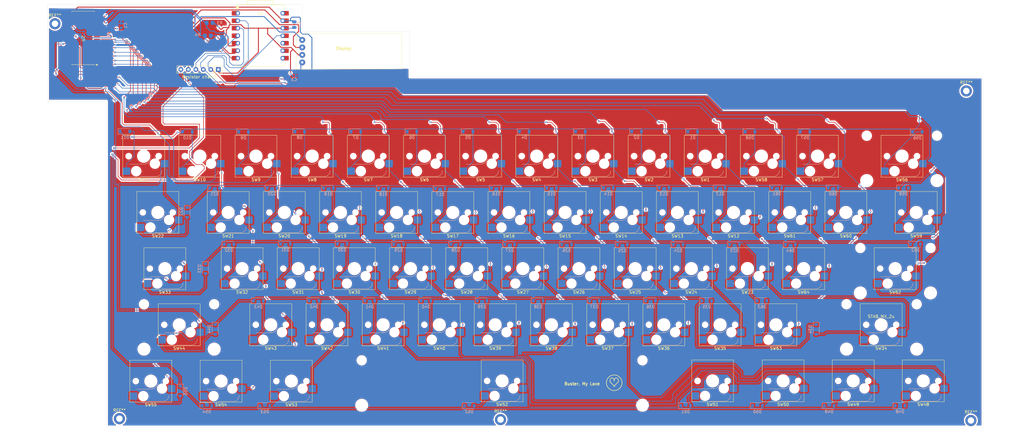
<source format=kicad_pcb>
(kicad_pcb (version 20241229) (generator "pcbnew") (generator_version "9.0")
  (layers (0 "F.Cu" signal) (2 "B.Cu" signal) (13 "F.Paste" user) (15 "B.Paste" user) (5 "F.SilkS" user "F.Silkscreen") (7 "B.SilkS" user "B.Silkscreen") (1 "F.Mask" user) (3 "B.Mask" user) (25 "Edge.Cuts" user))
  (net 0 "")
  (net 1 "GND")
  (net 2 "3V3")
  (net 3 "Net-(D1-A)")
  (net 4 "Row 1")
  (net 5 "Net-(D2-A)")
  (net 6 "Net-(D3-A)")
  (net 7 "Net-(D4-A)")
  (net 8 "Net-(D5-A)")
  (net 9 "Net-(D6-A)")
  (net 10 "Net-(D7-A)")
  (net 11 "Net-(D8-A)")
  (net 12 "Net-(D9-A)")
  (net 13 "Net-(D10-A)")
  (net 14 "Net-(D11-A)")
  (net 15 "Row 2")
  (net 16 "Net-(D12-A)")
  (net 17 "Net-(D13-A)")
  (net 18 "Net-(D14-A)")
  (net 19 "Net-(D15-A)")
  (net 20 "Net-(D16-A)")
  (net 21 "Net-(D17-A)")
  (net 22 "Net-(D18-A)")
  (net 23 "Net-(D19-A)")
  (net 24 "Net-(D20-A)")
  (net 25 "Net-(D21-A)")
  (net 26 "Net-(D22-A)")
  (net 27 "Net-(D23-A)")
  (net 28 "Row 3")
  (net 29 "Net-(D24-A)")
  (net 30 "Net-(D25-A)")
  (net 31 "Net-(D26-A)")
  (net 32 "Net-(D27-A)")
  (net 33 "Net-(D28-A)")
  (net 34 "Net-(D29-A)")
  (net 35 "Net-(D30-A)")
  (net 36 "Net-(D31-A)")
  (net 37 "Net-(D32-A)")
  (net 38 "Net-(D33-A)")
  (net 39 "Net-(D34-A)")
  (net 40 "Row 4")
  (net 41 "Net-(D35-A)")
  (net 42 "Net-(D36-A)")
  (net 43 "Net-(D37-A)")
  (net 44 "Net-(D38-A)")
  (net 45 "Net-(D39-A)")
  (net 46 "Net-(D40-A)")
  (net 47 "Net-(D41-A)")
  (net 48 "Net-(D42-A)")
  (net 49 "Net-(D43-A)")
  (net 50 "Net-(D44-A)")
  (net 51 "Row 5")
  (net 52 "Net-(D48-A)")
  (net 53 "Net-(D49-A)")
  (net 54 "Net-(D50-A)")
  (net 55 "Net-(D51-A)")
  (net 56 "Net-(D52-A)")
  (net 57 "Net-(D53-A)")
  (net 58 "Net-(D54-A)")
  (net 59 "Net-(D55-A)")
  (net 60 "Net-(D56-A)")
  (net 61 "Net-(D57-A)")
  (net 62 "Net-(D58-A)")
  (net 63 "Net-(D59-A)")
  (net 64 "Net-(D60-A)")
  (net 65 "Net-(D61-A)")
  (net 66 "Net-(D62-A)")
  (net 67 "Net-(D63-A)")
  (net 68 "Net-(D64-A)")
  (net 69 "SDA")
  (net 70 "SCL")
  (net 71 "Bat_Pin")
  (net 72 "Col 4")
  (net 73 "Col 5")
  (net 74 "Col 6")
  (net 75 "Col 7")
  (net 76 "Col 8")
  (net 77 "Col 9")
  (net 78 "Col 10")
  (net 79 "Col 11")
  (net 80 "Col 12")
  (net 81 "Col 13")
  (net 82 "Col 14")
  (net 89 "Col 1")
  (net 91 "Col 2")
  (net 92 "Col 3")
  (net 99 "Reset")
  (footprint "PCM_Switch_Keyboard_Hotswap_Kailh:SW_Hotswap_Kailh_MX_1.00u" (layer "F.Cu") (at 252.137583 171.408315 180)
    (property "Reference" "SW2")
    (property "Value" "SW_Push")
  )
  (footprint "PCM_Switch_Keyboard_Hotswap_Kailh:SW_Hotswap_Kailh_MX_1.00u" (layer "F.Cu") (at 299.854356 190.49995 180)
    (property "Reference" "SW61")
    (property "Value" "SW_Push")
  )
  (footprint "PCM_Switch_Keyboard_Hotswap_Kailh:SW_Hotswap_Kailh_MX_1.00u" (layer "F.Cu") (at 199.933418 228.59994 180)
    (property "Reference" "SW39")
    (property "Value" "SW_Push")
  )
  (footprint "PCM_Switch_Keyboard_Hotswap_Kailh:SW_Hotswap_Kailh_MX_1.00u" (layer "F.Cu") (at 266.480793 209.549945 180)
    (property "Reference" "SW24")
    (property "Value" "SW_Push")
  )
  (footprint "MountingHole:MountingHole_2.2mm_M2_DIN965_Pad_TopBottom" (layer "F.Cu") (at 359.76384 149.27701)
    (property "Reference" "REF**")
    (property "Value" "MountingHole_2.2mm_M2_DIN965_Pad_TopBottom")
  )
  (footprint "PCM_Switch_Keyboard_Hotswap_Kailh:SW_Hotswap_Kailh_MX_1.00u" (layer "F.Cu") (at 80.687593 171.408315 180)
    (property "Reference" "SW11")
    (property "Value" "SW_Push")
  )
  (footprint "PCM_Switch_Keyboard_Hotswap_Kailh:SW_Hotswap_Kailh_MX_1.00u" (layer "F.Cu") (at 128.404356 190.49995 180)
    (property "Reference" "SW20")
    (property "Value" "SW_Push")
  )
  (footprint "PCM_Switch_Keyboard_Hotswap_Kailh:SW_Hotswap_Kailh_MX_2.00u" (layer "F.Cu") (at 337.944209 171.408315 180)
    (property "Reference" "SW56")
    (property "Value" "SW_Push")
  )
  (footprint "PCM_Switch_Keyboard_Hotswap_Kailh:SW_Hotswap_Kailh_MX_1.25u" (layer "F.Cu") (at 345.164849 247.649935 180)
    (property "Reference" "SW48")
    (property "Value" "SW_Push")
  )
  (footprint "MountingHole:MountingHole_2.2mm_M2_DIN965_Pad_TopBottom" (layer "F.Cu") (at 72.45244 260.45403)
    (property "Reference" "REF**")
    (property "Value" "MountingHole_2.2mm_M2_DIN965_Pad_TopBottom")
  )
  (footprint "PCM_Switch_Keyboard_Hotswap_Kailh:SW_Hotswap_Kailh_MX_1.00u" (layer "F.Cu") (at 123.803602 228.59994 180)
    (property "Reference" "SW43")
    (property "Value" "SW_Push")
  )
  (footprint "PCM_Switch_Keyboard_Hotswap_Kailh:SW_Hotswap_Kailh_MX_6.25u" (layer "F.Cu") (at 202.28388 247.649935 180)
    (property "Reference" "SW52")
    (property "Value" "SW_Push")
  )
  (footprint "PCM_Switch_Keyboard_Hotswap_Kailh:SW_Hotswap_Kailh_MX_1.00u" (layer "F.Cu") (at 194.987583 171.408315 180)
    (property "Reference" "SW5")
    (property "Value" "SW_Push")
  )
  (footprint "PCM_Switch_Keyboard_Hotswap_Kailh:SW_Hotswap_Kailh_MX_1.00u" (layer "F.Cu") (at 295.171695 228.59994 180)
    (property "Reference" "SW63")
    (property "Value" "SW_Push")
  )
  (footprint "PCM_Switch_Keyboard_Hotswap_Kailh:SW_Hotswap_Kailh_MX_1.00u" (layer "F.Cu") (at 152.169755 209.549945 180)
    (property "Reference" "SW30")
    (property "Value" "SW_Push")
  )
  (footprint "PCM_Switch_Keyboard_Hotswap_Kailh:SW_Hotswap_Kailh_MX_2.25u" (layer "F.Cu") (at 335.633845 209.549945 180)
    (property "Reference" "SW62")
    (property "Value" "SW_Push")
  )
  (footprint "PCM_Switch_Keyboard_Hotswap_Kailh:SW_Hotswap_Kailh_MX_1.00u" (layer "F.Cu") (at 147.454356 190.49995 180)
    (property "Reference" "SW19")
    (property "Value" "SW_Push")
  )
  (footprint "PCM_Switch_Keyboard_Hotswap_Kailh:SW_Hotswap_Kailh_MX_1.00u" (layer "F.Cu") (at 309.287583 171.408315 180)
    (property "Reference" "SW57")
    (property "Value" "SW_Push")
  )
  (footprint "PCM_Switch_Keyboard_Hotswap_Kailh:SW_Hotswap_Kailh_MX_1.00u" (layer "F.Cu") (at 280.804356 190.49995 180)
    (property "Reference" "SW12")
    (property "Value" "SW_Push")
  )
  (footprint "PCM_Switch_Keyboard_Hotswap_Kailh:SW_Hotswap_Kailh_MX_1.25u" (layer "F.Cu") (at 297.617135 247.649935 180)
    (property "Reference" "SW50")
    (property "Value" "SW_Push")
  )
  (footprint "Display:MDOB128032GV-WI" (layer "F.Cu") (at 150.75 136)
    (property "Reference" "Display")
    (property "Value" "MDOB128032GV-WI")
  )
  (footprint "PCM_marbastlib-mx:STAB_MX_2u" (layer "F.Cu") (at 92.697738 228.62258)
    (property "Reference" "REF**1" (hide yes))
    (property "Value" "STAB_MX_2u")
  )
  (footprint "PCM_Switch_Keyboard_Hotswap_Kailh:SW_Hotswap_Kailh_MX_1.50u" (layer "F.Cu") (at 342.773162 190.499951 180)
    (property "Reference" "SW59")
    (property "Value" "SW_Push")
  )
  (footprint "PCM_Switch_Keyboard_Hotswap_Kailh:SW_Hotswap_Kailh_MX_1.50u" (layer "F.Cu") (at 85.484302 190.49995 180)
    (property "Reference" "SW22")
    (property "Value" "SW_Push")
  )
  (footprint "PCM_Switch_Keyboard_Hotswap_Kailh:SW_Hotswap_Kailh_MX_1.00u" (layer "F.Cu") (at 109.354356 190.49995 180)
    (property "Reference" "SW21")
    (property "Value" "SW_Push")
  )
  (footprint "PCM_marbastlib-mx:STAB_MX_2u" (layer "F.Cu") (at 337.90319 171.449955)
    (property "Reference" "REF**2" (hide yes))
    (property "Value" "STAB_MX_2u")
  )
  (footprint "PCM_marbastlib-mx:STAB_MX_2u" (layer "F.Cu") (at 335.717125 209.549945)
    (property "Reference" "REF**3" (hide yes))
    (property "Value" "STAB_MX_2u")
  )
  (footprint "Package_SO:SOIC-28W_7.5x17.9mm_P1.27mm" (layer "F.Cu") (at 60.15 131.285 180)
    (property "Reference" "U2")
    (property "Value" "MCP23017_SO")
  )
  (footprint "PCM_Switch_Keyboard_Hotswap_Kailh:SW_Hotswap_Kailh_MX_1.00u" (layer "F.Cu") (at 204.604356 190.49995 180)
    (property "Reference" "SW16")
    (property "Value" "SW_Push")
  )
  (footprint "PCM_Switch_Keyboard_Hotswap_Kailh:SW_Hotswap_Kailh_MX_1.00u" (layer "F.Cu") (at 290.237583 171.408315 180)
    (property "Reference" "SW58")
    (property "Value" "SW_Push")
  )
  (footprint "PCM_Switch_Keyboard_Hotswap_Kailh:SW_Hotswap_Kailh_MX_1.00u" (layer "F.Cu") (at 219.01943 228.59994 180)
    (property "Reference" "SW38")
    (property "Value" "SW_Push")
  )
  (footprint "MountingHole:MountingHole_2.2mm_M2_DIN965_Pad_TopBottom" (layer "F.Cu") (at 201.75 260.766325)
    (property "Reference" "REF**")
    (property "Value" "MountingHole_2.2mm_M2_DIN965_Pad_TopBottom")
  )
  (footprint "PCM_Switch_Keyboard_Hotswap_Kailh:SW_Hotswap_Kailh_MX_1.00u" (layer "F.Cu") (at 304.579986 209.549945 180)
    (property "Reference" "SW64")
    (property "Value" "SW_Push")
  )
  (footprint "PCM_Switch_Keyboard_Hotswap_Kailh:SW_Hotswap_Kailh_MX_1.00u" (layer "F.Cu") (at 261.754356 190.49995 180)
    (property "Reference" "SW13")
    (property "Value" "SW_Push")
  )
  (footprint "PCM_Switch_Keyboard_Hotswap_Kailh:SW_Hotswap_Kailh_MX_1.00u" (layer "F.Cu") (at 175.937583 171.408315 180)
    (property "Reference" "SW6")
    (property "Value" "SW_Push")
  )
  (footprint "PCM_Switch_Keyboard_Hotswap_Kailh:SW_Hotswap_Kailh_MX_1.00u" (layer "F.Cu") (at 242.704356 190.49995 180)
    (property "Reference" "SW14")
    (property "Value" "SW_Push")
  )
  (footprint "PCM_Switch_Keyboard_Hotswap_Kailh:SW_Hotswap_Kailh_MX_1.00u" (layer "F.Cu") (at 185.554356 190.49995 180)
    (property "Reference" "SW17")
    (property "Value" "SW_Push")
  )
  (footprint "PCM_Switch_Keyboard_Hotswap_Kailh:SW_Hotswap_Kailh_MX_1.00u" (layer "F.Cu") (at 214.037583 171.408315 180)
    (property "Reference" "SW4")
    (property "Value" "SW_Push")
  )
  (footprint "PCM_Switch_Keyboard_Hotswap_Kailh:SW_Hotswap_Kailh_MX_1.75u" (layer "F.Cu") (at 87.86954 209.549945 180)
    (property "Reference" "SW33")
    (property "Value" "SW_Push")
  )
  (footprint "PCM_Switch_Keyboard_Hotswap_Kailh:SW_Hotswap_Kailh_MX_1.00u" (layer "F.Cu") (at 276.238725 228.59994 180)
    (property "Reference" "SW35")
    (property "Value" "SW_Push")
  )
  (footprint "Resistor_THT:R_Array_SIP6" (layer "F.Cu") (at 106 142 180)
    (property "Reference" "Resistor chain1")
    (property "Value" "R_Array_SIP6")
  )
  (footprint "PCM_Switch_Keyboard_Hotswap_Kailh:SW_Hotswap_Kailh_MX_1.00u" (layer "F.Cu") (at 166.504356 190.49995 180)
    (property "Reference" "SW18")
    (property "Value" "SW_Push")
  )
  (footprint "PCM_Switch_Keyboard_Hotswap_Kailh:SW_Hotswap_Kailh_MX_1.00u" (layer "F.Cu") (at 318.904356 190.49995 180)
    (property "Reference" "SW60")
    (property "Value" "SW_Push")
  )
  (footprint "PCM_Switch_Keyboard_Hotswap_Kailh:SW_Hotswap_Kailh_MX_1.25u" (layer "F.Cu") (at 130.789145 247.725547 180)
    (property "Reference" "SW53")
    (property "Value" "SW_Push")
  )
  (footprint "PCM_Switch_Keyboard_Hotswap_Kailh:SW_Hotswap_Kailh_MX_1.00u" (layer "F.Cu") (at 180.988725 228.59994 180)
    (property "Reference" "SW40")
    (property "Value" "SW_Push")
  )
  (footprint "PCM_Switch_Keyboard_Hotswap_Kailh:SW_Hotswap_Kailh_MX_1.25u" (layer "F.Cu") (at 321.392173 247.649935 180)
    (property "Reference" "SW49")
    (property "Value" "SW_Push")
  )
  (footprint "Seeed Studio XIAO Series Library:XIAO-nRF52840-DIP" (layer "F.Cu") (at 120.233575 130.53931)
    (property "Reference" "U3")
    (property "Value" "XIAO-nRF52840-SMD")
  )
  (footprint "PCM_Switch_Keyboard_Hotswap_Kailh:SW_Hotswap_Kailh_MX_1.00u" (layer "F.Cu") (at 114.069765 209.549945 180)
    (property "Reference" "SW32")
    (property "Value" "SW_Push")
  )
  (footprint "PCM_Switch_Keyboard_Hotswap_Kailh:SW_Hotswap_Kailh_MX_1.00u" (layer "F.Cu") (at 190.269745 209.549945 180)
    (property "Reference" "SW28")
    (property "Value" "SW_Push")
  )
  (footprint "PCM_Switch_Keyboard_Hotswap_Kailh:SW_Hotswap_Kailh_MX_1.00u" (layer "F.Cu") (at 233.087583 171.408315 180)
    (property "Reference" "SW3")
    (property "Value" "SW_Push")
  )
  (footprint "PCM_Switch_Keyboard_Hotswap_Kailh:SW_Hotswap_Kailh_MX_1.00u" (layer "F.Cu") (at 137.837583 171.408315 180)
    (property "Reference" "SW8")
    (property "Value" "SW_Push")
  )
  (footprint "PCM_Switch_Keyboard_Hotswap_Kailh:SW_Hotswap_Kailh_MX_1.00u" (layer "F.Cu") (at 285.51972 209.549945 180)
    (property "Reference" "SW23")
    (property "Value" "SW_Push")
  )
  (footprint "PCM_Switch_Keyboard_Hotswap_Kailh:SW_Hotswap_Kailh_MX_2.75u" (layer "F.Cu") (at 330.884561 228.59994 180)
    (property "Reference" "SW34")
    (property "Value" "SW_Push")
  )
  (footprint "PCM_Switch_Keyboard_Hotswap_Kailh:SW_Hotswap_Kailh_MX_1.00u" (layer "F.Cu") (at 156.887583 171.408315 180)
    (property "Reference" "SW7")
    (property "Value" "SW_Push")
  )
  (footprint "PCM_Switch_Keyboard_Hotswap_Kailh:SW_Hotswap_Kailh_MX_1.00u" (layer "F.Cu") (at 99.737583 171.408315 180)
    (property "Reference" "SW10")
    (property "Value" "SW_Push")
  )
  (footprint "PCM_Switch_Keyboard_Hotswap_Kailh:SW_Hotswap_Kailh_MX_1.00u" (layer "F.Cu") (at 271.187583 171.408315 180)
    (property "Reference" "SW1")
    (property "Value" "SW_Push")
  )
  (footprint "PCM_Switch_Keyboard_Hotswap_Kailh:SW_Hotswap_Kailh_MX_1.00u" (layer "F.Cu") (at 133.11976 209.549945 180)
    (property "Reference" "SW31")
    (property "Value" "SW_Push")
  )
  (footprint "MountingHole:MountingHole_2.2mm_M2_DIN965_Pad_TopBottom" (layer "F.Cu") (at 50.59179 126.479475)
    (property "Reference" "REF**")
    (property "Value" "MountingHole_2.2mm_M2_DIN965_Pad_TopBottom")
  )
  (footprint "PCM_Switch_Keyboard_Hotswap_Kailh:SW_Hotswap_Kailh_MX_1.00u" (layer "F.Cu") (at 238.095292 228.59994 180)
    (property "Reference" "SW37")
    (property "Value" "SW_Push")
  )
  (footprint "PCM_Switch_Keyboard_Hotswap_Kailh:SW_Hotswap_Kailh_MX_1.25u" (layer "F.Cu") (at 273.687486 247.649935 180)
    (property "Reference" "SW51")
    (property "Value" "SW_Push")
  )
  (footprint "MountingHole:MountingHole_2.2mm_M2_DIN965_Pad_TopBottom" (layer "F.Cu") (at 361.325315 261.07862)
    (property "Reference" "REF**")
    (property "Value" "MountingHole_2.2mm_M2_DIN965_Pad_TopBottom")
  )
  (footprint "PCM_Switch_Keyboard_Hotswap_Kailh:SW_Hotswap_Kailh_MX_1.00u" (layer "F.Cu") (at 257.158666 228.59994 180)
    (property "Reference" "SW36")
    (property "Value" "SW_Push")
  )
  (footprint "PCM_Switch_Keyboard_Hotswap_Kailh:SW_Hotswap_Kailh_MX_2.25u" (layer "F.Cu") (at 92.75 228.59994 180)
    (property "Reference" "SW44")
    (property "Value" "SW_Push")
  )
  (footprint "PCM_Switch_Keyboard_Hotswap_Kailh:SW_Hotswap_Kailh_MX_1.00u" (layer "F.Cu") (at 142.874822 228.59994 180)
    (property "Reference" "SW42")
    (property "Value" "SW_Push")
  )
  (footprint "PCM_Switch_Keyboard_Hotswap_Kailh:SW_Hotswap_Kailh_MX_1.00u" (layer "F.Cu") (at 118.787583 171.408315 180)
    (property "Reference" "SW9")
    (property "Value" "SW_Push")
  )
  (footprint "PCM_marbastlib-mx:STAB_MX_6u" (layer "F.Cu") (at 202.28388 247.649935)
    (property "Reference" "REF**" (hide yes))
    (property "Value" "STAB_MX_6u")
  )
  (footprint "PCM_Switch_Keyboard_Hotswap_Kailh:SW_Hotswap_Kailh_MX_1.00u" (layer "F.Cu") (at 209.31974 209.549945 180)
    (property "Reference" "SW27")
    (property "Value" "SW_Push")
  )
  (footprint "PCM_Switch_Keyboard_Hotswap_Kailh:SW_Hotswap_Kailh_MX_1.00u" (layer "F.Cu") (at 171.203517 209.549945 180)
    (property "Reference" "SW29")
    (property "Value" "SW_Push")
  )
  (footprint "PCM_Switch_Keyboard_Hotswap_Kailh:SW_Hotswap_Kailh_MX_1.00u" (layer "F.Cu") (at 161.93358 228.59994 180)
    (property "Reference" "SW41")
    (property "Value" "SW_Push")
  )
  (footprint "PCM_Switch_Keyboard_Hotswap_Kailh:SW_Hotswap_Kailh_MX_1.25u" (layer "F.Cu") (at 106.942585 247.725547 180)
    (property "Reference" "SW54")
    (property "Value" "SW_Push")
  )
  (footprint "PCM_marbastlib-mx:STAB_MX_2u" (layer "F.Cu") (at 331.0327 228.62258)
    (property "Reference" "REF**4" (hide yes))
    (property "Value" "STAB_MX_2u")
  )
  (footprint "PCM_Switch_Keyboard_Hotswap_Kailh:SW_Hotswap_Kailh_MX_1.00u" (layer "F.Cu") (at 247.41973 209.549945 180)
    (property "Reference" "SW25")
    (property "Value" "SW_Push")
  )
  (footprint "PCM_Switch_Keyboard_Hotswap_Kailh:SW_Hotswap_Kailh_MX_1.00u" (layer "F.Cu") (at 228.360087 209.549945 180)
    (property "Reference" "SW26")
    (property "Value" "SW_Push")
  )
  (footprint "PCM_Switch_Keyboard_Hotswap_Kailh:SW_Hotswap_Kailh_MX_1.25u" (layer "F.Cu") (at 83.109873 247.725547 180)
    (property "Reference" "SW55")
    (property "Value" "SW_Push")
  )
  (footprint "PCM_Switch_Keyboard_Hotswap_Kailh:SW_Hotswap_Kailh_MX_1.00u" (layer "F.Cu") (at 223.654356 190.49995 180)
    (property "Reference" "SW15")
    (property "Value" "SW_Push")
  )
  (footprint "Diode_SMD:D_SOD-123" (layer "B.Cu") (at 209.799126 163.063095)
    (property "Reference" "D4")
    (property "Value" "D")
  )
  (footprint "Diode_SMD:D_SOD-123" (layer "B.Cu") (at 195.49667 220.48027)
    (property "Reference" "D39")
    (property "Value" "D")
  )
  (footprint "Diode_SMD:D_SOD-123" (layer "B.Cu") (at 204.882059 201.351879)
    (property "Reference" "D27")
    (property "Value" "D")
  )
  (footprint "Diode_SMD:D_SOD-123" (layer "B.Cu") (at 190.749126 163.063095)
    (property "Reference" "D5")
    (property "Value" "D")
  )
  (footprint "Diode_SMD:D_SOD-123" (layer "B.Cu") (at 148.04341 201.185701)
    (property "Reference" "D30")
    (property "Value" "D")
  )
  (footprint "Diode_SMD:D_SOD-123" (layer "B.Cu") (at 101.652019 209.55 -90)
    (property "Reference" "D33")
    (property "Value" "D")
  )
  (footprint "Diode_SMD:D_SOD-123" (layer "B.Cu") (at 233.59666 220.48027)
    (property "Reference" "D37")
    (property "Value" "D")
  )
  (footprint "Diode_SMD:D_SOD-123" (layer "B.Cu") (at 95.416754 190.499951 -90)
    (property "Reference" "D22")
    (property "Value" "D")
  )
  (footprint "Diode_SMD:D_SOD-123" (layer "B.Cu") (at 109.62199 201.296431)
    (property "Reference" "D32")
    (property "Value" "D")
  )
  (footprint "Diode_SMD:D_SOD-123" (layer "B.Cu") (at 238.335131 182.177671)
    (property "Reference" "D14")
    (property "Value" "D")
  )
  (footprint "Resistor_SMD:R_0402_1005Metric" (layer "B.Cu") (at 60.41 129.59 90)
    (property "Reference" "R5" (hide yes))
    (property "Value" "R_0402_1005Metric")
  )
  (footprint "Diode_SMD:D_SOD-123" (layer "B.Cu") (at 313.231885 256.0819)
    (property "Reference" "D49")
    (property "Value" "D")
  )
  (footprint "Diode_SMD:D_SOD-123" (layer "B.Cu") (at 119.608985 220.48027)
    (property "Reference" "D43")
    (property "Value" "D")
  )
  (footprint "Diode_SMD:D_SOD-123" (layer "B.Cu") (at 121.79505 256.0819)
    (property "Reference" "D53")
    (property "Value" "D")
  )
  (footprint "Diode_SMD:D_SOD-123" (layer "B.Cu") (at 219.076933 182.2146)
    (property "Reference" "D15")
    (property "Value" "D")
  )
  (footprint "Diode_SMD:D_SOD-123" (layer "B.Cu") (at 95.499126 163.118488)
    (property "Reference" "D10")
    (property "Value" "D")
  )
  (footprint "Diode_SMD:D_SOD-123" (layer "B.Cu") (at 243.115336 201.450355)
    (property "Reference" "D25")
    (property "Value" "D")
  )
  (footprint "Diode_SMD:D_SOD-123" (layer "B.Cu") (at 276.279134 182.177671)
    (property "Reference" "D12")
    (property "Value" "D")
  )
  (footprint "Diode_SMD:D_SOD-123" (layer "B.Cu") (at 305.049126 163.122629)
    (property "Reference" "D57")
    (property "Value" "D")
  )
  (footprint "Resistor_SMD:R_0805_2012Metric_Pad1.20x1.40mm_HandSolder" (layer "B.Cu") (at 103.05735 126.16718 180)
    (property "Reference" "R3")
    (property "Value" "R_45deg" (hide yes))
  )
  (footprint "Diode_SMD:D_SOD-123" (layer "B.Cu") (at 252.646655 220.48027)
    (property "Reference" "D36")
    (property "Value" "D")
  )
  (footprint "Diode_SMD:D_SOD-123" (layer "B.Cu") (at 104.93112 230.161415 -90)
    (property "Reference" "D44")
    (property "Value" "D")
  )
  (footprint "Resistor_SMD:R_0805_2012Metric_Pad1.20x1.40mm_HandSolder" (layer "B.Cu") (at 102.43276 130.53931)
    (property "Reference" "R4")
    (property "Value" "R_45deg" (hide yes))
  )
  (footprint "Diode_SMD:D_SOD-123" (layer "B.Cu") (at 181.280644 182.380778)
    (property "Reference" "D17")
    (property "Value" "D")
  )
  (footprint "Diode_SMD:D_SOD-123" (layer "B.Cu") (at 133.599126 163.090792)
    (property "Reference" "D8")
    (property "Value" "D")
  )
  (footprint "Diode_SMD:D_SOD-123" (layer "B.Cu") (at 281.158317 201.422033)
    (property "Reference" "D23")
    (property "Value" "D")
  )
  (footprint "Diode_SMD:D_SOD-123" (layer "B.Cu") (at 114.549126 163.173881)
    (property "Reference" "D9")
    (property "Value" "D")
  )
  (footprint "Diode_SMD:D_SOD-123" (layer "B.Cu") (at 266.949126 163.104165)
    (property "Reference" "D1")
    (property "Value" "D")
  )
  (footprint "Diode_SMD:D_SOD-123" (layer "B.Cu") (at 138.467872 220.448359)
    (property "Reference" "D42")
    (property "Value" "D")
  )
  (footprint "Diode_SMD:D_SOD-123" (layer "B.Cu") (at 288.872875 256.0819)
    (property "Reference" "D50")
    (property "Value" "D")
  )
  (footprint "Diode_SMD:D_SOD-123" (layer "B.Cu") (at 314.592423 182.196135)
    (property "Reference" "D60")
    (property "Value" "D")
  )
  (footprint "Diode_SMD:D_SOD-123" (layer "B.Cu") (at 262.015505 201.430275)
    (property "Reference" "D24")
    (property "Value" "D")
  )
  (footprint "Diode_SMD:D_SOD-123" (layer "B.Cu") (at 74.32621 163.01799)
    (property "Reference" "D11")
    (property "Value" "D")
  )
  (footprint "Diode_SMD:D_SOD-123" (layer "B.Cu") (at 104.764852 182.233064)
    (property "Reference" "D21")
    (property "Value" "D")
  )
  (footprint "Diode_SMD:D_SOD-123" (layer "B.Cu") (at 264.513865 256.0819)
    (property "Reference" "D51")
    (property "Value" "D")
  )
  (footprint "Diode_SMD:D_SOD-123" (layer "B.Cu") (at 308.859755 230.161415 -90)
    (property "Reference" "D34")
    (property "Value" "D")
  )
  (footprint "Diode_SMD:D_SOD-123" (layer "B.Cu") (at 186.553228 201.302641)
    (property "Reference" "D28")
    (property "Value" "D")
  )
  (footprint "Diode_SMD:D_SOD-123" (layer "B.Cu") (at 143.392033 182.269992)
    (property "Reference" "D19")
    (property "Value" "D")
  )
  (footprint "Diode_SMD:D_SOD-123" (layer "B.Cu") (at 200.335734 182.233064)
    (property "Reference" "D16")
    (property "Value" "D")
  )
  (footprint "Diode_SMD:D_SOD-123" (layer "B.Cu") (at 342.50479 201.27096)
    (property "Reference" "D62")
    (property "Value" "D")
  )
  (footprint "Diode_SMD:D_SOD-123" (layer "B.Cu") (at 157.39668 220.48027)
    (property "Reference" "D41")
    (property "Value" "D")
  )
  (footprint "Diode_SMD:D_SOD-123" (layer "B.Cu") (at 171.699126 163.063095)
    (property "Reference" "D6")
    (property "Value" "D")
  )
  (footprint "Diode_SMD:D_SOD-123" (layer "B.Cu") (at 102.120465 256.0819)
    (property "Reference" "D54")
    (property "Value" "D")
  )
  (footprint "Diode_SMD:D_SOD-123" (layer "B.Cu") (at 337.2786 256.0819)
    (property "Reference" "D48")
    (property "Value" "D")
  )
  (footprint "Capacitor_SMD:C_0603_1608Metric" (layer "B.Cu") (at 73.07703 127.104065 90)
    (property "Reference" "C1")
    (property "Value" "C1")
  )
  (footprint "Diode_SMD:D_SOD-123" (layer "B.Cu") (at 295.481939 182.177671)
    (property "Reference" "D61")
    (property "Value" "D")
  )
  (footprint "Diode_SMD:D_SOD-123" (layer "B.Cu") (at 167.215019 201.302641)
    (property "Reference" "D29")
    (property "Value" "D")
  )
  (footprint "Diode_SMD:D_SOD-123" (layer "B.Cu") (at 271.69665 220.48027)
    (property "Reference" "D35")
    (property "Value" "D")
  )
  (footprint "Capacitor_SMD:C_0402_1005Metric" (layer "B.Cu") (at 131.75 144.25)
    (property "Reference" "C3")
    (property "Value" "C_0402_1005Metric")
  )
  (footprint "Diode_SMD:D_SOD-123" (layer "B.Cu") (at 286.355037 163.122629)
    (property "Reference" "D58")
    (property "Value" "D")
  )
  (footprint "Diode_SMD:D_SOD-123" (layer "B.Cu") (at 214.546665 220.48027)
    (property "Reference" "D38")
    (property "Value" "D")
  )
  (footprint "Diode_SMD:D_SOD-123" (layer "B.Cu") (at 176.446675 220.48027)
    (property "Reference" "D40")
    (property "Value" "D")
  )
  (footprint "Diode_SMD:D_SOD-123" (layer "B.Cu") (at 152.649126 163.090792)
    (property "Reference" "D7")
    (property "Value" "D")
  )
  (footprint "Diode_SMD:D_SOD-123" (layer "B.Cu") (at 300.115495 201.430275)
    (property "Reference" "D64")
    (property "Value" "D")
  )
  (footprint "Diode_SMD:D_SOD-123" (layer "B.Cu") (at 257.224043 182.196135)
    (property "Reference" "D13")
    (property "Value" "D")
  )
  (footprint "Diode_SMD:D_SOD-123" (layer "B.Cu") (at 191.12454 256.0819)
    (property "Reference" "D52")
    (property "Value" "D")
  )
  (footprint "Diode_SMD:D_SOD-123" (layer "B.Cu") (at 343.149126 163.178022)
    (property "Reference" "D56")
    (property "Value" "D")
  )
  (footprint "Capacitor_SMD:C_0805_2012Metric" (layer "B.Cu") (at 131.78849 126.778655 90)
    (property "Reference" "C2")
    (property "Value" "C2")
  )
  (footprint "Diode_SMD:D_SOD-123" (layer "B.Cu") (at 162.022446 182.306921)
    (property "Reference" "D18")
    (property "Value" "D")
  )
  (footprint "Diode_SMD:D_SOD-123" (layer "B.Cu") (at 228.849126 163.063095)
    (property "Reference" "D3")
    (property "Value" "D")
  )
  (footprint "Diode_SMD:D_SOD-123" (layer "B.Cu") (at 124.226156 182.2146)
    (property "Reference" "D20")
    (property "Value" "D")
  )
  (footprint "Diode_SMD:D_SOD-123" (layer "B.Cu") (at 338.469159 182.196135)
    (property "Reference" "D59")
    (property "Value" "D")
  )
  (footprint "Diode_SMD:D_SOD-123" (layer "B.Cu") (at 128.766749 201.185701)
    (property "Reference" "D31")
    (property "Value" "D")
  )
  (footprint "Diode_SMD:D_SOD-123" (layer "B.Cu") (at 290.43435 220.48027)
    (property "Reference" "D63")
    (property "Value" "D")
  )
  (footprint "Diode_SMD:D_SOD-123" (layer "B.Cu") (at 93.06391 251.08518 -90)
    (property "Reference" "D55")
    (property "Value" "D")
  )
  (footprint "Diode_SMD:D_SOD-123" (layer "B.Cu") (at 224.207959 201.388807)
    (property "Reference" "D26")
    (property "Value" "D")
  )
  (footprint "Diode_SMD:D_SOD-123" (layer "B.Cu") (at 247.899126 163.035399)
    (property "Reference" "D2")
    (property "Value" "D")
  )
  (gr_line (start 240.46715 249.523705) (end 238.905675 247.96223) (stroke (width 0.2)) (layer "F.SilkS"))
  (gr_curve (pts (xy 240.315599 247.649935) (xy 240.315599 246.08846) (xy 238.59338 246.400755) (xy 238.905675 247.96223)) (stroke (width 0.2)) (layer "F.SilkS"))
  (gr_line (start 240.154855 249.523705) (end 241.71633 247.96223) (stroke (width 0.2)) (layer "F.SilkS"))
  (gr_curve (pts (xy 240.306406 247.649935) (xy 240.306406 246.08846) (xy 242.028625 246.400755) (xy 241.71633 247.96223)) (stroke (width 0.2)) (layer "F.SilkS"))
  (gr_circle (center 240.315599 248.274525) (end 238.441829 246.400755) (stroke (width 0.2)) (fill no) (layer "F.SilkS"))
  (gr_line (start 68.08031 263.264685) (end 365.38515 263.264685) (stroke (width 0.05)) (layer "Edge.Cuts"))
  (gr_line (start 68.08031 152.712255) (end 68.08031 263.264685) (stroke (width 0.05)) (layer "Edge.Cuts"))
  (gr_line (start 48.09343 152.712255) (end 68.08031 152.712255) (stroke (width 0.05)) (layer "Edge.Cuts"))
  (gr_line (start 134.5 120) (end 134.5 119.92128) (stroke (width 0.05)) (layer "Edge.Cuts"))
  (gr_line (start 171 129) (end 171 144.592585) (stroke (width 0.05)) (layer "Edge.Cuts"))
  (gr_line (start 134.5 129) (end 134.5 120) (stroke (width 0.05)) (layer "Edge.Cuts"))
  (gr_line (start 365.38515 263.264685) (end 365.38515 144.592585) (stroke (width 0.05)) (layer "Edge.Cuts"))
  (gr_line (start 133.349965 119.92128) (end 48.09343 119.92128) (stroke (width 0.05)) (layer "Edge.Cuts"))
  (gr_line (start 48.09343 119.92128) (end 48.09343 152.712255) (stroke (width 0.05)) (layer "Edge.Cuts"))
  (gr_line (start 134.5 119.92128) (end 133.349965 119.92128) (stroke (width 0.05)) (layer "Edge.Cuts"))
  (gr_line (start 365.38515 144.592585) (end 171 144.592585) (stroke (width 0.05)) (layer "Edge.Cuts"))
  (gr_line (start 171 129) (end 134.5 129) (stroke (width 0.05)) (layer "Edge.Cuts"))
  (gr_text "Buster, My Love" (at 223.290925 249.21141 0) (layer "F.SilkS") (effects (font (size 1 1) (thickness 0.2) (bold yes)) (justify left bottom)))
  (segment (start 123.25243 120.858165) (end 127.853575 125.45931) (width 0.31) (layer "F.Cu") (net 1))
  (segment (start 55.5 124.3) (end 53.165 124.3) (width 0.31) (layer "F.Cu") (net 1))
  (segment (start 53.74887 124.88387) (end 53.165 124.3) (width 0.31) (layer "F.Cu") (net 1))
  (segment (start 57.149985 122.038295) (end 57.46228 121.726) (width 0.31) (layer "F.Cu") (net 1))
  (segment (start 57.149985 126.823017) (end 57.149985 122.038295) (width 0.31) (layer "F.Cu") (net 1))
  (segment (start 68.08031 127.41636) (end 67.38667 128.11) (width 0.2) (layer "F.Cu") (net 1))
  (segment (start 58.436968 128.11) (end 57.149985 126.823017) (width 0.31) (layer "F.Cu") (net 1))
  (segment (start 54.435 125.57) (end 53.74887 124.88387) (width 0.31) (layer "F.Cu") (net 1))
  (segment (start 53.165 123.03) (end 52.53 123.665) (width 0.31) (layer "F.Cu") (net 1))
  (segment (start 52.53 121.726) (end 57.46228 121.726) (width 0.31) (layer "F.Cu") (net 1))
  (segment (start 55.5 123.03) (end 53.165 123.03) (width 0.31) (layer "F.Cu") (net 1))
  (segment (start 53.165 124.3) (end 52.53 123.665) (width 0.31) (layer "F.Cu") (net 1))
  (segment (start 58.330115 120.858165) (end 123.25243 120.858165) (width 0.31) (layer "F.Cu") (net 1))
  (segment (start 67.38667 128.11) (end 64.8 128.11) (width 0.2) (layer "F.Cu") (net 1))
  (segment (start 57.46228 121.726) (end 58.330115 120.858165) (width 0.31) (layer "F.Cu") (net 1))
  (segment (start 52.53 123.665) (end 52.53 121.726) (width 0.31) (layer "F.Cu") (net 1))
  (segment (start 64.8 128.11) (end 58.436968 128.11) (width 0.31) (layer "F.Cu") (net 1))
  (segment (start 55.5 125.57) (end 54.435 125.57) (width 0.31) (layer "F.Cu") (net 1))
  (segment (start 55.896968 125.57) (end 55.5 125.57) (width 0.2) (layer "F.Cu") (net 1))
  (via blind (at 68.08031 127.41636) (size 0.6) (drill 0.3) (layers "F.Cu" "B.Cu") (net 1))
  (segment (start 72.554177 125.230295) (end 73.07703 125.753148) (width 0.2) (layer "B.Cu") (net 1))
  (segment (start 133.844 129.271724) (end 134.572276 130) (width 0.31) (layer "B.Cu") (net 1))
  (segment (start 134 144.25) (end 132.23 144.25) (width 0.31) (layer "B.Cu") (net 1))
  (segment (start 73.07703 125.753148) (end 73.07703 126.329065) (width 0.2) (layer "B.Cu") (net 1))
  (segment (start 130.5 125.45931) (end 127.853575 125.45931) (width 0.31) (layer "B.Cu") (net 1))
  (segment (start 68.83567 126.661) (end 70.498882 126.661) (width 0.2) (layer "B.Cu") (net 1))
  (segment (start 136.5 144.25) (end 134 144.25) (width 0.31) (layer "B.Cu") (net 1))
  (segment (start 137.75 131.25) (end 137.75 143) (width 0.31) (layer "B.Cu") (net 1))
  (segment (start 134 140.07) (end 134.48 139.59) (width 0.31) (layer "B.Cu") (net 1))
  (segment (start 131 124.25) (end 133.5 124.25) (width 0.31) (layer "B.Cu") (net 1))
  (segment (start 134 144.25) (end 134 140.07) (width 0.31) (layer "B.Cu") (net 1))
  (segment (start 133.844 124.594) (end 133.844 129.271724) (width 0.31) (layer "B.Cu") (net 1))
  (segment (start 136.5 130) (end 137.75 131.25) (width 0.31) (layer "B.Cu") (net 1))
  (segment (start 71.929587 125.230295) (end 72.554177 125.230295) (width 0.2) (layer "B.Cu") (net 1))
  (segment (start 131.78849 125.828655) (end 131.419145 125.45931) (width 0.2) (layer "B.Cu") (net 1))
  (segment (start 130.5 124.75) (end 131 124.25) (width 0.31) (layer "B.Cu") (net 1))
  (segment (start 134.572276 130) (end 136.5 130) (width 0.31) (layer "B.Cu") (net 1))
  (segment (start 131.419145 125.45931) (end 130.5 125.45931) (width 0.31) (layer "B.Cu") (net 1))
  (segment (start 133.5 124.25) (end 133.844 124.594) (width 0.31) (layer "B.Cu") (net 1))
  (segment (start 70.498882 126.661) (end 71.929587 125.230295) (width 0.2) (layer "B.Cu") (net 1))
  (segment (start 68.08031 127.41636) (end 68.83567 126.661) (width 0.2) (layer "B.Cu") (net 1))
  (segment (start 130.5 125.45931) (end 130.5 124.75) (width 0.31) (layer "B.Cu") (net 1))
  (segment (start 137.75 143) (end 136.5 144.25) (width 0.31) (layer "B.Cu") (net 1))
  (segment (start 108.366365 127.728655) (end 107.741775 127.728655) (width 0.31) (layer "F.Cu") (net 2))
  (segment (start 74.75 129) (end 74.37 129.38) (width 0.31) (layer "F.Cu") (net 2))
  (segment (start 67.75 129.38) (end 67.135 129.38) (width 0.31) (layer "F.Cu") (net 2))
  (segment (start 130.5 136) (end 130.5 142.75) (width 0.31) (layer "F.Cu") (net 2))
  (segment (start 107.741775 127.728655) (end 107.117185 128.353245) (width 0.31) (layer "F.Cu") (net 2))
  (segment (start 64.8 129.38) (end 67.135 129.38) (width 0.31) (layer "F.Cu") (net 2))
  (segment (start 109.92784 126.17784) (end 108.25 124.5) (width 0.31) (layer "F.Cu") (net 2))
  (segment (start 109.92784 126.79177) (end 109.92784 126.17784) (width 0.31) (layer "F.Cu") (net 2))
  (segment (start 106.80489 128.353245) (end 106.1803 127.728655) (width 0.31) (layer "F.Cu") (net 2))
  (segment (start 109.615545 127.728655) (end 109.615545 127.104065) (width 0.31) (layer "F.Cu") (net 2))
  (segment (start 67.75 128.871) (end 67.75 129.38) (width 0.31) (layer "F.Cu") (net 2))
  (segment (start 108.710218 128.633982) (end 108.710218 130.258573) (width 0.31) (layer "F.Cu") (net 2))
  (segment (start 69.04 130.015) (end 67.77 130.015) (width 0.3) (layer "F.Cu") (net 2))
  (segment (start 67.755 130) (end 65.42 130) (width 0.3) (layer "F.Cu") (net 2))
  (segment (start 133.21 137.05) (end 134.48 137.05) (width 0.31) (layer "F.Cu") (net 2))
  (segment (start 68.477 128.144) (end 67.75 128.871) (width 0.31) (layer "F.Cu") (net 2))
  (segment (start 74.37 129.38) (end 67.75 129.38) (width 0.31) (layer "F.Cu") (net 2))
  (segment (start 122.731935 129.91472) (end 127.318525 134.50131) (width 0.31) (layer "F.Cu") (net 2))
  (segment (start 67.77 130.015) (end 67.755 130) (width 0.3) (layer "F.Cu") (net 2))
  (segment (start 100.5 124.5) (end 96 129) (width 0.31) (layer "F.Cu") (net 2))
  (segment (start 107.117185 128.353245) (end 106.80489 128.353245) (width 0.31) (layer "F.Cu") (net 2))
  (segment (start 119.608985 136.141015) (end 112.5 143.25) (width 0.31) (layer "F.Cu") (net 2))
  (segment (start 109.92784 126.79177) (end 113.67538 126.79177) (width 0.31) (layer "F.Cu") (net 2))
  (segment (start 131.33 135.17) (end 130.5 136) (width 0.31) (layer "F.Cu") (net 2))
  (segment (start 127.318525 134.50131) (end 130.66131 134.50131) (width 0.31) (layer "F.Cu") (net 2))
  (segment (start 65.42 130) (end 64.8 129.38) (width 0.3) (layer "F.Cu") (net 2))
  (segment (start 130.66131 134.50131) (end 131.33 135.17) (width 0.31) (layer "F.Cu") (net 2))
  (segment (start 119.608985 127.99931) (end 122.731935 127.99931) (width 0.31) (layer "F.Cu") (net 2))
  (segment (start 131.33 135.17) (end 133.21 137.05) (width 0.31) (layer "F.Cu") (net 2))
  (segment (start 108.710218 130.258573) (end 107.1803 131.78849) (width 0.31) (layer "F.Cu") (net 2))
  (segment (start 107.1803 131.78849) (end 106.492595 131.78849) (width 0.31) (layer "F.Cu") (net 2))
  (segment (start 119.608985 127.99931) (end 119.608985 136.141015) (width 0.31) (layer "F.Cu") (net 2))
  (segment (start 106.492595 131.78849) (end 105.868005 131.1639) (width 0.31) (layer "F.Cu") (net 2))
  (segment (start 109.615545 127.104065) (end 109.92784 126.79177) (width 0.31) (layer "F.Cu") (net 2))
  (segment (start 122.731935 127.99931) (end 122.731935 129.91472) (width 0.31) (layer "F.Cu") (net 2))
  (segment (start 122.731935 127.99931) (end 127.853575 127.99931) (width 0.31) (layer "F.Cu") (net 2))
  (segment (start 109.615545 127.728655) (end 108.366365 127.728655) (width 0.31) (layer "F.Cu") (net 2))
  (segment (start 71.515555 128.144) (end 68.477 128.144) (width 0.31) (layer "F.Cu") (net 2))
  (segment (start 113.67538 126.79177) (end 114.88292 127.99931) (width 0.31) (layer "F.Cu") (net 2))
  (segment (start 114.88292 127.99931) (end 119.608985 127.99931) (width 0.31) (layer "F.Cu") (net 2))
  (segment (start 130.5 142.75) (end 130.5 143.25) (width 0.31) (layer "F.Cu") (net 2))
  (segment (start 106.5 143.25) (end 106 142.75) (width 0.31) (layer "F.Cu") (net 2))
  (segment (start 106 142.75) (end 106 142) (width 0.31) (layer "F.Cu") (net 2))
  (segment (start 96 129) (end 74.75 129) (width 0.31) (layer "F.Cu") (net 2))
  (segment (start 112.5 143.25) (end 106.5 143.25) (width 0.31) (layer "F.Cu") (net 2))
  (segment (start 108.25 124.5) (end 100.5 124.5) (width 0.31) (layer "F.Cu") (net 2))
  (segment (start 109.615545 127.728655) (end 108.710218 128.633982) (width 0.31) (layer "F.Cu") (net 2))
  (via blind (at 71.515555 128.144) (size 0.6) (drill 0.3) (layers "F.Cu" "B.Cu") (net 2))
  (via blind (at 130.5 143.25) (size 0.6) (drill 0.3) (layers "F.Cu" "B.Cu") (net 2))
  (via blind (at 105.868005 131.1639) (size 0.6) (drill 0.3) (layers "F.Cu" "B.Cu") (net 2))
  (via blind (at 69.04 130.015) (size 0.6) (drill 0.3) (layers "F.Cu" "B.Cu") (net 2))
  (via blind (at 106.1803 127.728655) (size 0.6) (drill 0.3) (layers "F.Cu" "B.Cu") (net 2))
  (segment (start 72.764735 128.19136) (end 73.07703 127.879065) (width 0.2) (layer "B.Cu") (net 2))
  (segment (start 131.78849 127.728655) (end 131.517835 127.99931) (width 0.2) (layer "B.Cu") (net 2))
  (segment (start 71.562915 128.19136) (end 72.764735 128.19136) (width 0.2) (layer "B.Cu") (net 2))
  (segment (start 130.5 143.48) (end 131.27 144.25) (width 0.31) (layer "B.Cu") (net 2))
  (segment (start 104.618825 126.16718) (end 104.05735 126.16718) (width 0.31) (layer "B.Cu") (net 2))
  (segment (start 106.1803 127.728655) (end 104.618825 126.16718) (width 0.31) (layer "B.Cu") (net 2))
  (segment (start 69.659 130.634) (end 69.04 130.015) (width 0.3) (layer "B.Cu") (net 2))
  (segment (start 131.517835 127.99931) (end 127.853575 127.99931) (width 0.2) (layer "B.Cu") (net 2))
  (segment (start 60.41 130.1) (end 60.41 130.16) (width 0.2) (layer "B.Cu") (net 2))
  (segment (start 105.868005 131.1639) (end 105.243415 130.53931) (width 0.31) (layer "B.Cu") (net 2))
  (segment (start 61.5 131.25) (end 69.659 131.25) (width 0.3) (layer "B.Cu") (net 2))
  (segment (start 71.515555 128.144) (end 71.562915 128.19136) (width 0.2) (layer "B.Cu") (net 2))
  (segment (start 130.5 143.25) (end 130.5 143.48) (width 0.31) (layer "B.Cu") (net 2))
  (segment (start 105.243415 130.53931) (end 103.43276 130.53931) (width 0.31) (layer "B.Cu") (net 2))
  (segment (start 69.659 131.25) (end 69.659 130.634) (width 0.3) (layer "B.Cu") (net 2))
  (segment (start 60.41 130.16) (end 61.5 131.25) (width 0.3) (layer "B.Cu") (net 2))
  (segment (start 268.599126 173.234772) (end 268.599126 163.104165) (width 0.2) (layer "B.Cu") (net 3))
  (segment (start 265.345583 176.488315) (end 268.599126 173.234772) (width 0.2) (layer "B.Cu") (net 3))
  (segment (start 128.04095 147.40324) (end 127.394473 146.756763) (width 0.2) (layer "F.Cu") (net 4))
  (segment (start 108.546763 146.756763) (end 103.79 142) (width 0.2) (layer "F.Cu") (net 4))
  (segment (start 343.836795 155.52291) (end 277.630255 155.52291) (width 0.2) (layer "F.Cu") (net 4))
  (segment (start 343.836795 159.27045) (end 343.836795 155.52291) (width 0.2) (layer "F.Cu") (net 4))
  (segment (start 168.951595 150.213895) (end 166.14094 147.40324) (width 0.2) (layer "F.Cu") (net 4))
  (segment (start 76.82457 164.89176) (end 90.56555 164.89176) (width 0.2) (layer "F.Cu") (net 4))
  (segment (start 127.394473 146.756763) (end 108.546763 146.756763) (width 0.2) (layer "F.Cu") (net 4))
  (segment (start 277.630255 155.52291) (end 272.32124 150.213895) (width 0.2) (layer "F.Cu") (net 4))
  (segment (start 103.79 142) (end 103.46 142) (width 0.2) (layer "F.Cu") (net 4))
  (segment (start 166.14094 147.40324) (end 128.04095 147.40324) (width 0.2) (layer "F.Cu") (net 4))
  (segment (start 272.32124 150.213895) (end 168.951595 150.213895) (width 0.2) (layer "F.Cu") (net 4))
  (segment (start 90.56555 164.89176) (end 92.127025 163.330285) (width 0.2) (layer "F.Cu") (net 4))
  (via blind (at 76.82457 164.89176) (size 0.6) (drill 0.3) (layers "F.Cu" "B.Cu") (net 4))
  (via blind (at 92.127025 163.330285) (size 0.6) (drill 0.3) (layers "F.Cu" "B.Cu") (net 4))
  (via blind (at 343.836795 159.27045) (size 0.6) (drill 0.3) (layers "F.Cu" "B.Cu") (net 4))
  (segment (start 93.849126 163.118488) (end 94.750126 162.217488) (width 0.2) (layer "B.Cu") (net 4))
  (segment (start 266.200126 162.203165) (end 283.785573 162.203165) (width 0.2) (layer "B.Cu") (net 4))
  (segment (start 107.25 137.75) (end 104.5 137.75) (width 0.2) (layer "B.Cu") (net 4))
  (segment (start 170.049126 163.063095) (end 169.175823 162.189792) (width 0.2) (layer "B.Cu") (net 4))
  (segment (start 265.299126 163.104165) (end 266.200126 162.203165) (width 0.2) (layer "B.Cu") (net 4))
  (segment (start 72.764735 163.01799) (end 74.638505 164.89176) (width 0.2) (layer "B.Cu") (net 4))
  (segment (start 340.542733 162.221629) (end 285.606037 162.221629) (width 0.2) (layer "B.Cu") (net 4))
  (segment (start 132.850126 162.189792) (end 150.098126 162.189792) (width 0.2) (layer "B.Cu") (net 4))
  (segment (start 150.098126 162.189792) (end 150.999126 163.090792) (width 0.2) (layer "B.Cu") (net 4))
  (segment (start 245.375822 162.162095) (end 228.100126 162.162095) (width 0.2) (layer "B.Cu") (net 4))
  (segment (start 113.800126 162.272881) (end 112.899126 163.173881) (width 0.2) (layer "B.Cu") (net 4))
  (segment (start 343.836795 160.840353) (end 343.836795 159.27045) (width 0.2) (layer "B.Cu") (net 4))
  (segment (start 131.949126 163.090792) (end 132.850126 162.189792) (width 0.2) (layer "B.Cu") (net 4))
  (segment (start 228.100126 162.162095) (end 227.199126 163.063095) (width 0.2) (layer "B.Cu") (net 4))
  (segment (start 341.499126 163.178022) (end 343.836795 160.840353) (width 0.2) (layer "B.Cu") (net 4))
  (segment (start 111.942733 162.217488) (end 112.899126 163.173881) (width 0.2) (layer "B.Cu") (net 4))
  (segment (start 285.606037 162.221629) (end 284.705037 163.122629) (width 0.2) (layer "B.Cu") (net 4))
  (segment (start 264.32936 162.134399) (end 247.150126 162.134399) (width 0.2) (layer "B.Cu") (net 4))
  (segment (start 108 141) (end 108 138.5) (width 0.2) (layer "B.Cu") (net 4))
  (segment (start 104.5 137.75) (end 102.54 139.71) (width 0.2) (layer "B.Cu") (net 4))
  (segment (start 246.249126 163.035399) (end 245.375822 162.162095) (width 0.2) (layer "B.Cu") (net 4))
  (segment (start 151.900126 162.189792) (end 150.999126 163.090792) (width 0.2) (layer "B.Cu") (net 4))
  (segment (start 127.853575 130.53931) (end 125.854885 130.53931) (width 0.2) (layer "B.Cu") (net 4))
  (segment (start 131.131215 162.272881) (end 113.800126 162.272881) (width 0.2) (layer "B.Cu") (net 4))
  (segment (start 111.25 144.25) (end 108 141) (width 0.2) (layer "B.Cu") (net 4))
  (segment (start 92.127025 163.330285) (end 93.637329 163.330285) (width 0.2) (layer "B.Cu") (net 4))
  (segment (start 226.298126 162.162095) (end 227.199126 163.063095) (width 0.2) (layer "B.Cu") (net 4))
  (segment (start 125.854885 130.53931) (end 112.144195 144.25) (width 0.2) (layer "B.Cu") (net 4))
  (segment (start 170.950126 162.162095) (end 188.198126 162.162095) (width 0.2) (layer "B.Cu") (net 4))
  (segment (start 93.637329 163.330285) (end 93.849126 163.118488) (width 0.2) (layer "B.Cu") (net 4))
  (segment (start 188.198126 162.162095) (end 189.099126 163.063095) (width 0.2) (layer "B.Cu") (net 4))
  (segment (start 209.050126 162.162095) (end 226.298126 162.162095) (width 0.2) (layer "B.Cu") (net 4))
  (segment (start 102.54 141.08) (end 103.46 142) (width 0.2) (layer "B.Cu") (net 4))
  (segment (start 102.54 139.71) (end 102.54 141.08) (width 0.2) (layer "B.Cu") (net 4))
  (segment (start 131.949126 163.090792) (end 131.131215 162.272881) (width 0.2) (layer "B.Cu") (net 4))
  (segment (start 190.000126 162.162095) (end 189.099126 163.063095) (width 0.2) (layer "B.Cu") (net 4))
  (segment (start 74.638505 164.89176) (end 76.82457 164.89176) (width 0.2) (layer "B.Cu") (net 4))
  (segment (start 265.299126 163.104165) (end 264.32936 162.134399) (width 0.2) (layer "B.Cu") (net 4))
  (segment (start 94.750126 162.217488) (end 111.942733 162.217488) (width 0.2) (layer "B.Cu") (net 4))
  (segment (start 304.300126 162.221629) (end 303.399126 163.122629) (width 0.2) (layer "B.Cu") (net 4))
  (segment (start 247.150126 162.134399) (end 246.249126 163.035399) (width 0.2) (layer "B.Cu") (net 4))
  (segment (start 208.149126 163.063095) (end 209.050126 162.162095) (width 0.2) (layer "B.Cu") (net 4))
  (segment (start 170.049126 163.063095) (end 170.950126 162.162095) (width 0.2) (layer "B.Cu") (net 4))
  (segment (start 340.542733 162.221629) (end 304.300126 162.221629) (width 0.2) (layer "B.Cu") (net 4))
  (segment (start 283.785573 162.203165) (end 284.705037 163.122629) (width 0.2) (layer "B.Cu") (net 4))
  (segment (start 208.149126 163.063095) (end 207.248126 162.162095) (width 0.2) (layer "B.Cu") (net 4))
  (segment (start 207.248126 162.162095) (end 190.000126 162.162095) (width 0.2) (layer "B.Cu") (net 4))
  (segment (start 169.175823 162.189792) (end 151.900126 162.189792) (width 0.2) (layer "B.Cu") (net 4))
  (segment (start 341.499126 163.178022) (end 340.542733 162.221629) (width 0.2) (layer "B.Cu") (net 4))
  (segment (start 108 138.5) (end 107.25 137.75) (width 0.2) (layer "B.Cu") (net 4))
  (segment (start 72.67621 163.01799) (end 72.764735 163.01799) (width 0.2) (layer "B.Cu") (net 4))
  (segment (start 112.144195 144.25) (end 111.25 144.25) (width 0.2) (layer "B.Cu") (net 4))
  (segment (start 246.295583 176.488315) (end 249.549126 173.234772) (width 0.2) (layer "B.Cu") (net 5))
  (segment (start 249.549126 173.234772) (end 249.549126 163.035399) (width 0.2) (layer "B.Cu") (net 5))
  (segment (start 230.499126 173.234772) (end 230.499126 163.063095) (width 0.2) (layer "B.Cu") (net 6))
  (segment (start 227.245583 176.488315) (end 230.499126 173.234772) (width 0.2) (layer "B.Cu") (net 6))
  (segment (start 211.449126 173.234772) (end 211.449126 163.063095) (width 0.2) (layer "B.Cu") (net 7))
  (segment (start 208.195583 176.488315) (end 211.449126 173.234772) (width 0.2) (layer "B.Cu") (net 7))
  (segment (start 192.399126 173.234772) (end 192.399126 163.063095) (width 0.2) (layer "B.Cu") (net 8))
  (segment (start 189.145583 176.488315) (end 192.399126 173.234772) (width 0.2) (layer "B.Cu") (net 8))
  (segment (start 173.349126 173.234772) (end 173.349126 163.063095) (width 0.2) (layer "B.Cu") (net 9))
  (segment (start 170.095583 176.488315) (end 173.349126 173.234772) (width 0.2) (layer "B.Cu") (net 9))
  (segment (start 154.299126 171.736854) (end 154.299126 163.090792) (width 0.2) (layer "B.Cu") (net 10))
  (segment (start 151.045583 176.488315) (end 151.045583 174.990397) (width 0.2) (layer "B.Cu") (net 10))
  (segment (start 151.045583 174.990397) (end 154.299126 171.736854) (width 0.2) (layer "B.Cu") (net 10))
  (segment (start 131.995583 174.678107) (end 135.249126 171.424564) (width 0.2) (layer "B.Cu") (net 11))
  (segment (start 131.995583 176.488315) (end 131.995583 174.678107) (width 0.2) (layer "B.Cu") (net 11))
  (segment (start 135.249126 171.424564) (end 135.249126 163.090792) (width 0.2) (layer "B.Cu") (net 11))
  (segment (start 112.945583 174.365817) (end 116.199126 171.112274) (width 0.2) (layer "B.Cu") (net 12))
  (segment (start 116.199126 171.112274) (end 116.199126 163.173881) (width 0.2) (layer "B.Cu") (net 12))
  (segment (start 112.945583 176.488315) (end 112.945583 174.365817) (width 0.2) (layer "B.Cu") (net 12))
  (segment (start 93.895583 176.488315) (end 93.895583 174.990412) (width 0.2) (layer "B.Cu") (net 13))
  (segment (start 93.895583 174.990412) (end 97.149126 171.736869) (width 0.2) (layer "B.Cu") (net 13))
  (segment (start 97.149126 171.736869) (end 97.149126 163.118488) (width 0.2) (layer "B.Cu") (net 13))
  (segment (start 77.44916 163.01799) (end 75.97621 163.01799) (width 0.2) (layer "B.Cu") (net 14))
  (segment (start 74.845593 176.488315) (end 74.845593 174.053522) (width 0.2) (layer "B.Cu") (net 14))
  (segment (start 74.845593 174.053522) (end 77.44916 171.449955) (width 0.2) (layer "B.Cu") (net 14))
  (segment (start 77.44916 171.449955) (end 77.44916 163.01799) (width 0.2) (layer "B.Cu") (net 14))
  (segment (start 352.26876 172.074545) (end 352.26876 155.52291) (width 0.2) (layer "F.Cu") (net 15))
  (segment (start 345.085975 155.52291) (end 344.461385 154.89832) (width 0.2) (layer "F.Cu") (net 15))
  (segment (start 344.461385 154.89832) (end 278.254845 154.89832) (width 0.2) (layer "F.Cu") (net 15))
  (segment (start 278.254845 154.89832) (end 272.94583 149.589305) (width 0.2) (layer "F.Cu") (net 15))
  (segment (start 169.26389 149.589305) (end 166.453235 146.77865) (width 0.2) (layer "F.Cu") (net 15))
  (segment (start 347.89663 176.446675) (end 352.26876 172.074545) (width 0.2) (layer "F.Cu") (net 15))
  (segment (start 352.26876 155.52291) (end 345.085975 155.52291) (width 0.2) (layer "F.Cu") (net 15))
  (segment (start 272.94583 149.589305) (end 169.26389 149.589305) (width 0.2) (layer "F.Cu") (net 15))
  (segment (start 128.977835 146.77865) (end 128.66554 146.466355) (width 0.2) (layer "F.Cu") (net 15))
  (segment (start 166.453235 146.77865) (end 128.977835 146.77865) (width 0.2) (layer "F.Cu") (net 15))
  (via blind (at 347.89663 176.446675) (size 0.6) (drill 0.3) (layers "F.Cu" "B.Cu") (net 15))
  (via blind (at 128.66554 146.466355) (size 0.6) (drill 0.3) (layers "F.Cu" "B.Cu") (net 15))
  (segment (start 141.742033 182.269992) (end 140.785641 181.3136) (width 0.2) (layer "B.Cu") (net 15))
  (segment (start 293.831939 182.177671) (end 294.732939 181.276671) (width 0.2) (layer "B.Cu") (net 15))
  (segment (start 141.742033 182.269992) (end 142.643033 181.368992) (width 0.2) (layer "B.Cu") (net 15))
  (segment (start 116.17374 126.479475) (end 116.17374 138.971275) (width 0.2) (layer "B.Cu") (net 15))
  (segment (start 237.586131 181.276671) (end 254.654579 181.276671) (width 0.2) (layer "B.Cu") (net 15))
  (segment (start 128.66554 146.466355) (end 112.4262 146.466355) (width 0.2) (layer "B.Cu") (net 15))
  (segment (start 275.530134 181.276671) (end 274.629134 182.177671) (width 0.2) (layer "B.Cu") (net 15))
  (segment (start 178.655787 181.405921) (end 161.273446 181.405921) (width 0.2) (layer "B.Cu") (net 15))
  (segment (start 108.75 138) (end 108 137.25) (width 0.2) (layer "B.Cu") (net 15))
  (segment (start 254.654579 181.276671) (end 255.574043 182.196135) (width 0.2) (layer "B.Cu") (net 15))
  (segment (start 236.685131 182.177671) (end 237.586131 181.276671) (width 0.2) (layer "B.Cu") (net 15))
  (segment (start 106.965535 147.715535) (end 101.25 142) (width 0.2) (layer "B.Cu") (net 15))
  (segment (start 116.17374 138.971275) (end 113.75866 141.386355) (width 0.2) (layer "B.Cu") (net 15))
  (segment (start 142.643033 181.368992) (end 159.434517 181.368992) (width 0.2) (layer "B.Cu") (net 15))
  (segment (start 179.630644 182.380778) (end 180.531644 181.479778) (width 0.2) (layer "B.Cu") (net 15))
  (segment (start 218.327933 181.3136) (end 217.426933 182.2146) (width 0.2) (layer "B.Cu") (net 15))
  (segment (start 236.685131 182.177671) (end 235.82106 181.3136) (width 0.2) (layer "B.Cu") (net 15))
  (segment (start 179.630644 182.380778) (end 178.655787 181.405921) (width 0.2) (layer "B.Cu") (net 15))
  (segment (start 102.5 137.25) (end 100 139.75) (width 0.2) (layer "B.Cu") (net 15))
  (segment (start 100 139.75) (end 100 141.08) (width 0.2) (layer "B.Cu") (net 15))
  (segment (start 103.114852 182.233064) (end 104.015852 181.332064) (width 0.2) (layer "B.Cu") (net 15))
  (segment (start 109.886355 141.386355) (end 108.75 140.25) (width 0.2) (layer "B.Cu") (net 15))
  (segment (start 100 141.08) (end 100.92 142) (width 0.2) (layer "B.Cu") (net 15))
  (segment (start 112.613575 125.45931) (end 115.153575 125.45931) (width 0.2) (layer "B.Cu") (net 15))
  (segment (start 256.493507 181.276671) (end 255.574043 182.196135) (width 0.2) (layer "B.Cu") (net 15))
  (segment (start 96.497965 188.849951) (end 103.114852 182.233064) (width 0.2) (layer "B.Cu") (net 15))
  (segment (start 316.691533 181.295135) (end 313.843423 181.295135) (width 0.2) (layer "B.Cu") (net 15))
  (segment (start 292.930939 181.276671) (end 275.530134 181.276671) (width 0.2) (layer "B.Cu") (net 15))
  (segment (start 336.819159 182.196135) (end 317.592533 182.196135) (width 0.2) (layer "B.Cu") (net 15))
  (segment (start 108.75 140.25) (end 108.75 138) (width 0.2) (layer "B.Cu") (net 15))
  (segment (start 161.273446 181.405921) (end 160.372446 182.306921) (width 0.2) (layer "B.Cu") (net 15))
  (segment (start 140.785641 181.3136) (end 123.477156 181.3136) (width 0.2) (layer "B.Cu") (net 15))
  (segment (start 338.821079 180.194215) (end 344.14909 180.194215) (width 0.2) (layer "B.Cu") (net 15))
  (segment (start 312.022959 181.276671) (end 312.942423 182.196135) (width 0.2) (layer "B.Cu") (net 15))
  (segment (start 197.932448 181.479778) (end 198.685734 182.233064) (width 0.2) (layer "B.Cu") (net 15))
  (segment (start 115.153575 125.45931) (end 116.17374 126.479475) (width 0.2) (layer "B.Cu") (net 15))
  (segment (start 316.673069 181.276671) (end 256.493507 181.276671) (width 0.2) (layer "B.Cu") (net 15))
  (segment (start 317.592533 182.196135) (end 316.673069 181.276671) (width 0.2) (layer "B.Cu") (net 15))
  (segment (start 180.531644 181.479778) (end 197.932448 181.479778) (width 0.2) (layer "B.Cu") (net 15))
  (segment (start 111.17702 147.715535) (end 106.965535 147.715535) (width 0.2) (layer "B.Cu") (net 15))
  (segment (start 294.732939 181.276671) (end 312.022959 181.276671) (width 0.2) (layer "B.Cu") (net 15))
  (segment (start 123.477156 181.3136) (end 122.576156 182.2146) (width 0.2) (layer "B.Cu") (net 15))
  (segment (start 293.831939 182.177671) (end 292.930939 181.276671) (width 0.2) (layer "B.Cu") (net 15))
  (segment (start 313.843423 181.295135) (end 312.942423 182.196135) (width 0.2) (layer "B.Cu") (net 15))
  (segment (start 95.416754 188.849951) (end 96.497965 188.849951) (width 0.2) (layer "B.Cu") (net 15))
  (segment (start 199.586734 181.332064) (end 198.685734 182.233064) (width 0.2) (layer "B.Cu") (net 15))
  (segment (start 113.75866 141.386355) (end 109.886355 141.386355) (width 0.2) (layer "B.Cu") (net 15))
  (segment (start 159.434517 181.368992) (end 160.372446 182.306921) (width 0.2) (layer "B.Cu") (net 15))
  (segment (start 344.14909 180.194215) (end 347.89663 176.446675) (width 0.2) (layer "B.Cu") (net 15))
  (segment (start 108 137.25) (end 102.5 137.25) (width 0.2) (layer "B.Cu") (net 15))
  (segment (start 121.69362 181.332064) (end 122.576156 182.2146) (width 0.2) (layer "B.Cu") (net 15))
  (segment (start 217.426933 182.2146) (end 216.544397 181.332064) (width 0.2) (layer "B.Cu") (net 15))
  (segment (start 101.25 142) (end 100.92 142) (width 0.2) (layer "B.Cu") (net 15))
  (segment (start 336.819159 182.196135) (end 338.821079 180.194215) (width 0.2) (layer "B.Cu") (net 15))
  (segment (start 112.4262 146.466355) (end 111.17702 147.715535) (width 0.2) (layer "B.Cu") (net 15))
  (segment (start 317.592533 182.196135) (end 316.691533 181.295135) (width 0.2) (layer "B.Cu") (net 15))
  (segment (start 104.015852 181.332064) (end 121.69362 181.332064) (width 0.2) (layer "B.Cu") (net 15))
  (segment (start 216.544397 181.332064) (end 199.586734 181.332064) (width 0.2) (layer "B.Cu") (net 15))
  (segment (start 235.82106 181.3136) (end 218.327933 181.3136) (width 0.2) (layer "B.Cu") (net 15))
  (segment (start 274.962356 195.57995) (end 274.962356 193.792439) (width 0.2) (layer "B.Cu") (net 16))
  (segment (start 274.962356 193.792439) (end 277.929134 190.825661) (width 0.2) (layer "B.Cu") (net 16))
  (segment (start 277.929134 190.825661) (end 277.929134 182.177671) (width 0.2) (layer "B.Cu") (net 16))
  (segment (start 255.912356 194.417034) (end 258.874043 191.455347) (width 0.2) (layer "B.Cu") (net 17))
  (segment (start 255.912356 195.57995) (end 255.912356 194.417034) (width 0.2) (layer "B.Cu") (net 17))
  (segment (start 258.874043 191.455347) (end 258.874043 182.196135) (width 0.2) (layer "B.Cu") (net 17))
  (segment (start 239.985131 190.669674) (end 239.985131 182.177671) (width 0.2) (layer "B.Cu") (net 18))
  (segment (start 236.862356 193.792449) (end 239.985131 190.669674) (width 0.2) (layer "B.Cu") (net 18))
  (segment (start 236.862356 195.57995) (end 236.862356 193.792449) (width 0.2) (layer "B.Cu") (net 18))
  (segment (start 217.812356 195.57995) (end 217.812356 194.104749) (width 0.2) (layer "B.Cu") (net 19))
  (segment (start 217.812356 194.104749) (end 220.726933 191.190172) (width 0.2) (layer "B.Cu") (net 19))
  (segment (start 220.726933 191.190172) (end 220.726933 182.2146) (width 0.2) (layer "B.Cu") (net 19))
  (segment (start 201.985734 190.256786) (end 201.985734 182.233064) (width 0.2) (layer "B.Cu") (net 20))
  (segment (start 198.762356 195.57995) (end 198.762356 193.480164) (width 0.2) (layer "B.Cu") (net 20))
  (segment (start 198.762356 193.480164) (end 201.985734 190.256786) (width 0.2) (layer "B.Cu") (net 20))
  (segment (start 179.712356 195.57995) (end 179.712356 193.792464) (width 0.2) (layer "B.Cu") (net 21))
  (segment (start 182.930644 190.574176) (end 182.930644 182.380778) (width 0.2) (layer "B.Cu") (net 21))
  (segment (start 179.712356 193.792464) (end 182.930644 190.574176) (width 0.2) (layer "B.Cu") (net 21))
  (segment (start 163.672446 191.094674) (end 163.672446 182.306921) (width 0.2) (layer "B.Cu") (net 22))
  (segment (start 160.662356 195.57995) (end 160.662356 194.104764) (width 0.2) (layer "B.Cu") (net 22))
  (segment (start 160.662356 194.104764) (end 163.672446 191.094674) (width 0.2) (layer "B.Cu") (net 22))
  (segment (start 141.612356 195.57995) (end 141.612356 193.792474) (width 0.2) (layer "B.Cu") (net 23))
  (segment (start 141.612356 193.792474) (end 145.042033 190.362797) (width 0.2) (layer "B.Cu") (net 23))
  (segment (start 145.042033 190.362797) (end 145.042033 182.269992) (width 0.2) (layer "B.Cu") (net 23))
  (segment (start 125.876156 190.478679) (end 125.876156 182.2146) (width 0.2) (layer "B.Cu") (net 24))
  (segment (start 122.562356 195.57995) (end 122.562356 193.792479) (width 0.2) (layer "B.Cu") (net 24))
  (segment (start 122.562356 193.792479) (end 125.876156 190.478679) (width 0.2) (layer "B.Cu") (net 24))
  (segment (start 106.414852 190.889988) (end 106.414852 182.233064) (width 0.2) (layer "B.Cu") (net 25))
  (segment (start 103.512356 195.57995) (end 103.512356 193.792484) (width 0.2) (layer "B.Cu") (net 25))
  (segment (start 103.512356 193.792484) (end 106.414852 190.889988) (width 0.2) (layer "B.Cu") (net 25))
  (segment (start 80.57211 198.307325) (end 94.625385 198.307325) (width 0.2) (layer "B.Cu") (net 26))
  (segment (start 79.642302 197.377517) (end 80.57211 198.307325) (width 0.2) (layer "B.Cu") (net 26))
  (segment (start 79.642302 195.57995) (end 79.642302 197.377517) (width 0.2) (layer "B.Cu") (net 26))
  (segment (start 94.625385 198.307325) (end 95.416754 197.515956) (width 0.2) (layer "B.Cu") (net 26))
  (segment (start 95.416754 197.515956) (end 95.416754 192.149951) (width 0.2) (layer "B.Cu") (net 26))
  (segment (start 279.67772 213.12379) (end 282.808317 209.993193) (width 0.2) (layer "B.Cu") (net 27))
  (segment (start 282.808317 209.993193) (end 282.808317 201.422033) (width 0.2) (layer "B.Cu") (net 27))
  (segment (start 279.67772 214.629945) (end 279.67772 213.12379) (width 0.2) (layer "B.Cu") (net 27))
  (segment (start 106.75 146.25) (end 102.96 146.25) (width 0.2) (layer "F.Cu") (net 28))
  (segment (start 351.956465 153.961435) (end 278.56714 153.961435) (width 0.2) (layer "F.Cu") (net 28))
  (segment (start 98.71 142) (end 98.38 142) (width 0.2) (layer "F.Cu") (net 28))
  (segment (start 353.205645 155.210615) (end 351.956465 153.961435) (width 0.2) (layer "F.Cu") (net 28))
  (segment (start 353.205645 194.559785) (end 353.205645 155.210615) (width 0.2) (layer "F.Cu") (net 28))
  (segment (start 348.52122 198.931915) (end 348.833515 198.931915) (width 0.2) (layer "F.Cu") (net 28))
  (segment (start 129.602425 145.217175) (end 127.41636 145.217175) (width 0.2) (layer "F.Cu") (net 28))
  (segment (start 166.76553 145.841765) (end 130.227015 145.841765) (width 0.2) (layer "F.Cu") (net 28))
  (segment (start 129.602425 145.217175) (end 130.227015 145.841765) (width 0.2) (layer "F.Cu") (net 28))
  (segment (start 348.833515 198.931915) (end 353.205645 194.559785) (width 0.2) (layer "F.Cu") (net 28))
  (segment (start 273.57042 148.964715) (end 169.88848 148.964715) (width 0.2) (layer "F.Cu") (net 28))
  (segment (start 169.88848 148.964715) (end 166.76553 145.841765) (width 0.2) (layer "F.Cu") (net 28))
  (segment (start 278.56714 153.961435) (end 273.57042 148.964715) (width 0.2) (layer "F.Cu") (net 28))
  (segment (start 102.96 146.25) (end 98.71 142) (width 0.2) (layer "F.Cu") (net 28))
  (via blind (at 348.52122 198.931915) (size 0.6) (drill 0.3) (layers "F.Cu" "B.Cu") (net 28))
  (via blind (at 106.75 146.25) (size 0.6) (drill 0.3) (layers "F.Cu" "B.Cu") (net 28))
  (via blind (at 127.41636 145.217175) (size 0.6) (drill 0.3) (layers "F.Cu" "B.Cu") (net 28))
  (segment (start 283.257427 200.521033) (end 287.87072 205.134326) (width 0.2) (layer "B.Cu") (net 28))
  (segment (start 165.565019 201.302641) (end 164.547079 200.284701) (width 0.2) (layer "B.Cu") (net 28))
  (segment (start 297.556253 200.521033) (end 298.465495 201.430275) (width 0.2) (layer "B.Cu") (net 28))
  (segment (start 101.71 136.5) (end 98.38 139.83) (width 0.2) (layer "B.Cu") (net 28))
  (segment (start 241.465336 201.450355) (end 240.502788 200.487807) (width 0.2) (layer "B.Cu") (net 28))
  (segment (start 204.133059 200.450879) (end 221.620031 200.450879) (width 0.2) (layer "B.Cu") (net 28))
  (segment (start 166.466019 200.401641) (end 184.002228 200.401641) (width 0.2) (layer "B.Cu") (net 28))
  (segment (start 185.804228 200.401641) (end 184.903228 201.302641) (width 0.2) (layer "B.Cu") (net 28))
  (segment (start 101.652019 207.616402) (end 107.97199 201.296431) (width 0.2) (layer "B.Cu") (net 28))
  (segment (start 109.75 139.5) (end 109.75 137.5) (width 0.2) (layer "B.Cu") (net 28))
  (segment (start 203.232059 201.351879) (end 202.281821 200.401641) (width 0.2) (layer "B.Cu") (net 28))
  (segment (start 101.652019 207.9) (end 101.652019 207.616402) (width 0.2) (layer "B.Cu") (net 28))
  (segment (start 114.612265 128.66554) (end 114.612265 139.595865) (width 0.2) (layer "B.Cu") (net 28))
  (segment (start 112.602064 145.217175) (end 127.41636 145.217175) (width 0.2) (layer "B.Cu") (net 28))
  (segment (start 340.85479 201.27096) (end 340.113105 200.529275) (width 0.2) (layer "B.Cu") (net 28))
  (segment (start 202.281821 200.401641) (end 185.804228 200.401641) (width 0.2) (layer "B.Cu") (net 28))
  (segment (start 203.232059 201.351879) (end 204.133059 200.450879) (width 0.2) (layer "B.Cu") (net 28))
  (segment (start 165.565019 201.302641) (end 166.466019 200.401641) (width 0.2) (layer "B.Cu") (net 28))
  (segment (start 113.946035 127.99931) (end 114.612265 128.66554) (width 0.2) (layer "B.Cu") (net 28))
  (segment (start 98.38 139.83) (end 98.38 142) (width 0.2) (layer "B.Cu") (net 28))
  (segment (start 127.116749 201.185701) (end 128.017749 200.284701) (width 0.2) (layer "B.Cu") (net 28))
  (segment (start 279.508317 201.422033) (end 280.409317 200.521033) (width 0.2) (layer "B.Cu") (net 28))
  (segment (start 184.002228 200.401641) (end 184.903228 201.302641) (width 0.2) (layer "B.Cu") (net 28))
  (segment (start 128.017749 200.284701) (end 145.49241 200.284701) (width 0.2) (layer "B.Cu") (net 28))
  (segment (start 280.409317 200.521033) (end 283.257427 200.521033) (width 0.2) (layer "B.Cu") (net 28))
  (segment (start 108.75 136.5) (end 101.71 136.5) (width 0.2) (layer "B.Cu") (net 28))
  (segment (start 147.29441 200.284701) (end 146.39341 201.185701) (width 0.2) (layer "B.Cu") (net 28))
  (segment (start 114.612265 139.595865) (end 113.67538 140.53275) (width 0.2) (layer "B.Cu") (net 28))
  (segment (start 240.502788 200.487807) (end 223.458959 200.487807) (width 0.2) (layer "B.Cu") (net 28))
  (segment (start 287.87072 205.134326) (end 287.87072 210.523761) (width 0.2) (layer "B.Cu") (net 28))
  (segment (start 259.484585 200.549355) (end 260.365505 201.430275) (width 0.2) (layer "B.Cu") (net 28))
  (segment (start 223.458959 200.487807) (end 222.557959 201.388807) (width 0.2) (layer "B.Cu") (net 28))
  (segment (start 113.67538 140.53275) (end 110.78275 140.53275) (width 0.2) (layer "B.Cu") (net 28))
  (segment (start 343.193835 198.931915) (end 348.52122 198.931915) (width 0.2) (layer "B.Cu") (net 28))
  (segment (start 340.113105 200.529275) (end 299.366495 200.529275) (width 0.2) (layer "B.Cu") (net 28))
  (segment (start 145.49241 200.284701) (end 146.39341 201.185701) (width 0.2) (layer "B.Cu") (net 28))
  (segment (start 279.508317 201.422033) (end 278.615559 200.529275) (width 0.2) (layer "B.Cu") (net 28))
  (segment (start 261.266505 200.529275) (end 260.365505 201.430275) (width 0.2) (layer "B.Cu") (net 28))
  (segment (start 164.547079 200.284701) (end 147.29441 200.284701) (width 0.2) (layer "B.Cu") (net 28))
  (segment (start 286.493536 218.189456) (end 288.78435 220.48027) (width 0.2) (layer "B.Cu") (net 28))
  (segment (start 242.366336 200.549355) (end 259.484585 200.549355) (width 0.2) (layer "B.Cu") (net 28))
  (segment (start 280.409317 200.521033) (end 297.556253 200.521033) (width 0.2) (layer "B.Cu") (net 28))
  (segment (start 287.87072 210.523761) (end 286.493536 211.900945) (width 0.2) (layer "B.Cu") (net 28))
  (segment (start 110.78275 140.53275) (end 109.75 139.5) (width 0.2) (layer "B.Cu") (net 28))
  (segment (start 127.116749 201.185701) (end 126.326479 200.395431) (width 0.2) (layer "B.Cu") (net 28))
  (segment (start 278.615559 200.529275) (end 261.266505 200.529275) (width 0.2) (layer "B.Cu") (net 28))
  (segment (start 221.620031 200.450879) (end 222.557959 201.388807) (width 0.2) (layer "B.Cu") (net 28))
  (segment (start 109.75 137.5) (end 108.75 136.5) (width 0.2) (layer "B.Cu") (net 28))
  (segment (start 241.465336 201.450355) (end 242.366336 200.549355) (width 0.2) (layer "B.Cu") (net 28))
  (segment (start 108.87299 200.395431) (end 107.97199 201.296431) (width 0.2) (layer "B.Cu") (net 28))
  (segment (start 126.326479 200.395431) (end 108.87299 200.395431) (width 0.2) (layer "B.Cu") (net 28))
  (segment (start 111.569239 146.25) (end 106.75 146.25) (width 0.2) (layer "B.Cu") (net 28))
  (segment (start 340.85479 201.27096) (end 343.193835 198.931915) (width 0.2) (layer "B.Cu") (net 28))
  (segment (start 286.493536 211.900945) (end 286.493536 218.189456) (width 0.2) (layer "B.Cu") (net 28))
  (segment (start 112.613575 127.99931) (end 113.946035 127.99931) (width 0.2) (layer "B.Cu") (net 28))
  (segment (start 299.366495 200.529275) (end 298.465495 201.430275) (width 0.2) (layer "B.Cu") (net 28))
  (segment (start 111.569239 146.25) (end 112.602064 145.217175) (width 0.2) (layer "B.Cu") (net 28))
  (segment (start 260.638793 214.629945) (end 260.638793 213.112722) (width 0.2) (layer "B.Cu") (net 29))
  (segment (start 263.665505 210.08601) (end 263.665505 201.430275) (width 0.2) (layer "B.Cu") (net 29))
  (segment (start 260.638793 213.112722) (end 263.665505 210.08601) (width 0.2) (layer "B.Cu") (net 29))
  (segment (start 241.57773 213.12379) (end 244.765336 209.936184) (width 0.2) (layer "B.Cu") (net 30))
  (segment (start 244.765336 209.936184) (end 244.765336 201.450355) (width 0.2) (layer "B.Cu") (net 30))
  (segment (start 241.57773 214.629945) (end 241.57773 213.12379) (width 0.2) (layer "B.Cu") (net 30))
  (segment (start 222.518087 214.629945) (end 222.518087 212.508848) (width 0.2) (layer "B.Cu") (net 31))
  (segment (start 222.518087 212.508848) (end 225.857959 209.168976) (width 0.2) (layer "B.Cu") (net 31))
  (segment (start 225.857959 209.168976) (end 225.857959 201.388807) (width 0.2) (layer "B.Cu") (net 31))
  (segment (start 203.47774 212.4992) (end 206.532059 209.444881) (width 0.2) (layer "B.Cu") (net 32))
  (segment (start 206.532059 209.444881) (end 206.532059 201.351879) (width 0.2) (layer "B.Cu") (net 32))
  (segment (start 203.47774 214.629945) (end 203.47774 212.4992) (width 0.2) (layer "B.Cu") (net 32))
  (segment (start 184.427745 212.4992) (end 187.689295 209.23765) (width 0.2) (layer "B.Cu") (net 33))
  (segment (start 187.689295 209.23765) (end 187.689295 201.816574) (width 0.2) (layer "B.Cu") (net 33))
  (segment (start 187.689295 201.816574) (end 188.203228 201.302641) (width 0.2) (layer "B.Cu") (net 33))
  (segment (start 184.427745 214.629945) (end 184.427745 212.4992) (width 0.2) (layer "B.Cu") (net 33))
  (segment (start 165.361517 214.629945) (end 165.361517 212.515433) (width 0.2) (layer "B.Cu") (net 34))
  (segment (start 168.865019 209.011931) (end 168.865019 201.302641) (width 0.2) (layer "B.Cu") (net 34))
  (segment (start 165.361517 212.515433) (end 168.865019 209.011931) (width 0.2) (layer "B.Cu") (net 34))
  (segment (start 149.69341 201.185701) (end 149.69341 208.82125) (width 0.2) (layer "B.Cu") (net 35))
  (segment (start 149.69341 208.82125) (end 146.327755 212.186905) (width 0.2) (layer "B.Cu") (net 35))
  (segment (start 146.327755 212.186905) (end 146.327755 214.629945) (width 0.2) (layer "B.Cu") (net 35))
  (segment (start 130.416749 209.360211) (end 130.416749 201.185701) (width 0.2) (layer "B.Cu") (net 36))
  (segment (start 127.27776 212.4992) (end 130.416749 209.360211) (width 0.2) (layer "B.Cu") (net 36))
  (segment (start 127.27776 214.629945) (end 127.27776 212.4992) (width 0.2) (layer "B.Cu") (net 36))
  (segment (start 108.227765 214.629945) (end 108.227765 212.811495) (width 0.2) (layer "B.Cu") (net 37))
  (segment (start 108.227765 212.811495) (end 111.27199 209.76727) (width 0.2) (layer "B.Cu") (net 37))
  (segment (start 111.27199 209.76727) (end 111.27199 201.296431) (width 0.2) (layer "B.Cu") (net 37))
  (segment (start 82.02754 214.629945) (end 82.02754 216.626685) (width 0.2) (layer "B.Cu") (net 38))
  (segment (start 82.02754 216.626685) (end 83.382765 217.98191) (width 0.2) (layer "B.Cu") (net 38))
  (segment (start 83.382765 217.98191) (end 99.622105 217.98191) (width 0.2) (layer "B.Cu") (net 38))
  (segment (start 101.652019 215.951996) (end 101.652019 211.2) (width 0.2) (layer "B.Cu") (net 38))
  (segment (start 99.622105 217.98191) (end 101.652019 215.951996) (width 0.2) (layer "B.Cu") (net 38))
  (segment (start 324.16221 231.0983) (end 312.295 231.0983) (width 0.2) (layer "B.Cu") (net 39))
  (segment (start 312.295 231.0983) (end 311.581885 231.811415) (width 0.2) (layer "B.Cu") (net 39))
  (segment (start 311.581885 231.811415) (end 308.859755 231.811415) (width 0.2) (layer "B.Cu") (net 39))
  (segment (start 325.042561 233.67994) (end 325.042561 231.978651) (width 0.2) (layer "B.Cu") (net 39))
  (segment (start 325.042561 231.978651) (end 324.16221 231.0983) (width 0.2) (layer "B.Cu") (net 39))
  (segment (start 99.622105 165.204055) (end 99.622105 160.51963) (width 0.2) (layer "F.Cu") (net 40))
  (segment (start 87.754895 160.51963) (end 87.25 160.014735) (width 0.2) (layer "F.Cu") (net 40))
  (segment (start 87.25 160.014735) (end 87.25 154.5) (width 0.2) (layer "F.Cu") (net 40))
  (segment (start 95.84 139.83) (end 99.821675 135.848325) (width 0.2) (layer "F.Cu") (net 40))
  (segment (start 94.92 146.83) (end 94.92 142.92) (width 0.2) (layer "F.Cu") (net 40))
  (segment (start 95.84 142) (end 95.84 139.83) (width 0.2) (layer "F.Cu") (net 40))
  (segment (start 94.92 142.92) (end 95.84 142) (width 0.2) (layer "F.Cu") (net 40))
  (segment (start 96.18686 168.6393) (end 99.622105 165.204055) (width 0.2) (layer "F.Cu") (net 40))
  (segment (start 87.25 154.5) (end 94.92 146.83) (width 0.2) (layer "F.Cu") (net 40))
  (segment (start 99.821675 135.848325) (end 107.117185 135.848325) (width 0.2) (layer "F.Cu") (net 40))
  (segment (start 99.622105 160.51963) (end 87.754895 160.51963) (width 0.2) (layer "F.Cu") (net 40))
  (segment (start 70.60326 168.6393) (end 96.18686 168.6393) (width 0.2) (layer "F.Cu") (net 40))
  (via blind (at 70.60326 168.6393) (size 0.6) (drill 0.3) (layers "F.Cu" "B.Cu") (net 40))
  (via blind (at 107.117185 135.848325) (size 0.6) (drill 0.3) (layers "F.Cu" "B.Cu") (net 40))
  (segment (start 194.74767 219.57927) (end 211.995665 219.57927) (width 0.2) (layer "B.Cu") (net 40))
  (segment (start 97.43604 223.60322) (end 102.344235 228.511415) (width 0.2) (layer "B.Cu") (net 40))
  (segment (start 135.948783 219.57927) (end 136.817872 220.448359) (width 0.2) (layer "B.Cu") (net 40))
  (segment (start 112.613575 131.1639) (end 112.613575 130.53931) (width 0.2) (layer "B.Cu") (net 40))
  (segment (start 193.84667 220.48027) (end 194.74767 219.57927) (width 0.2) (layer "B.Cu") (net 40))
  (segment (start 155.74668 220.48027) (end 156.64768 219.57927) (width 0.2) (layer "B.Cu") (net 40))
  (segment (start 117.958985 220.48027) (end 118.859985 219.57927) (width 0.2) (layer "B.Cu") (net 40))
  (segment (start 111.489315 131.476195) (end 112.30128 131.476195) (width 0.2) (layer "B.Cu") (net 40))
  (segment (start 70.60326 171.474545) (end 70.57867 171.499135) (width 0.2) (layer "B.Cu") (net 40))
  (segment (start 192.94567 219.57927) (end 175.697675 219.57927) (width 0.2) (layer "B.Cu") (net 40))
  (segment (start 137.718872 219.547359) (end 136.817872 220.448359) (width 0.2) (layer "B.Cu") (net 40))
  (segment (start 306.44992 228.511415) (end 308.859755 228.511415) (width 0.2) (layer "B.Cu") (net 40))
  (segment (start 211.995665 219.57927) (end 212.896665 220.48027) (width 0.2) (layer "B.Cu") (net 40))
  (segment (start 72.140145 181.219805) (end 72.140145 223.60322) (width 0.2) (layer "B.Cu") (net 40))
  (segment (start 175.697675 219.57927) (end 174.796675 220.48027) (width 0.2) (layer "B.Cu") (net 40))
  (segment (start 269.14565 219.57927) (end 251.897655 219.57927) (width 0.2) (layer "B.Cu") (net 40))
  (segment (start 303.238445 236.09502) (end 306.0491 233.284365) (width 0.2) (layer "B.Cu") (net 40))
  (segment (start 306.0491 228.912235) (end 306.44992 228.511415) (width 0.2) (layer "B.Cu") (net 40))
  (segment (start 117.958985 220.48027) (end 112.962265 220.48027) (width 0.2) (layer "B.Cu") (net 40))
  (segment (start 72.140145 223.60322) (end 97.43604 223.60322) (width 0.2) (layer "B.Cu") (net 40))
  (segment (start 231.04566 219.57927) (end 213.797665 219.57927) (width 0.2) (layer "B.Cu") (net 40))
  (segment (start 268.261405 235.782725) (end 268.5737 236.09502) (width 0.2) (layer "B.Cu") (net 40))
  (segment (start 193.84667 220.48027) (end 192.94567 219.57927) (width 0.2) (layer "B.Cu") (net 40))
  (segment (start 155.74668 220.48027) (end 154.813769 219.547359) (width 0.2) (layer "B.Cu") (net 40))
  (segment (start 173.895675 219.57927) (end 174.796675 220.48027) (width 0.2) (layer "B.Cu") (net 40))
  (segment (start 154.813769 219.547359) (end 137.718872 219.547359) (width 0.2) (layer "B.Cu") (net 40))
  (segment (start 112.962265 220.48027) (end 104.93112 228.511415) (width 0.2) (layer "B.Cu") (net 40))
  (segment (start 71.03716 181.219805) (end 72.140145 181.219805) (width 0.2) (layer "B.Cu") (net 40))
  (segment (start 107.117185 135.848325) (end 111.489315 131.476195) (width 0.2) (layer "B.Cu") (net 40))
  (segment (start 70.57867 171.499135) (end 70.57867 180.761315) (width 0.2) (layer "B.Cu") (net 40))
  (segment (start 306.0491 233.284365) (end 306.0491 228.912235) (width 0.2) (layer "B.Cu") (net 40))
  (segment (start 251.897655 219.57927) (end 250.996655 220.48027) (width 0.2) (layer "B.Cu") (net 40))
  (segment (start 231.94666 220.48027) (end 232.84766 219.57927) (width 0.2) (layer "B.Cu") (net 40))
  (segment (start 118.859985 219.57927) (end 135.948783 219.57927) (width 0.2) (layer "B.Cu") (net 40))
  (segment (start 70.60326 168.6393) (end 70.60326 171.474545) (width 0.2) (layer "B.Cu") (net 40))
  (segment (start 268.5737 236.09502) (end 303.238445 236.09502) (width 0.2) (layer "B.Cu") (net 40))
  (segment (start 250.095655 219.57927) (end 250.996655 220.48027) (width 0.2) (layer "B.Cu") (net 40))
  (segment (start 268.261405 222.265515) (end 268.261405 235.782725) (width 0.2) (layer "B.Cu") (net 40))
  (segment (start 270.04665 220.48027) (end 268.261405 222.265515) (width 0.2) (layer "B.Cu") (net 40))
  (segment (start 231.94666 220.48027) (end 231.04566 219.57927) (width 0.2) (layer "B.Cu") (net 40))
  (segment (start 70.57867 180.761315) (end 71.03716 181.219805) (width 0.2) (layer "B.Cu") (net 40))
  (segment (start 112.30128 131.476195) (end 112.613575 131.1639) (width 0.2) (layer "B.Cu") (net 40))
  (segment (start 213.797665 219.57927) (end 212.896665 220.48027) (width 0.2) (layer "B.Cu") (net 40))
  (segment (start 232.84766 219.57927) (end 250.095655 219.57927) (width 0.2) (layer "B.Cu") (net 40))
  (segment (start 102.344235 228.511415) (end 104.93112 228.511415) (width 0.2) (layer "B.Cu") (net 40))
  (segment (start 270.04665 220.48027) (end 269.14565 219.57927) (width 0.2) (layer "B.Cu") (net 40))
  (segment (start 156.64768 219.57927) (end 173.895675 219.57927) (width 0.2) (layer "B.Cu") (net 40))
  (segment (start 273.34665 230.730015) (end 273.34665 220.48027) (width 0.2) (layer "B.Cu") (net 41))
  (segment (start 270.396725 233.67994) (end 273.34665 230.730015) (width 0.2) (layer "B.Cu") (net 41))
  (segment (start 251.316666 233.67994) (end 254.296655 230.699951) (width 0.2) (layer "B.Cu") (net 42))
  (segment (start 254.296655 230.699951) (end 254.296655 220.48027) (width 0.2) (layer "B.Cu") (net 42))
  (segment (start 232.253292 233.67994) (end 235.24666 230.686572) (width 0.2) (layer "B.Cu") (net 43))
  (segment (start 235.24666 230.686572) (end 235.24666 220.48027) (width 0.2) (layer "B.Cu") (net 43))
  (segment (start 213.17743 233.67994) (end 216.196665 230.660705) (width 0.2) (layer "B.Cu") (net 44))
  (segment (start 216.196665 230.660705) (end 216.196665 220.48027) (width 0.2) (layer "B.Cu") (net 44))
  (segment (start 194.091418 233.67994) (end 197.14667 230.624688) (width 0.2) (layer "B.Cu") (net 45))
  (segment (start 197.14667 230.624688) (end 197.14667 220.48027) (width 0.2) (layer "B.Cu") (net 45))
  (segment (start 175.146725 233.67994) (end 178.096675 230.72999) (width 0.2) (layer "B.Cu") (net 46))
  (segment (start 178.096675 230.72999) (end 178.096675 220.48027) (width 0.2) (layer "B.Cu") (net 46))
  (segment (start 159.04668 230.72484) (end 159.04668 220.48027) (width 0.2) (layer "B.Cu") (net 47))
  (segment (start 156.09158 233.67994) (end 159.04668 230.72484) (width 0.2) (layer "B.Cu") (net 47))
  (segment (start 137.032822 233.67994) (end 140.117872 230.59489) (width 0.2) (layer "B.Cu") (net 48))
  (segment (start 140.117872 230.59489) (end 140.117872 220.448359) (width 0.2) (layer "B.Cu") (net 48))
  (segment (start 117.961602 233.67994) (end 121.258985 230.382557) (width 0.2) (layer "B.Cu") (net 49))
  (segment (start 121.258985 230.382557) (end 121.258985 220.48027) (width 0.2) (layer "B.Cu") (net 49))
  (segment (start 100.871285 237.3442) (end 100.871285 234.22125) (width 0.2) (layer "B.Cu") (net 50))
  (segment (start 100.871285 234.22125) (end 103.28112 231.811415) (width 0.2) (layer "B.Cu") (net 50))
  (segment (start 86.908 233.67994) (end 86.961877 233.733817) (width 0.2) (layer "B.Cu") (net 50))
  (segment (start 86.961877 233.733817) (end 86.961877 236.238887) (width 0.2) (layer "B.Cu") (net 50))
  (segment (start 86.961877 236.238887) (end 88.06719 237.3442) (width 0.2) (layer "B.Cu") (net 50))
  (segment (start 103.28112 231.811415) (end 104.93112 231.811415) (width 0.2) (layer "B.Cu") (net 50))
  (segment (start 88.06719 237.3442) (end 100.871285 237.3442) (width 0.2) (layer "B.Cu") (net 50))
  (segment (start 93.25 179.5) (end 97.5 179.5) (width 0.2) (layer "F.Cu") (net 51))
  (segment (start 98.25 167.75) (end 101 165) (width 0.2) (layer "F.Cu") (net 51))
  (segment (start 101 160) (end 101 151.5) (width 0.2) (layer "F.Cu") (net 51))
  (segment (start 93.3 139.83) (end 98.63 134.5) (width 0.2) (layer "F.Cu") (net 51))
  (segment (start 101 151.5) (end 96.25 146.75) (width 0.2) (layer "F.Cu") (net 51))
  (segment (start 93.3 142) (end 93.3 139.83) (width 0.2) (layer "F.Cu") (net 51))
  (segment (start 98.75 174.25) (end 98.5 174.25) (width 0.2) (layer "F.Cu") (net 51))
  (segment (start 100.5 174.25) (end 98.75 174.25) (width 0.2) (layer "F.Cu") (net 51))
  (segment (start 96.25 169.75) (end 98.25 167.75) (width 0.2) (layer "F.Cu") (net 51))
  (segment (start 70 170.75) (end 72 172.75) (width 0.2) (layer "F.Cu") (net 51))
  (segment (start 106.75 134.5) (end 110.40931 138.15931) (width 0.2) (layer "F.Cu") (net 51))
  (segment (start 73.25 179.5) (end 93.25 179.5) (width 0.2) (layer "F.Cu") (net 51))
  (segment (start 96.25 172) (end 96.25 169.75) (width 0.2) (layer "F.Cu") (net 51))
  (segment (start 101.25 175.75) (end 101.25 175) (width 0.2) (layer "F.Cu") (net 51))
  (segment (start 98.63 134.5) (end 106.75 134.5) (width 0.2) (layer "F.Cu") (net 51))
  (segment (start 101.25 175) (end 101 174.75) (width 0.2) (layer "F.Cu") (net 51))
  (segment (start 110.40931 138.15931) (end 111.778575 138.15931) (width 0.2) (layer "F.Cu") (net 51))
  (segment (start 98.5 174.25) (end 96.25 172) (width 0.2) (layer "F.Cu") (net 51))
  (segment (start 101 165) (end 101 160) (width 0.2) (layer "F.Cu") (net 51))
  (segment (start 72 178.25) (end 73.25 179.5) (width 0.2) (layer "F.Cu") (net 51))
  (segment (start 72 172.75) (end 72 178.25) (width 0.2) (layer "F.Cu") (net 51))
  (segment (start 97.5 179.5) (end 101.25 175.75) (width 0.2) (layer "F.Cu") (net 51))
  (segment (start 101 174.75) (end 100.5 174.25) (width 0.2) (layer "F.Cu") (net 51))
  (via blind (at 70 170.75) (size 0.6) (drill 0.3) (layers "F.Cu" "B.Cu") (net 51))
  (via blind (at 96.25 146.75) (size 0.6) (drill 0.3) (layers "F.Cu" "B.Cu") (net 51))
  (segment (start 334.7276 256.9829) (end 190.37554 256.9829) (width 0.2) (layer "B.Cu") (net 51))
  (segment (start 189.47454 256.170425) (end 188.62618 257.018785) (width 0.2) (layer "B.Cu") (net 51))
  (segment (start 70 215.5) (end 70 170.75) (width 0.2) (layer "B.Cu") (net 51))
  (segment (start 190.37554 256.9829) (end 189.47454 256.0819) (width 0.2) (layer "B.Cu") (net 51))
  (segment (start 188.62618 257.018785) (end 121.081935 257.018785) (width 0.2) (layer "B.Cu") (net 51))
  (segment (start 334.7276 256.9829) (end 312.482885 256.9829) (width 0.2) (layer "B.Cu") (net 51))
  (segment (start 100.470465 256.0819) (end 101.371465 256.9829) (width 0.2) (layer "B.Cu") (net 51))
  (segment (start 262.863865 256.0819) (end 263.764865 256.9829) (width 0.2) (layer "B.Cu") (net 51))
  (segment (start 310.680885 256.9829) (end 311.581885 256.0819) (width 0.2) (layer "B.Cu") (net 51))
  (segment (start 101.371465 256.9829) (end 119.24405 256.9829) (width 0.2) (layer "B.Cu") (net 51))
  (segment (start 89 242.25) (end 75.75 242.25) (width 0.2) (layer "B.Cu") (net 51))
  (segment (start 93.06391 246.31391) (end 89 242.25) (width 0.2) (layer "B.Cu") (net 51))
  (segment (start 96.25 146.75) (end 93.3 143.8) (width 0.2) (layer "B.Cu") (net 51))
  (segment (start 335.6286 256.0819) (end 334.7276 256.9829) (width 0.2) (layer "B.Cu") (net 51))
  (segment (start 312.482885 256.9829) (end 311.581885 256.0819) (width 0.2) (layer "B.Cu") (net 51))
  (segment (start 93.06391 249.43518) (end 93.06391 246.31391) (width 0.2) (layer "B.Cu") (net 51))
  (segment (start 189.47454 256.0819) (end 189.47454 256.170425) (width 0.2) (layer "B.Cu") (net 51))
  (segment (start 75.75 242.25) (end 70 236.5) (width 0.2) (layer "B.Cu") (net 51))
  (segment (start 286.321875 256.9829) (end 287.222875 256.0819) (width 0.2) (layer "B.Cu") (net 51))
  (segment (start 119.24405 256.9829) (end 120.14505 256.0819) (width 0.2) (layer "B.Cu") (net 51))
  (segment (start 93.3 143.8) (end 93.3 142) (width 0.2) (layer "B.Cu") (net 51))
  (segment (start 99.71063 256.0819) (end 93.06391 249.43518) (width 0.2) (layer "B.Cu") (net 51))
  (segment (start 263.764865 256.9829) (end 286.321875 256.9829) (width 0.2) (layer "B.Cu") (net 51))
  (segment (start 100.470465 256.0819) (end 99.71063 256.0819) (width 0.2) (layer "B.Cu") (net 51))
  (segment (start 121.081935 257.018785) (end 120.14505 256.0819) (width 0.2) (layer "B.Cu") (net 51))
  (segment (start 70 236.5) (end 70 215.5) (width 0.2) (layer "B.Cu") (net 51))
  (segment (start 263.764865 256.9829) (end 310.680885 256.9829) (width 0.2) (layer "B.Cu") (net 51))
  (segment (start 339.322849 252.729935) (end 339.322849 255.687651) (width 0.2) (layer "B.Cu") (net 52))
  (segment (start 339.322849 255.687651) (end 338.9286 256.0819) (width 0.2) (layer "B.Cu") (net 52))
  (segment (start 315.550173 255.413612) (end 314.881885 256.0819) (width 0.2) (layer "B.Cu") (net 53))
  (segment (start 315.550173 252.729935) (end 315.550173 255.413612) (width 0.2) (layer "B.Cu") (net 53))
  (segment (start 291.775135 252.729935) (end 291.775135 254.82964) (width 0.2) (layer "B.Cu") (net 54))
  (segment (start 291.775135 254.82964) (end 290.522875 256.0819) (width 0.2) (layer "B.Cu") (net 54))
  (segment (start 265.45075 253.271245) (end 265.45075 254.520425) (width 0.2) (layer "B.Cu") (net 55))
  (segment (start 266.163865 255.23354) (end 266.163865 256.0819) (width 0.2) (layer "B.Cu") (net 55))
  (segment (start 267.845486 252.729935) (end 265.99206 252.729935) (width 0.2) (layer "B.Cu") (net 55))
  (segment (start 265.99206 252.729935) (end 265.45075 253.271245) (width 0.2) (layer "B.Cu") (net 55))
  (segment (start 265.45075 254.520425) (end 266.163865 255.23354) (width 0.2) (layer "B.Cu") (net 55))
  (segment (start 196.44188 252.729935) (end 196.44188 254.5121) (width 0.2) (layer "B.Cu") (net 56))
  (segment (start 194.87208 256.0819) (end 192.77454 256.0819) (width 0.2) (layer "B.Cu") (net 56))
  (segment (start 196.44188 254.5121) (end 194.87208 256.0819) (width 0.2) (layer "B.Cu") (net 56))
  (segment (start 124.947145 252.805547) (end 124.947145 254.579805) (width 0.2) (layer "B.Cu") (net 57))
  (segment (start 124.947145 254.579805) (end 123.44505 256.0819) (width 0.2) (layer "B.Cu") (net 57))
  (segment (start 103.770465 255.475427) (end 103.770465 256.0819) (width 0.2) (layer "B.Cu") (net 58))
  (segment (start 101.100585 252.805547) (end 103.770465 255.475427) (width 0.2) (layer "B.Cu") (net 58))
  (segment (start 77.267873 253.714548) (end 78.69834 255.145015) (width 0.2) (layer "B.Cu") (net 59))
  (segment (start 78.69834 255.145015) (end 92.751615 255.145015) (width 0.2) (layer "B.Cu") (net 59))
  (segment (start 77.267873 252.805547) (end 77.267873 253.714548) (width 0.2) (layer "B.Cu") (net 59))
  (segment (start 93.06391 254.83272) (end 93.06391 252.73518) (width 0.2) (layer "B.Cu") (net 59))
  (segment (start 92.751615 255.145015) (end 93.06391 254.83272) (width 0.2) (layer "B.Cu") (net 59))
  (segment (start 332.102209 173.925499) (end 342.849686 163.178022) (width 0.2) (layer "B.Cu") (net 60))
  (segment (start 332.102209 176.488315) (end 332.102209 173.925499) (width 0.2) (layer "B.Cu") (net 60))
  (segment (start 342.849686 163.178022) (end 344.799126 163.178022) (width 0.2) (layer "B.Cu") (net 60))
  (segment (start 303.445583 176.488315) (end 306.699126 173.234772) (width 0.2) (layer "B.Cu") (net 61))
  (segment (start 306.699126 173.234772) (end 306.699126 163.122629) (width 0.2) (layer "B.Cu") (net 61))
  (segment (start 284.395583 176.488315) (end 284.395583 173.904141) (width 0.2) (layer "B.Cu") (net 62))
  (segment (start 288.005037 170.294687) (end 288.005037 163.122629) (width 0.2) (layer "B.Cu") (net 62))
  (segment (start 284.395583 173.904141) (end 288.005037 170.294687) (width 0.2) (layer "B.Cu") (net 62))
  (segment (start 340.119159 190.470046) (end 340.119159 182.196135) (width 0.2) (layer "B.Cu") (net 63))
  (segment (start 336.931162 193.658043) (end 340.119159 190.470046) (width 0.2) (layer "B.Cu") (net 63))
  (segment (start 336.931162 195.579951) (end 336.931162 193.658043) (width 0.2) (layer "B.Cu") (net 63))
  (segment (start 316.242423 190.300067) (end 316.242423 182.196135) (width 0.2) (layer "B.Cu") (net 64))
  (segment (start 313.062356 193.480134) (end 316.242423 190.300067) (width 0.2) (layer "B.Cu") (net 64))
  (segment (start 313.062356 195.57995) (end 313.062356 193.480134) (width 0.2) (layer "B.Cu") (net 64))
  (segment (start 294.012356 195.57995) (end 294.012356 194.104729) (width 0.2) (layer "B.Cu") (net 65))
  (segment (start 294.012356 194.104729) (end 297.131939 190.985146) (width 0.2) (layer "B.Cu") (net 65))
  (segment (start 297.131939 190.985146) (end 297.131939 182.177671) (width 0.2) (layer "B.Cu") (net 65))
  (segment (start 329.791845 214.629945) (end 329.791845 217.365645) (width 0.2) (layer "B.Cu") (net 66))
  (segment (start 344.294845 216.27468) (end 344.294845 201.411015) (width 0.2) (layer "B.Cu") (net 66))
  (segment (start 344.294845 201.411015) (end 344.15479 201.27096) (width 0.2) (layer "B.Cu") (net 66))
  (segment (start 342.27532 218.294205) (end 344.294845 216.27468) (width 0.2) (layer "B.Cu") (net 66))
  (segment (start 330.720405 218.294205) (end 342.27532 218.294205) (width 0.2) (layer "B.Cu") (net 66))
  (segment (start 329.791845 217.365645) (end 330.720405 218.294205) (width 0.2) (layer "B.Cu") (net 66))
  (segment (start 289.329695 233.67994) (end 292.08435 230.925285) (width 0.2) (layer "B.Cu") (net 67))
  (segment (start 292.08435 230.925285) (end 292.08435 220.48027) (width 0.2) (layer "B.Cu") (net 67))
  (segment (start 298.737986 212.801224) (end 298.737986 214.629945) (width 0.2) (layer "B.Cu") (net 68))
  (segment (start 301.765495 209.773715) (end 298.737986 212.801224) (width 0.2) (layer "B.Cu") (net 68))
  (segment (start 301.765495 201.430275) (end 301.765495 209.773715) (width 0.2) (layer "B.Cu") (net 68))
  (segment (start 111.46628 134.016195) (end 109.657185 134.016195) (width 0.31) (layer "F.Cu") (net 69))
  (segment (start 111.778575 133.07931) (end 111.778575 133.7039) (width 0.31) (layer "F.Cu") (net 69))
  (segment (start 109.30325 133.66226) (end 109.30325 131.1639) (width 0.31) (layer "F.Cu") (net 69))
  (segment (start 109.657185 134.016195) (end 109.30325 133.66226) (width 0.31) (layer "F.Cu") (net 69))
  (segment (start 67.135 124.3) (end 67.77 123.665) (width 0.31) (layer "F.Cu") (net 69))
  (segment (start 64.8 124.3) (end 67.135 124.3) (width 0.31) (layer "F.Cu") (net 69))
  (segment (start 111.778575 133.7039) (end 111.46628 134.016195) (width 0.31) (layer "F.Cu") (net 69))
  (via blind (at 109.30325 131.1639) (size 0.6) (drill 0.3) (layers "F.Cu" "B.Cu") (net 69))
  (via (at 67.77 123.665) (size 0.6) (drill 0.3) (layers "F.Cu" "B.Cu") (net 69))
  (segment (start 100.1905 124.03731) (end 121.53895 124.03731) (width 0.31) (layer "B.Cu") (net 69))
  (segment (start 103.369645 128.977835) (end 102.05735 127.66554) (width 0.31) (layer "B.Cu") (net 69))
  (segment (start 131.80013 129.29013) (end 134.48 131.97) (width 0.31) (layer "B.Cu") (net 69))
  (segment (start 109.30325 130.851605) (end 108.05407 129.602425) (width 0.31) (layer "B.Cu") (net 69))
  (segment (start 102.05735 126.16718) (end 101.495875 126.16718) (width 0.2) (layer "B.Cu") (net 69))
  (segment (start 102.05735 127.66554) (end 102.05735 126.16718) (width 0.31) (layer "B.Cu") (net 69))
  (segment (start 101.495875 126.16718) (end 99.778253 124.449557) (width 0.31) (layer "B.Cu") (net 69))
  (segment (start 109.30325 131.1639) (end 109.30325 130.851605) (width 0.31) (layer "B.Cu") (net 69))
  (segment (start 69.709 121.726) (end 67.77 123.665) (width 0.31) (layer "B.Cu") (net 69))
  (segment (start 126.79177 129.29013) (end 131.80013 129.29013) (width 0.31) (layer "B.Cu") (net 69))
  (segment (start 99.778253 124.449557) (end 97.054695 121.726) (width 0.31) (layer "B.Cu") (net 69))
  (segment (start 121.53895 124.03731) (end 126.79177 129.29013) (width 0.31) (layer "B.Cu") (net 69))
  (segment (start 97.054695 121.726) (end 69.709 121.726) (width 0.31) (layer "B.Cu") (net 69))
  (segment (start 108.05407 129.602425) (end 105.243415 129.602425) (width 0.31) (layer "B.Cu") (net 69))
  (segment (start 99.778253 124.449557) (end 100.1905 124.03731) (width 0.31) (layer "B.Cu") (net 69))
  (segment (start 105.243415 129.602425) (end 104.618825 128.977835) (width 0.31) (layer "B.Cu") (net 69))
  (segment (start 104.618825 128.977835) (end 103.369645 128.977835) (width 0.31) (layer "B.Cu") (net 69))
  (segment (start 102.43276 132.41308) (end 102.120465 132.100785) (width 0.31) (layer "F.Cu") (net 70))
  (segment (start 98.06063 123.981115) (end 100.240435 121.80131) (width 0.31) (layer "F.Cu") (net 70))
  (segment (start 105.492595 132.41308) (end 103.05735 132.41308) (width 0.31) (layer "F.Cu") (net 70))
  (segment (start 131.476195 133.66226) (end 132.323935 134.51) (width 0.31) (layer "F.Cu") (net 70))
  (segment (start 132.323935 134.51) (end 134.48 134.51) (width 0.31) (layer "F.Cu") (net 70))
  (segment (start 131.75 126.75) (end 132.9959 126.75) (width 0.31) (layer "F.Cu") (net 70))
  (segment (start 121.80131 121.80131) (end 126.79177 126.79177) (width 0.31) (layer "F.Cu") (net 70))
  (segment (start 111.778575 135.61931) (end 111.778575 136.2439) (width 0.31) (layer "F.Cu") (net 70))
  (segment (start 98.06063 125.230295) (end 98.06063 123.981115) (width 0.31) (layer "F.Cu") (net 70))
  (segment (start 126.79177 126.79177) (end 131.70823 126.79177) (width 0.31) (layer "F.Cu") (net 70))
  (segment (start 109.63571 136.556195) (end 105.492595 132.41308) (width 0.31) (layer "F.Cu") (net 70))
  (segment (start 131.476195 130.851605) (end 131.476195 133.66226) (width 0.31) (layer "F.Cu") (net 70))
  (segment (start 133.25 127.0041) (end 133.25 129.0778) (width 0.31) (layer "F.Cu") (net 70))
  (segment (start 67.135 125.57) (end 67.77 126.205) (width 0.31) (layer "F.Cu") (net 70))
  (segment (start 111.778575 136.2439) (end 111.46628 136.556195) (width 0.31) (layer "F.Cu") (net 70))
  (segment (start 132.9959 126.75) (end 133.25 127.0041) (width 0.31) (layer "F.Cu") (net 70))
  (segment (start 64.8 125.57) (end 67.135 125.57) (width 0.31) (layer "F.Cu") (net 70))
  (segment (start 111.46628 136.556195) (end 109.63571 136.556195) (width 0.31) (layer "F.Cu") (net 70))
  (segment (start 103.05735 132.41308) (end 102.43276 132.41308) (width 0.31) (layer "F.Cu") (net 70))
  (segment (start 100.240435 121.80131) (end 121.80131 121.80131) (width 0.31) (layer "F.Cu") (net 70))
  (segment (start 131.70823 126.79177) (end 131.75 126.75) (width 0.31) (layer "F.Cu") (net 70))
  (segment (start 133.25 129.0778) (end 131.476195 130.851605) (width 0.31) (layer "F.Cu") (net 70))
  (via blind (at 67.77 126.205) (size 0.6) (drill 0.3) (layers "F.Cu" "B.Cu") (net 70))
  (via blind (at 98.06063 125.230295) (size 0.6) (drill 0.3) (layers "F.Cu" "B.Cu") (net 70))
  (via blind (at 102.120465 132.100785) (size 0.6) (drill 0.3) (layers "F.Cu" "B.Cu") (net 70))
  (segment (start 99.9344 129.91472) (end 98.06063 128.04095) (width 0.31) (layer "B.Cu") (net 70))
  (segment (start 98.06063 128.04095) (end 98.06063 125.230295) (width 0.31) (layer "B.Cu") (net 70))
  (segment (start 99.9344 129.91472) (end 99.9344 125.328369) (width 0.31) (layer "B.Cu") (net 70))
  (segment (start 72 122.25) (end 68.045 126.205) (width 0.31) (layer "B.Cu") (net 70))
  (segment (start 99.9344 130.53931) (end 99.9344 129.91472) (width 0.31) (layer "B.Cu") (net 70))
  (segment (start 96.856031 122.25) (end 72 122.25) (width 0.31) (layer "B.Cu") (net 70))
  (segment (start 102.120465 132.100785) (end 101.43276 131.41308) (width 0.31) (layer "B.Cu") (net 70))
  (segment (start 68.045 126.205) (end 67.77 126.205) (width 0.31) (layer "B.Cu") (net 70))
  (segment (start 101.43276 130.53931) (end 99.9344 130.53931) (width 0.31) (layer "B.Cu") (net 70))
  (segment (start 99.9344 125.328369) (end 96.856031 122.25) (width 0.31) (layer "B.Cu") (net 70))
  (segment (start 101.43276 131.41308) (end 101.43276 130.53931) (width 0.31) (layer "B.Cu") (net 70))
  (segment (start 293.869595 202.99175) (end 290.43435 199.556505) (width 0.2) (layer "F.Cu") (net 72))
  (segment (start 293.869595 207.98847) (end 293.869595 202.99175) (width 0.2) (layer "F.Cu") (net 72))
  (segment (start 67.399855 139.54) (end 64.8 139.54) (width 0.2) (layer "F.Cu") (net 72))
  (segment (start 85.256535 148.65242) (end 85.256535 142.718815) (width 0.2) (layer "F.Cu") (net 72))
  (segment (start 289.80976 192.061425) (end 289.80976 183.317165) (width 0.2) (layer "F.Cu") (net 72))
  (segment (start 289.80976 183.317165) (end 288.248285 181.75569) (width 0.2) (layer "F.Cu") (net 72))
  (segment (start 288.248285 181.75569) (end 285.43763 181.75569) (width 0.2) (layer "F.Cu") (net 72))
  (segment (start 68.08031 140.220455) (end 67.399855 139.54) (width 0.2) (layer "F.Cu") (net 72))
  (segment (start 275.756485 159.89504) (end 274.8196 159.89504) (width 0.2) (layer "F.Cu") (net 72))
  (segment (start 274.8196 159.89504) (end 274.19501 159.27045) (width 0.2) (layer "F.Cu") (net 72))
  (segment (start 85.256535 142.718815) (end 82.758175 140.220455) (width 0.2) (layer "F.Cu") (net 72))
  (segment (start 276.06878 162.081105) (end 276.06878 160.207335) (width 0.2) (layer "F.Cu") (net 72))
  (segment (start 285.43763 181.75569) (end 283.876155 180.194215) (width 0.2) (layer "F.Cu") (net 72))
  (segment (start 70.96 140.220455) (end 68.08031 140.220455) (width 0.2) (layer "F.Cu") (net 72))
  (segment (start 276.06878 160.207335) (end 275.756485 159.89504) (width 0.2) (layer "F.Cu") (net 72))
  (segment (start 83.07047 150.838485) (end 85.256535 148.65242) (width 0.2) (layer "F.Cu") (net 72))
  (segment (start 277.005665 163.01799) (end 276.06878 162.081105) (width 0.2) (layer "F.Cu") (net 72))
  (via blind (at 83.07047 150.838485) (size 0.6) (drill 0.3) (layers "F.Cu" "B.Cu") (net 72))
  (via blind (at 82.758175 140.220455) (size 0.6) (drill 0.3) (layers "F.Cu" "B.Cu") (net 72))
  (via blind (at 289.80976 192.061425) (size 0.6) (drill 0.3) (layers "F.Cu" "B.Cu") (net 72))
  (via blind (at 70.96 140.220455) (size 0.6) (drill 0.3) (layers "F.Cu" "B.Cu") (net 72))
  (via blind (at 293.869595 207.98847) (size 0.6) (drill 0.3) (layers "F.Cu" "B.Cu") (net 72))
  (via blind (at 290.43435 199.556505) (size 0.6) (drill 0.3) (layers "F.Cu" "B.Cu") (net 72))
  (via blind (at 277.005665 163.01799) (size 0.6) (drill 0.3) (layers "F.Cu" "B.Cu") (net 72))
  (via blind (at 274.19501 159.27045) (size 0.6) (drill 0.3) (layers "F.Cu" "B.Cu") (net 72))
  (via blind (at 283.876155 180.194215) (size 0.6) (drill 0.3) (layers "F.Cu" "B.Cu") (net 72))
  (segment (start 287.889356 193.03995) (end 287.889356 197.011511) (width 0.2) (layer "B.Cu") (net 72))
  (segment (start 287.889356 197.011511) (end 290.43435 199.556505) (width 0.2) (layer "B.Cu") (net 72))
  (segment (start 278.272583 173.948315) (end 278.272583 174.590643) (width 0.2) (layer "B.Cu") (net 72))
  (segment (start 339.77696 221.417155) (end 339.77696 229.84912) (width 0.2) (layer "B.Cu") (net 72))
  (segment (start 278.272583 173.948315) (end 278.272583 164.284908) (width 0.2) (layer "B.Cu") (net 72))
  (segment (start 83.69506 151.463075) (end 162.3934 151.463075) (width 0.2) (layer "B.Cu") (net 72))
  (segment (start 322.857716 220.167975) (end 338.52778 220.167975) (width 0.2) (layer "B.Cu") (net 72))
  (segment (start 292.60472 212.089945) (end 293.869595 210.82507) (width 0.2) (layer "B.Cu") (net 72))
  (segment (start 278.272583 164.284908) (end 277.005665 163.01799) (width 0.2) (layer "B.Cu") (net 72))
  (segment (start 292.60472 212.089945) (end 292.60472 214.843265) (width 0.2) (layer "B.Cu") (net 72))
  (segment (start 339.260381 229.84912) (end 337.969561 231.13994) (width 0.2) (layer "B.Cu") (net 72))
  (segment (start 296.992545 219.23109) (end 321.920831 219.23109) (width 0.2) (layer "B.Cu") (net 72))
  (segment (start 338.52778 220.167975) (end 339.77696 221.417155) (width 0.2) (layer "B.Cu") (net 72))
  (segment (start 274.19501 159.27045) (end 269.19829 154.27373) (width 0.2) (layer "B.Cu") (net 72))
  (segment (start 165.204055 154.27373) (end 162.3934 151.463075) (width 0.2) (layer "B.Cu") (net 72))
  (segment (start 293.869595 210.82507) (end 293.869595 207.98847) (width 0.2) (layer "B.Cu") (net 72))
  (segment (start 292.60472 214.843265) (end 296.992545 219.23109) (width 0.2) (layer "B.Cu") (net 72))
  (segment (start 269.19829 154.27373) (end 165.204055 154.27373) (width 0.2) (layer "B.Cu") (net 72))
  (segment (start 82.758175 140.220455) (end 70.96 140.220455) (width 0.2) (layer "B.Cu") (net 72))
  (segment (start 287.889356 193.03995) (end 288.831235 193.03995) (width 0.2) (layer "B.Cu") (net 72))
  (segment (start 339.77696 229.84912) (end 339.260381 229.84912) (width 0.2) (layer "B.Cu") (net 72))
  (segment (start 278.272583 174.590643) (end 283.876155 180.194215) (width 0.2) (layer "B.Cu") (net 72))
  (segment (start 83.07047 150.838485) (end 83.69506 151.463075) (width 0.2) (layer "B.Cu") (net 72))
  (segment (start 288.831235 193.03995) (end 289.80976 192.061425) (width 0.2) (layer "B.Cu") (net 72))
  (segment (start 321.920831 219.23109) (end 322.857716 220.167975) (width 0.2) (layer "B.Cu") (net 72))
  (segment (start 263.889275 179.25733) (end 266.387635 181.75569) (width 0.2) (layer "F.Cu") (net 73))
  (segment (start 266.387635 181.75569) (end 268.885995 181.75569) (width 0.2) (layer "F.Cu") (net 73))
  (segment (start 82.46947 151.087428) (end 82.46947 150.589542) (width 0.2) (layer "F.Cu") (net 73))
  (segment (start 82.157175 139.971512) (end 82.489351 139.639336) (width 0.2) (layer "F.Cu") (net 73))
  (segment (start 82.821527 150.237485) (end 83.10437 150.237485) (width 0.2) (layer "F.Cu") (net 73))
  (segment (start 84.31965 149.022205) (end 84.31965 142.34903) (width 0.2) (layer "F.Cu") (net 73))
  (segment (start 82.133585 152.087665) (end 82.801646 151.419604) (width 0.2) (layer "F.Cu") (net 73))
  (segment (start 82.509232 140.821455) (end 82.157175 140.469398) (width 0.2) (layer "F.Cu") (net 73))
  (segment (start 272.633535 199.24421) (end 275.131895 201.74257) (width 0.2) (layer "F.Cu") (net 73))
  (segment (start 268.885995 181.75569) (end 270.44747 183.317165) (width 0.2) (layer "F.Cu") (net 73))
  (segment (start 68.08031 138.971275) (end 67.379035 138.27) (width 0.2) (layer "F.Cu") (net 73))
  (segment (start 270.44747 184.25405) (end 270.44747 190.187655) (width 0.2) (layer "F.Cu") (net 73))
  (segment (start 83.10437 150.237485) (end 84.31965 149.022205) (width 0.2) (layer "F.Cu") (net 73))
  (segment (start 257.643375 163.01799) (end 257.643375 160.51963) (width 0.2) (layer "F.Cu") (net 73))
  (segment (start 270.44747 183.317165) (end 270.44747 189.563065) (width 0.2) (layer "F.Cu") (net 73))
  (segment (start 70.96 138.971275) (end 68.08031 138.971275) (width 0.2) (layer "F.Cu") (net 73))
  (segment (start 270.44747 189.563065) (end 270.44747 184.25405) (width 0.2) (layer "F.Cu") (net 73))
  (segment (start 255.45731 159.89504) (end 257.018785 159.89504) (width 0.2) (layer "F.Cu") (net 73))
  (segment (start 275.131895 201.74257) (end 275.131895 208.61306) (width 0.2) (layer "F.Cu") (net 73))
  (segment (start 82.46947 150.589542) (end 82.821527 150.237485) (width 0.2) (layer "F.Cu") (net 73))
  (segment (start 82.157175 140.469398) (end 82.157175 139.971512) (width 0.2) (layer "F.Cu") (net 73))
  (segment (start 67.379035 138.27) (end 64.8 138.27) (width 0.2) (layer "F.Cu") (net 73))
  (segment (start 82.489351 139.639336) (end 81.82129 138.971275) (width 0.2) (layer "F.Cu") (net 73))
  (segment (start 82.792075 140.821455) (end 82.509232 140.821455) (width 0.2) (layer "F.Cu") (net 73))
  (segment (start 82.801646 151.419604) (end 82.46947 151.087428) (width 0.2) (layer "F.Cu") (net 73))
  (segment (start 257.643375 160.51963) (end 257.018785 159.89504) (width 0.2) (layer "F.Cu") (net 73))
  (segment (start 84.31965 142.34903) (end 82.792075 140.821455) (width 0.2) (layer "F.Cu") (net 73))
  (via blind (at 257.643375 163.01799) (size 0.6) (drill 0.3) (layers "F.Cu" "B.Cu") (net 73))
  (via blind (at 272.633535 199.24421) (size 0.6) (drill 0.3) (layers "F.Cu" "B.Cu") (net 73))
  (via blind (at 263.889275 179.25733) (size 0.6) (drill 0.3) (layers "F.Cu" "B.Cu") (net 73))
  (via blind (at 81.82129 138.971275) (size 0.6) (drill 0.3) (layers "F.Cu" "B.Cu") (net 73))
  (via blind (at 82.133585 152.087665) (size 0.6) (drill 0.3) (layers "F.Cu" "B.Cu") (net 73))
  (via blind (at 275.131895 208.61306) (size 0.6) (drill 0.3) (layers "F.Cu" "B.Cu") (net 73))
  (via blind (at 70.96 138.971275) (size 0.6) (drill 0.3) (layers "F.Cu" "B.Cu") (net 73))
  (via blind (at 255.45731 159.89504) (size 0.6) (drill 0.3) (layers "F.Cu" "B.Cu") (net 73))
  (via blind (at 270.44747 190.187655) (size 0.6) (drill 0.3) (layers "F.Cu" "B.Cu") (net 73))
  (segment (start 82.758175 152.712255) (end 82.133585 152.087665) (width 0.2) (layer "B.Cu") (net 73))
  (segment (start 283.323725 224.92456) (end 283.323725 231.13994) (width 0.2) (layer "B.Cu") (net 73))
  (segment (start 259.222583 164.597198) (end 257.643375 163.01799) (width 0.2) (layer "B.Cu") (net 73))
  (segment (start 273.565793 212.089945) (end 273.565793 215.166628) (width 0.2) (layer "B.Cu") (net 73))
  (segment (start 251.08518 155.52291) (end 164.579465 155.52291) (width 0.2) (layer "B.Cu") (net 73))
  (segment (start 259.222583 173.948315) (end 259.222583 174.590638) (width 0.2) (layer "B.Cu") (net 73))
  (segment (start 255.45731 159.89504) (end 251.08518 155.52291) (width 0.2) (layer "B.Cu") (net 73))
  (segment (start 259.222583 173.948315) (end 259.222583 164.597198) (width 0.2) (layer "B.Cu") (net 73))
  (segment (start 259.222583 174.590638) (end 263.889275 179.25733) (width 0.2) (layer "B.Cu") (net 73))
  (segment (start 273.565793 215.166628) (end 283.323725 224.92456) (width 0.2) (layer "B.Cu") (net 73))
  (segment (start 161.76881 152.712255) (end 82.758175 152.712255) (width 0.2) (layer "B.Cu") (net 73))
  (segment (start 268.839356 193.03995) (end 268.839356 195.450031) (width 0.2) (layer "B.Cu") (net 73))
  (segment (start 270.44747 191.431836) (end 268.839356 193.03995) (width 0.2) (layer "B.Cu") (net 73))
  (segment (start 270.44747 190.187655) (end 270.44747 191.431836) (width 0.2) (layer "B.Cu") (net 73))
  (segment (start 275.131895 210.523843) (end 275.131895 208.61306) (width 0.2) (layer "B.Cu") (net 73))
  (segment (start 81.82129 138.971275) (end 70.96 138.971275) (width 0.2) (layer "B.Cu") (net 73))
  (segment (start 164.579465 155.52291) (end 161.76881 152.712255) (width 0.2) (layer "B.Cu") (net 73))
  (segment (start 268.839356 195.450031) (end 272.633535 199.24421) (width 0.2) (layer "B.Cu") (net 73))
  (segment (start 273.565793 212.089945) (end 275.131895 210.523843) (width 0.2) (layer "B.Cu") (net 73))
  (segment (start 70.96 137.4098) (end 69.95408 137.4098) (width 0.2) (layer "F.Cu") (net 74))
  (segment (start 237.031905 159.582745) (end 235.158135 159.582745) (width 0.2) (layer "F.Cu") (net 74))
  (segment (start 81.532585 152.336608) (end 81.532585 151.838722) (width 0.2) (layer "F.Cu") (net 74))
  (segment (start 83.07047 149.704285) (end 83.07047 141.66695) (width 0.2) (layer "F.Cu") (net 74))
  (segment (start 82.06847 151.253528) (end 82.06847 150.423442) (width 0.2) (layer "F.Cu") (net 74))
  (segment (start 256.0819 209.23765) (end 256.0819 202.36716) (width 0.2) (layer "F.Cu") (net 74))
  (segment (start 81.756175 139.805412) (end 81.922251 139.639336) (width 0.2) (layer "F.Cu") (net 74))
  (segment (start 83.07047 141.66695) (end 82.625975 141.222455) (width 0.2) (layer "F.Cu") (net 74))
  (segment (start 82.06847 150.423442) (end 82.655427 149.836485) (width 0.2) (layer "F.Cu") (net 74))
  (segment (start 251.08518 183.941755) (end 247.025345 179.88192) (width 0.2) (layer "F.Cu") (net 74))
  (segment (start 69.95408 137.4098) (end 69.54428 137) (width 0.2) (layer "F.Cu") (net 74))
  (segment (start 82.234546 151.419604) (end 82.06847 151.253528) (width 0.2) (layer "F.Cu") (net 74))
  (segment (start 262.015505 217.669615) (end 265.45075 221.10486) (width 0.2) (layer "F.Cu") (net 74))
  (segment (start 265.45075 227.35076) (end 265.45075 222.35404) (width 0.2) (layer "F.Cu") (net 74))
  (segment (start 80.884405 153.02455) (end 81.552466 152.356489) (width 0.2) (layer "F.Cu") (net 74))
  (segment (start 81.532585 151.838722) (end 81.884642 151.486665) (width 0.2) (layer "F.Cu") (net 74))
  (segment (start 69.54428 137) (end 64.8 137) (width 0.2) (layer "F.Cu") (net 74))
  (segment (start 82.655427 149.836485) (end 82.93827 149.836485) (width 0.2) (layer "F.Cu") (net 74))
  (segment (start 81.922251 139.639336) (end 81.85519 139.572275) (width 0.2) (layer "F.Cu") (net 74))
  (segment (start 81.552466 152.356489) (end 81.532585 152.336608) (width 0.2) (layer "F.Cu") (net 74))
  (segment (start 82.625975 141.222455) (end 82.343132 141.222455) (width 0.2) (layer "F.Cu") (net 74))
  (segment (start 82.167485 151.486665) (end 82.234546 151.419604) (width 0.2) (layer "F.Cu") (net 74))
  (segment (start 265.45075 221.10486) (end 265.45075 227.35076) (width 0.2) (layer "F.Cu") (net 74))
  (segment (start 82.343132 141.222455) (end 81.756175 140.635498) (width 0.2) (layer "F.Cu") (net 74))
  (segment (start 81.756175 140.635498) (end 81.756175 139.805412) (width 0.2) (layer "F.Cu") (net 74))
  (segment (start 81.884642 151.486665) (end 82.167485 151.486665) (width 0.2) (layer "F.Cu") (net 74))
  (segment (start 81.22029 138.722332) (end 81.240171 138.702451) (width 0.2) (layer "F.Cu") (net 74))
  (segment (start 239.530265 162.081105) (end 237.031905 159.582745) (width 0.2) (layer "F.Cu") (net 74))
  (segment (start 247.025345 179.88192) (end 243.902395 179.88192) (width 0.2) (layer "F.Cu") (net 74))
  (segment (start 82.93827 149.836485) (end 83.07047 149.704285) (width 0.2) (layer "F.Cu") (net 74))
  (segment (start 81.240171 138.702451) (end 79.94752 137.4098) (width 0.2) (layer "F.Cu") (net 74))
  (segment (start 265.45075 222.35404) (end 265.45075 227.97535) (width 0.2) (layer "F.Cu") (net 74))
  (segment (start 81.572347 139.572275) (end 81.22029 139.220218) (width 0.2) (layer "F.Cu") (net 74))
  (segment (start 239.530265 163.01799) (end 239.530265 162.081105) (width 0.2) (layer "F.Cu") (net 74))
  (segment (start 257.643375 217.669615) (end 262.015505 217.669615) (width 0.2) (layer "F.Cu") (net 74))
  (segment (start 256.0819 202.36716) (end 253.58354 199.8688) (width 0.2) (layer "F.Cu") (net 74))
  (segment (start 81.85519 139.572275) (end 81.572347 139.572275) (width 0.2) (layer "F.Cu") (net 74))
  (segment (start 251.08518 189.563065) (end 251.08518 183.941755) (width 0.2) (layer "F.Cu") (net 74))
  (segment (start 81.22029 139.220218) (end 81.22029 138.722332) (width 0.2) (layer "F.Cu") (net 74))
  (via blind (at 79.94752 137.4098) (size 0.6) (drill 0.3) (layers "F.Cu" "B.Cu") (net 74))
  (via blind (at 265.45075 227.97535) (size 0.6) (drill 0.3) (layers "F.Cu" "B.Cu") (net 74))
  (via blind (at 256.0819 209.23765) (size 0.6) (drill 0.3) (layers "F.Cu" "B.Cu") (net 74))
  (via blind (at 80.884405 153.02455) (size 0.6) (drill 0.3) (layers "F.Cu" "B.Cu") (net 74))
  (via blind (at 251.08518 189.563065) (size 0.6) (drill 0.3) (layers "F.Cu" "B.Cu") (net 74))
  (via blind (at 70.96 137.4098) (size 0.6) (drill 0.3) (layers "F.Cu" "B.Cu") (net 74))
  (via blind (at 253.58354 199.8688) (size 0.6) (drill 0.3) (layers "F.Cu" "B.Cu") (net 74))
  (via blind (at 235.158135 159.582745) (size 0.6) (drill 0.3) (layers "F.Cu" "B.Cu") (net 74))
  (via blind (at 243.902395 179.88192) (size 0.6) (drill 0.3) (layers "F.Cu" "B.Cu") (net 74))
  (via blind (at 239.530265 163.01799) (size 0.6) (drill 0.3) (layers "F.Cu" "B.Cu") (net 74))
  (via blind (at 257.643375 217.669615) (size 0.6) (drill 0.3) (layers "F.Cu" "B.Cu") (net 74))
  (segment (start 240.172583 173.948315) (end 240.172583 176.152108) (width 0.2) (layer "B.Cu") (net 74))
  (segment (start 235.158135 159.582745) (end 232.035185 156.459795) (width 0.2) (layer "B.Cu") (net 74))
  (segment (start 265.45075 229.932856) (end 264.243666 231.13994) (width 0.2) (layer "B.Cu") (net 74))
  (segment (start 249.789356 196.074616) (end 253.58354 199.8688) (width 0.2) (layer "B.Cu") (net 74))
  (segment (start 249.789356 193.03995) (end 249.789356 196.074616) (width 0.2) (layer "B.Cu") (net 74))
  (segment (start 240.172583 163.660308) (end 239.530265 163.01799) (width 0.2) (layer "B.Cu") (net 74))
  (segment (start 265.45075 227.97535) (end 265.45075 229.932856) (width 0.2) (layer "B.Cu") (net 74))
  (segment (start 161.456515 153.64914) (end 164.26717 156.459795) (width 0.2) (layer "B.Cu") (net 74))
  (segment (start 79.94752 137.4098) (end 70.96 137.4098) (width 0.2) (layer "B.Cu") (net 74))
  (segment (start 81.508995 153.64914) (end 80.884405 153.02455) (width 0.2) (layer "B.Cu") (net 74))
  (segment (start 256.0819 210.512775) (end 254.50473 212.089945) (width 0.2) (layer "B.Cu") (net 74))
  (segment (start 249.789356 193.03995) (end 251.08518 191.744126) (width 0.2) (layer "B.Cu") (net 74))
  (segment (start 251.08518 191.744126) (end 251.08518 189.563065) (width 0.2) (layer "B.Cu") (net 74))
  (segment (start 254.50473 214.53097) (end 257.643375 217.669615) (width 0.2) (layer "B.Cu") (net 74))
  (segment (start 161.456515 153.64914) (end 81.508995 153.64914) (width 0.2) (layer "B.Cu") (net 74))
  (segment (start 256.0819 209.23765) (end 256.0819 210.512775) (width 0.2) (layer "B.Cu") (net 74))
  (segment (start 240.172583 173.948315) (end 240.172583 163.660308) (width 0.2) (layer "B.Cu") (net 74))
  (segment (start 164.26717 156.459795) (end 232.035185 156.459795) (width 0.2) (layer "B.Cu") (net 74))
  (segment (start 240.172583 176.152108) (end 243.902395 179.88192) (width 0.2) (layer "B.Cu") (net 74))
  (segment (start 254.50473 212.089945) (end 254.50473 214.53097) (width 0.2) (layer "B.Cu") (net 74))
  (segment (start 81.131585 151.672622) (end 81.66747 151.136737) (width 0.2) (layer "F.Cu") (net 75))
  (segment (start 81.66747 150.257342) (end 81.508995 150.098867) (width 0.2) (layer "F.Cu") (net 75))
  (segment (start 229.22453 182.067985) (end 231.0983 182.067985) (width 0.2) (layer "F.Cu") (net 75))
  (segment (start 70.96 136.16062) (end 70.57867 136.16062) (width 0.2) (layer "F.Cu") (net 75))
  (segment (start 81.508995 140.955418) (end 81.355175 140.801598) (width 0.2) (layer "F.Cu") (net 75))
  (segment (start 79.98142 138.0108) (end 79.698577 138.0108) (width 0.2) (layer "F.Cu") (net 75))
  (segment (start 79.34652 137.160857) (end 79.522548 136.984828) (width 0.2) (layer "F.Cu") (net 75))
  (segment (start 81.355175 140.801598) (end 81.355175 139.922203) (width 0.2) (layer "F.Cu") (net 75))
  (segment (start 79.32293 153.64914) (end 81.131585 151.840485) (width 0.2) (layer "F.Cu") (net 75))
  (segment (start 81.355175 139.922203) (end 80.81929 139.386318) (width 0.2) (layer "F.Cu") (net 75))
  (segment (start 232.34748 183.317165) (end 232.34748 190.187655) (width 0.2) (layer "F.Cu") (net 75))
  (segment (start 81.131585 151.840485) (end 81.131585 151.672622) (width 0.2) (layer "F.Cu") (net 75))
  (segment (start 79.34652 137.658743) (end 79.34652 137.160857) (width 0.2) (layer "F.Cu") (net 75))
  (segment (start 80.81929 138.84867) (end 79.98142 138.0108) (width 0.2) (layer "F.Cu") (net 75))
  (segment (start 227.038465 179.88192) (end 229.22453 182.067985) (width 0.2) (layer "F.Cu") (net 75))
  (segment (start 70.57867 136.16062) (end 70.14805 135.73) (width 0.2) (layer "F.Cu") (net 75))
  (segment (start 79.698577 138.0108) (end 79.34652 137.658743) (width 0.2) (layer "F.Cu") (net 75))
  (segment (start 81.508995 150.098867) (end 81.508995 140.955418) (width 0.2) (layer "F.Cu") (net 75))
  (segment (start 246.400755 224.8524) (end 246.400755 228.287645) (width 0.2) (layer "F.Cu") (net 75))
  (segment (start 237.031905 208.925355) (end 237.031905 201.430275) (width 0.2) (layer "F.Cu") (net 75))
  (segment (start 79.522548 136.984828) (end 78.69834 136.16062) (width 0.2) (layer "F.Cu") (net 75))
  (segment (start 237.031905 201.430275) (end 234.533545 198.931915) (width 0.2) (layer "F.Cu") (net 75))
  (segment (start 81.66747 151.136737) (end 81.66747 150.257342) (width 0.2) (layer "F.Cu") (net 75))
  (segment (start 80.81929 139.386318) (end 80.81929 138.84867) (width 0.2) (layer "F.Cu") (net 75))
  (segment (start 231.0983 182.067985) (end 232.34748 183.317165) (width 0.2) (layer "F.Cu") (net 75))
  (segment (start 220.48027 161.456515) (end 218.918795 159.89504) (width 0.2) (layer "F.Cu") (net 75))
  (segment (start 220.48027 163.01799) (end 220.48027 161.456515) (width 0.2) (layer "F.Cu") (net 75))
  (segment (start 70.14805 135.73) (end 64.8 135.73) (width 0.2) (layer "F.Cu") (net 75))
  (segment (start 240.46715 218.918795) (end 246.400755 224.8524) (width 0.2) (layer "F.Cu") (net 75))
  (segment (start 217.35732 159.89504) (end 218.918795 159.89504) (width 0.2) (layer "F.Cu") (net 75))
  (via blind (at 234.533545 198.931915) (size 0.6) (drill 0.3) (layers "F.Cu" "B.Cu") (net 75))
  (via blind (at 240.46715 218.918795) (size 0.6) (drill 0.3) (layers "F.Cu" "B.Cu") (net 75))
  (via blind (at 70.96 136.16062) (size 0.6) (drill 0.3) (layers "F.Cu" "B.Cu") (net 75))
  (via blind (at 237.031905 208.925355) (size 0.6) (drill 0.3) (layers "F.Cu" "B.Cu") (net 75))
  (via blind (at 217.35732 159.89504) (size 0.6) (drill 0.3) (layers "F.Cu" "B.Cu") (net 75))
  (via blind (at 78.69834 136.16062) (size 0.6) (drill 0.3) (layers "F.Cu" "B.Cu") (net 75))
  (via blind (at 227.038465 179.88192) (size 0.6) (drill 0.3) (layers "F.Cu" "B.Cu") (net 75))
  (via blind (at 220.48027 163.01799) (size 0.6) (drill 0.3) (layers "F.Cu" "B.Cu") (net 75))
  (via blind (at 79.32293 153.64914) (size 0.6) (drill 0.3) (layers "F.Cu" "B.Cu") (net 75))
  (via blind (at 246.400755 228.287645) (size 0.6) (drill 0.3) (layers "F.Cu" "B.Cu") (net 75))
  (via blind (at 232.34748 190.187655) (size 0.6) (drill 0.3) (layers "F.Cu" "B.Cu") (net 75))
  (segment (start 245.180292 231.13994) (end 246.400755 229.919477) (width 0.2) (layer "B.Cu") (net 75))
  (segment (start 283.56386 246.400755) (end 287.623695 246.400755) (width 0.2) (layer "B.Cu") (net 75))
  (segment (start 348.833515 242.96551) (end 352.249849 246.381844) (width 0.2) (layer "B.Cu") (net 75))
  (segment (start 225.47699 179.88192) (end 227.038465 179.88192) (width 0.2) (layer "B.Cu") (net 75))
  (segment (start 256.394195 253.271245) (end 267.636815 242.028625) (width 0.2) (layer "B.Cu") (net 75))
  (segment (start 80.259815 154.586025) (end 79.32293 153.64914) (width 0.2) (layer "B.Cu") (net 75))
  (segment (start 78.69834 136.16062) (end 70.96 136.16062) (width 0.2) (layer "B.Cu") (net 75))
  (segment (start 217.35732 159.89504) (end 203.61634 159.89504) (width 0.2) (layer "B.Cu") (net 75))
  (segment (start 221.122583 175.527513) (end 225.47699 179.88192) (width 0.2) (layer "B.Cu") (net 75))
  (segment (start 201.11798 157.39668) (end 163.954875 157.39668) (width 0.2) (layer "B.Cu") (net 75))
  (segment (start 291.05894 242.96551) (end 348.833515 242.96551) (width 0.2) (layer "B.Cu") (net 75))
  (segment (start 203.61634 159.89504) (end 201.11798 157.39668) (width 0.2) (layer "B.Cu") (net 75))
  (segment (start 281.0655 242.028625) (end 283.56386 244.526985) (width 0.2) (layer "B.Cu") (net 75))
  (segment (start 230.739356 193.03995) (end 230.739356 195.137726) (width 0.2) (layer "B.Cu") (net 75))
  (segment (start 232.34748 191.431826) (end 230.739356 193.03995) (width 0.2) (layer "B.Cu") (net 75))
  (segment (start 161.14422 154.586025) (end 80.259815 154.586025) (width 0.2) (layer "B.Cu") (net 75))
  (segment (start 267.636815 242.028625) (end 281.0655 242.028625) (width 0.2) (layer "B.Cu") (net 75))
  (segment (start 283.56386 244.526985) (end 283.56386 246.400755) (width 0.2) (layer "B.Cu") (net 75))
  (segment (start 235.445087 212.089945) (end 235.445087 213.896732) (width 0.2) (layer "B.Cu") (net 75))
  (segment (start 237.031905 210.503127) (end 237.031905 208.925355) (width 0.2) (layer "B.Cu") (net 75))
  (segment (start 230.739356 195.137726) (end 234.533545 198.931915) (width 0.2) (layer "B.Cu") (net 75))
  (segment (start 287.623695 246.400755) (end 291.05894 242.96551) (width 0.2) (layer "B.Cu") (net 75))
  (segment (start 221.122583 173.948315) (end 221.122583 163.660303) (width 0.2) (layer "B.Cu") (net 75))
  (segment (start 245.180292 248.927832) (end 249.523705 253.271245) (width 0.2) (layer "B.Cu") (net 75))
  (segment (start 249.523705 253.271245) (end 256.394195 253.271245) (width 0.2) (layer "B.Cu") (net 75))
  (segment (start 246.400755 229.919477) (end 246.400755 228.287645) (width 0.2) (layer "B.Cu") (net 75))
  (segment (start 221.122583 173.948315) (end 221.122583 175.527513) (width 0.2) (layer "B.Cu") (net 75))
  (segment (start 245.180292 231.13994) (end 245.180292 248.927832) (width 0.2) (layer "B.Cu") (net 75))
  (segment (start 235.445087 212.089945) (end 237.031905 210.503127) (width 0.2) (layer "B.Cu") (net 75))
  (segment (start 163.954875 157.39668) (end 161.14422 154.586025) (width 0.2) (layer "B.Cu") (net 75))
  (segment (start 352.249849 246.381844) (end 352.249849 250.189935) (width 0.2) (layer "B.Cu") (net 75))
  (segment (start 235.445087 213.896732) (end 240.46715 218.918795) (width 0.2) (layer "B.Cu") (net 75))
  (segment (start 221.122583 163.660303) (end 220.48027 163.01799) (width 0.2) (layer "B.Cu") (net 75))
  (segment (start 232.34748 190.187655) (end 232.34748 191.431826) (width 0.2) (layer "B.Cu") (net 75))
  (segment (start 217.35732 208.925355) (end 217.35732 202.054865) (width 0.2) (layer "F.Cu") (net 76))
  (segment (start 201.11798 160.831925) (end 200.181095 159.89504) (width 0.2) (layer "F.Cu") (net 76))
  (segment (start 68.08031 133.974555) (end 67.45572 133.974555) (width 0.2) (layer "F.Cu") (net 76))
  (segment (start 78.73224 136.76162) (end 78.449397 136.76162) (width 0.2) (layer "F.Cu") (net 76))
  (segment (start 80.259815 139.710893) (end 80.41829 139.552418) (width 0.2) (layer "F.Cu") (net 76))
  (segment (start 197.99503 159.89504) (end 200.181095 159.89504) (width 0.2) (layer "F.Cu") (net 76))
  (segment (start 67.45572 133.974555) (end 66.970275 134.46) (width 0.2) (layer "F.Cu") (net 76))
  (segment (start 78.955449 136.984829) (end 78.73224 136.76162) (width 0.2) (layer "F.Cu") (net 76))
  (segment (start 78.09734 136.409563) (end 78.09734 135.911677) (width 0.2) (layer "F.Cu") (net 76))
  (segment (start 79.532477 138.4118) (end 78.94552 137.824843) (width 0.2) (layer "F.Cu") (net 76))
  (segment (start 78.72193 153.898083) (end 78.72193 153.400197) (width 0.2) (layer "F.Cu") (net 76))
  (segment (start 78.94552 137.824843) (end 78.94552 136.994757) (width 0.2) (layer "F.Cu") (net 76))
  (segment (start 70.96 134.599145) (end 68.7049 134.599145) (width 0.2) (layer "F.Cu") (net 76))
  (segment (start 78.72193 153.400197) (end 79.073987 153.04814) (width 0.2) (layer "F.Cu") (net 76))
  (segment (start 78.09734 135.911677) (end 78.429516 135.579501) (width 0.2) (layer "F.Cu") (net 76))
  (segment (start 79.81532 138.4118) (end 79.532477 138.4118) (width 0.2) (layer "F.Cu") (net 76))
  (segment (start 66.970275 134.46) (end 64.8 134.46) (width 0.2) (layer "F.Cu") (net 76))
  (segment (start 212.672895 186.440115) (end 206.1147 179.88192) (width 0.2) (layer "F.Cu") (net 76))
  (segment (start 78.94552 136.994757) (end 78.955449 136.984829) (width 0.2) (layer "F.Cu") (net 76))
  (segment (start 79.073987 153.04814) (end 79.35683 153.04814) (width 0.2) (layer "F.Cu") (net 76))
  (segment (start 80.41829 139.552418) (end 80.41829 139.01477) (width 0.2) (layer "F.Cu") (net 76))
  (segment (start 68.7049 134.599145) (end 68.08031 133.974555) (width 0.2) (layer "F.Cu") (net 76))
  (segment (start 217.35732 202.054865) (end 214.546665 199.24421) (width 0.2) (layer "F.Cu") (net 76))
  (segment (start 212.672895 190.187655) (end 212.672895 186.440115) (width 0.2) (layer "F.Cu") (net 76))
  (segment (start 79.35683 153.04814) (end 80.259815 152.145155) (width 0.2) (layer "F.Cu") (net 76))
  (segment (start 201.11798 163.01799) (end 201.11798 160.831925) (width 0.2) (layer "F.Cu") (net 76))
  (segment (start 78.449397 136.76162) (end 78.09734 136.409563) (width 0.2) (layer "F.Cu") (net 76))
  (segment (start 78.741811 153.917964) (end 78.72193 153.898083) (width 0.2) (layer "F.Cu") (net 76))
  (segment (start 80.259815 152.145155) (end 80.259815 139.710893) (width 0.2) (layer "F.Cu") (net 76))
  (segment (start 80.41829 139.01477) (end 79.81532 138.4118) (width 0.2) (layer "F.Cu") (net 76))
  (segment (start 221.417155 218.918795) (end 227.038465 224.540105) (width 0.2) (layer "F.Cu") (net 76))
  (segment (start 227.038465 224.540105) (end 227.038465 228.287645) (width 0.2) (layer "F.Cu") (net 76))
  (segment (start 78.07375 154.586025) (end 78.741811 153.917964) (width 0.2) (layer "F.Cu") (net 76))
  (segment (start 78.429516 135.579501) (end 77.44916 134.599145) (width 0.2) (layer "F.Cu") (net 76))
  (via blind (at 70.96 134.599145) (size 0.6) (drill 0.3) (layers "F.Cu" "B.Cu") (net 76))
  (via blind (at 212.672895 190.187655) (size 0.6) (drill 0.3) (layers "F.Cu" "B.Cu") (net 76))
  (via blind (at 201.11798 163.01799) (size 0.6) (drill 0.3) (layers "F.Cu" "B.Cu") (net 76))
  (via blind (at 227.038465 228.287645) (size 0.6) (drill 0.3) (layers "F.Cu" "B.Cu") (net 76))
  (via blind (at 197.99503 159.89504) (size 0.6) (drill 0.3) (layers "F.Cu" "B.Cu") (net 76))
  (via blind (at 217.35732 208.925355) (size 0.6) (drill 0.3) (layers "F.Cu" "B.Cu") (net 76))
  (via blind (at 77.44916 134.599145) (size 0.6) (drill 0.3) (layers "F.Cu" "B.Cu") (net 76))
  (via blind (at 221.417155 218.918795) (size 0.6) (drill 0.3) (layers "F.Cu" "B.Cu") (net 76))
  (via blind (at 214.546665 199.24421) (size 0.6) (drill 0.3) (layers "F.Cu" "B.Cu") (net 76))
  (via blind (at 206.1147 179.88192) (size 0.6) (drill 0.3) (layers "F.Cu" "B.Cu") (net 76))
  (via blind (at 78.07375 154.586025) (size 0.6) (drill 0.3) (layers "F.Cu" "B.Cu") (net 76))
  (segment (start 212.672895 253.895835) (end 213.297485 254.520425) (width 0.2) (layer "B.Cu") (net 76))
  (segment (start 202.072583 163.972593) (end 201.11798 163.01799) (width 0.2) (layer "B.Cu") (net 76))
  (segment (start 216.40474 213.90638) (end 221.417155 218.918795) (width 0.2) (layer "B.Cu") (net 76))
  (segment (start 202.072583 175.839803) (end 206.1147 179.88192) (width 0.2) (layer "B.Cu") (net 76))
  (segment (start 212.672895 192.056411) (end 212.672895 190.187655) (width 0.2) (layer "B.Cu") (net 76))
  (segment (start 196.12126 158.02127) (end 162.3934 158.02127) (width 0.2) (layer "B.Cu") (net 76))
  (segment (start 209.549945 238.281085) (end 212.672895 241.404035) (width 0.2) (layer "B.Cu") (net 76))
  (segment (start 260.141735 253.895835) (end 260.141735 252.022065) (width 0.2) (layer "B.Cu") (net 76))
  (segment (start 212.672895 241.404035) (end 212.672895 253.895835) (width 0.2) (layer "B.Cu") (net 76))
  (segment (start 217.35732 211.137365) (end 217.35732 208.925355) (width 0.2) (layer "B.Cu") (net 76))
  (segment (start 328.477173 247.921109) (end 328.477173 250.189935) (width 0.2) (layer "B.Cu") (net 76))
  (segment (start 77.44916 134.599145) (end 70.96 134.599145) (width 0.2) (layer "B.Cu") (net 76))
  (segment (start 260.141735 252.022065) (end 268.885995 243.277805) (width 0.2) (layer "B.Cu") (net 76))
  (segment (start 227.038465 230.205905) (end 227.038465 228.287645) (width 0.2) (layer "B.Cu") (net 76))
  (segment (start 162.3934 157.39668) (end 160.51963 155.52291) (width 0.2) (layer "B.Cu") (net 76))
  (segment (start 202.072583 173.948315) (end 202.072583 163.972593) (width 0.2) (layer "B.Cu") (net 76))
  (segment (start 259.517145 254.520425) (end 260.141735 253.895835) (width 0.2) (layer "B.Cu") (net 76))
  (segment (start 282.626975 245.46387) (end 282.626975 247.33764) (width 0.2) (layer "B.Cu") (net 76))
  (segment (start 211.689356 193.03995) (end 212.672895 192.056411) (width 0.2) (layer "B.Cu") (net 76))
  (segment (start 282.626975 247.33764) (end 288.56058 247.33764) (width 0.2) (layer "B.Cu") (net 76))
  (segment (start 280.44091 243.277805) (end 282.626975 245.46387) (width 0.2) (layer "B.Cu") (net 76))
  (segment (start 226.10443 231.13994) (end 218.963285 238.281085) (width 0.2) (layer "B.Cu") (net 76))
  (segment (start 291.68353 244.21469) (end 324.770754 244.21469) (width 0.2) (layer "B.Cu") (net 76))
  (segment (start 268.885995 243.277805) (end 280.44091 243.277805) (width 0.2) (layer "B.Cu") (net 76))
  (segment (start 213.297485 254.520425) (end 259.517145 254.520425) (width 0.2) (layer "B.Cu") (net 76))
  (segment (start 218.963285 238.281085) (end 209.549945 238.281085) (width 0.2) (layer "B.Cu") (net 76))
  (segment (start 226.10443 231.13994) (end 227.038465 230.205905) (width 0.2) (layer "B.Cu") (net 76))
  (segment (start 211.689356 196.386901) (end 214.546665 199.24421) (width 0.2) (layer "B.Cu") (net 76))
  (segment (start 202.072583 173.948315) (end 202.072583 175.839803) (width 0.2) (layer "B.Cu") (net 76))
  (segment (start 160.51963 155.52291) (end 79.010635 155.52291) (width 0.2) (layer "B.Cu") (net 76))
  (segment (start 79.010635 155.52291) (end 78.07375 154.586025) (width 0.2) (layer "B.Cu") (net 76))
  (segment (start 216.40474 212.089945) (end 216.40474 213.90638) (width 0.2) (layer "B.Cu") (net 76))
  (segment (start 288.56058 247.33764) (end 291.68353 244.21469) (width 0.2) (layer "B.Cu") (net 76))
  (segment (start 162.3934 158.02127) (end 162.3934 157.39668) (width 0.2) (layer "B.Cu") (net 76))
  (segment (start 211.689356 193.03995) (end 211.689356 196.386901) (width 0.2) (layer "B.Cu") (net 76))
  (segment (start 216.40474 212.089945) (end 217.35732 211.137365) (width 0.2) (layer "B.Cu") (net 76))
  (segment (start 197.99503 159.89504) (end 196.12126 158.02127) (width 0.2) (layer "B.Cu") (net 76))
  (segment (start 324.770754 244.21469) (end 328.477173 247.921109) (width 0.2) (layer "B.Cu") (net 76))
  (segment (start 77.862416 135.579501) (end 77.48306 135.200145) (width 0.2) (layer "F.Cu") (net 77))
  (segment (start 198.307325 203.304045) (end 198.307325 207.98847) (width 0.2) (layer "F.Cu") (net 77))
  (segment (start 193.310605 186.75241) (end 193.310605 190.49995) (width 0.2) (layer "F.Cu") (net 77))
  (segment (start 178.00815 159.89504) (end 180.194215 159.89504) (width 0.2) (layer "F.Cu") (net 77))
  (segment (start 76.84816 134.350202) (end 77.024188 134.174173) (width 0.2) (layer "F.Cu") (net 77))
  (segment (start 181.443395 163.01799) (end 181.443395 161.14422) (width 0.2) (layer "F.Cu") (net 77))
  (segment (start 207.98847 224.8524) (end 207.98847 227.97535) (width 0.2) (layer "F.Cu") (net 77))
  (segment (start 201.74257 218.6065) (end 207.98847 224.8524) (width 0.2) (layer "F.Cu") (net 77))
  (segment (start 186.440115 179.88192) (end 193.310605 186.75241) (width 0.2) (layer "F.Cu") (net 77))
  (segment (start 78.54452 137.990943) (end 78.54452 137.16262) (width 0.2) (layer "F.Cu") (net 77))
  (segment (start 67.76038 133.03767) (end 67.60805 133.19) (width 0.2) (layer "F.Cu") (net 77))
  (segment (start 78.54452 137.16262) (end 78.283297 137.16262) (width 0.2) (layer "F.Cu") (net 77))
  (segment (start 76.512275 154.586025) (end 78.69834 152.39996) (width 0.2) (layer "F.Cu") (net 77))
  (segment (start 77.024188 134.174173) (end 75.57539 132.725375) (width 0.2) (layer "F.Cu") (net 77))
  (segment (start 181.443395 161.14422) (end 180.194215 159.89504) (width 0.2) (layer "F.Cu") (net 77))
  (segment (start 71.20326 132.725375) (end 68.7049 132.725375) (width 0.2) (layer "F.Cu") (net 77))
  (segment (start 194.24749 199.24421) (end 198.307325 203.304045) (width 0.2) (layer "F.Cu") (net 77))
  (segment (start 68.392605 133.03767) (end 67.76038 133.03767) (width 0.2) (layer "F.Cu") (net 77))
  (segment (start 77.69634 135.745577) (end 77.862416 135.579501) (width 0.2) (layer "F.Cu") (net 77))
  (segment (start 76.84816 134.848088) (end 76.84816 134.350202) (width 0.2) (layer "F.Cu") (net 77))
  (segment (start 67.60805 133.19) (end 64.8 133.19) (width 0.2) (layer "F.Cu") (net 77))
  (segment (start 68.7049 132.725375) (end 68.392605 133.03767) (width 0.2) (layer "F.Cu") (net 77))
  (segment (start 77.69634 136.575663) (end 77.69634 135.745577) (width 0.2) (layer "F.Cu") (net 77))
  (segment (start 78.69834 138.144763) (end 78.54452 137.990943) (width 0.2) (layer "F.Cu") (net 77))
  (segment (start 78.283297 137.16262) (end 77.69634 136.575663) (width 0.2) (layer "F.Cu") (net 77))
  (segment (start 77.48306 135.200145) (end 77.200217 135.200145) (width 0.2) (layer "F.Cu") (net 77))
  (segment (start 78.69834 152.39996) (end 78.69834 138.144763) (width 0.2) (layer "F.Cu") (net 77))
  (segment (start 77.200217 135.200145) (end 76.84816 134.848088) (width 0.2) (layer "F.Cu") (net 77))
  (via blind (at 193.310605 190.49995) (size 0.6) (drill 0.3) (layers "F.Cu" "B.Cu") (net 77))
  (via blind (at 207.98847 227.97535) (size 0.6) (drill 0.3) (layers "F.Cu" "B.Cu") (net 77))
  (via blind (at 75.57539 132.725375) (size 0.6) (drill 0.3) (layers "F.Cu" "B.Cu") (net 77))
  (via blind (at 181.443395 163.01799) (size 0.6) (drill 0.3) (layers "F.Cu" "B.Cu") (net 77))
  (via blind (at 76.512275 154.586025) (size 0.6) (drill 0.3) (layers "F.Cu" "B.Cu") (net 77))
  (via blind (at 198.307325 207.98847) (size 0.6) (drill 0.3) (layers "F.Cu" "B.Cu") (net 77))
  (via blind (at 71.20326 132.725375) (size 0.6) (drill 0.3) (layers "F.Cu" "B.Cu") (net 77))
  (via blind (at 178.00815 159.89504) (size 0.6) (drill 0.3) (layers "F.Cu" "B.Cu") (net 77))
  (via blind (at 201.74257 218.6065) (size 0.6) (drill 0.3) (layers "F.Cu" "B.Cu") (net 77))
  (via blind (at 194.24749 199.24421) (size 0.6) (drill 0.3) (layers "F.Cu" "B.Cu") (net 77))
  (via blind (at 186.440115 179.88192) (size 0.6) (drill 0.3) (layers "F.Cu" "B.Cu") (net 77))
  (segment (start 207.018418 231.13994) (end 207.018418 239.007393) (width 0.2) (layer "B.Cu") (net 77))
  (segment (start 207.98847 230.169888) (end 207.018418 231.13994) (width 0.2) (layer "B.Cu") (net 77))
  (segment (start 212.3606 255.45731) (end 261.07862 255.45731) (width 0.2) (layer "B.Cu") (net 77))
  (segment (start 197.354745 212.089945) (end 197.354745 214.218675) (width 0.2) (layer "B.Cu") (net 77))
  (segment (start 207.98847 227.97535) (end 207.98847 230.169888) (width 0.2) (layer "B.Cu") (net 77))
  (segment (start 281.69009 248.274525) (end 289.18517 248.274525) (width 0.2) (layer "B.Cu") (net 77))
  (segment (start 183.022583 173.948315) (end 183.022583 164.597178) (width 0.2) (layer "B.Cu") (net 77))
  (segment (start 177.071265 158.958155) (end 161.14422 158.958155) (width 0.2) (layer "B.Cu") (net 77))
  (segment (start 76.512275 154.89832) (end 76.512275 154.586025) (width 0.2) (layer "B.Cu") (net 77))
  (segment (start 207.018418 239.007393) (end 207.36388 239.352855) (width 0.2) (layer "B.Cu") (net 77))
  (segment (start 161.14422 157.708975) (end 159.582745 156.1475) (width 0.2) (layer "B.Cu") (net 77))
  (segment (start 261.07862 253.271245) (end 270.135175 244.21469) (width 0.2) (layer "B.Cu") (net 77))
  (segment (start 77.761455 156.1475) (end 76.512275 154.89832) (width 0.2) (layer "B.Cu") (net 77))
  (segment (start 178.00815 159.89504) (end 177.071265 158.958155) (width 0.2) (layer "B.Cu") (net 77))
  (segment (start 289.18517 248.274525) (end 292.30812 245.151575) (width 0.2) (layer "B.Cu") (net 77))
  (segment (start 261.07862 255.45731) (end 261.07862 253.271245) (width 0.2) (layer "B.Cu") (net 77))
  (segment (start 197.354745 214.218675) (end 201.74257 218.6065) (width 0.2) (layer "B.Cu") (net 77))
  (segment (start 198.307325 211.137365) (end 198.307325 207.98847) (width 0.2) (layer "B.Cu") (net 77))
  (segment (start 183.022583 173.948315) (end 183.022583 176.464388) (width 0.2) (layer "B.Cu") (net 77))
  (segment (start 270.135175 244.21469) (end 279.504025 244.21469) (width 0.2) (layer "B.Cu") (net 77))
  (segment (start 161.14422 158.958155) (end 161.14422 157.708975) (width 0.2) (layer "B.Cu") (net 77))
  (segment (start 183.022583 176.464388) (end 186.440115 179.88192) (width 0.2) (layer "B.Cu") (net 77))
  (segment (start 279.504025 244.21469) (end 281.69009 246.400755) (width 0.2) (layer "B.Cu") (net 77))
  (segment (start 211.91342 241.581445) (end 211.91342 255.01013) (width 0.2) (layer "B.Cu") (net 77))
  (segment (start 193.310605 190.49995) (end 193.310605 192.368701) (width 0.2) (layer "B.Cu") (net 77))
  (segment (start 304.702135 247.921109) (end 304.702135 250.189935) (width 0.2) (layer "B.Cu") (net 77))
  (segment (start 281.69009 246.400755) (end 281.69009 248.274525) (width 0.2) (layer "B.Cu") (net 77))
  (segment (start 209.68483 239.352855) (end 211.91342 241.581445) (width 0.2) (layer "B.Cu") (net 77))
  (segment (start 211.91342 255.01013) (end 212.3606 255.45731) (width 0.2) (layer "B.Cu") (net 77))
  (segment (start 192.639356 197.636076) (end 194.24749 199.24421) (width 0.2) (layer "B.Cu") (net 77))
  (segment (start 183.022583 164.597178) (end 181.443395 163.01799) (width 0.2) (layer "B.Cu") (net 77))
  (segment (start 159.582745 156.1475) (end 77.761455 156.1475) (width 0.2) (layer "B.Cu") (net 77))
  (segment (start 207.36388 239.352855) (end 209.68483 239.352855) (width 0.2) (layer "B.Cu") (net 77))
  (segment (start 292.30812 245.151575) (end 301.932601 245.151575) (width 0.2) (layer "B.Cu") (net 77))
  (segment (start 75.57539 132.725375) (end 71.20326 132.725375) (width 0.2) (layer "B.Cu") (net 77))
  (segment (start 197.354745 212.089945) (end 198.307325 211.137365) (width 0.2) (layer "B.Cu") (net 77))
  (segment (start 192.639356 193.03995) (end 192.639356 197.636076) (width 0.2) (layer "B.Cu") (net 77))
  (segment (start 193.310605 192.368701) (end 192.639356 193.03995) (width 0.2) (layer "B.Cu") (net 77))
  (segment (start 301.932601 245.151575) (end 304.702135 247.921109) (width 0.2) (layer "B.Cu") (net 77))
  (segment (start 75.326447 133.326375) (end 74.97439 132.974318) (width 0.2) (layer "F.Cu") (net 78))
  (segment (start 188.938475 223.60322) (end 183.941755 218.6065) (width 0.2) (layer "F.Cu") (net 78))
  (segment (start 174.8852 198.931915) (end 178.945035 202.99175) (width 0.2) (layer "F.Cu") (net 78))
  (segment (start 75.931156 154.854849) (end 75.911275 154.834968) (width 0.2) (layer "F.Cu") (net 78))
  (segment (start 162.3934 161.14422) (end 161.14422 159.89504) (width 0.2) (layer "F.Cu") (net 78))
  (segment (start 76.546175 153.985025) (end 77.136865 153.394335) (width 0.2) (layer "F.Cu") (net 78))
  (segment (start 74.97439 132.974318) (end 74.97439 132.476432) (width 0.2) (layer "F.Cu") (net 78))
  (segment (start 178.945035 202.99175) (end 178.945035 209.23765) (width 0.2) (layer "F.Cu") (net 78))
  (segment (start 77.29534 136.741763) (end 77.29534 135.601145) (width 0.2) (layer "F.Cu") (net 78))
  (segment (start 77.034117 135.601145) (end 76.44716 135.014188) (width 0.2) (layer "F.Cu") (net 78))
  (segment (start 77.29534 135.601145) (end 77.034117 135.601145) (width 0.2) (layer "F.Cu") (net 78))
  (segment (start 183.941755 218.6065) (end 182.692575 218.6065) (width 0.2) (layer "F.Cu") (net 78))
  (segment (start 76.263332 153.985025) (end 76.546175 153.985025) (width 0.2) (layer "F.Cu") (net 78))
  (segment (start 75.911275 154.337082) (end 76.263332 153.985025) (width 0.2) (layer "F.Cu") (net 78))
  (segment (start 174.26061 190.187655) (end 174.26061 186.440115) (width 0.2) (layer "F.Cu") (net 78))
  (segment (start 66.46956 131.78849) (end 66.33805 131.92) (width 0.2) (layer "F.Cu") (net 78))
  (segment (start 77.136865 136.900238) (end 77.29534 136.741763) (width 0.2) (layer "F.Cu") (net 78))
  (segment (start 174.26061 186.440115) (end 168.01471 180.194215) (width 0.2) (layer "F.Cu") (net 78))
  (segment (start 158.958155 159.89504) (end 161.14422 159.89504) (width 0.2) (layer "F.Cu") (net 78))
  (segment (start 74.9508 155.835205) (end 75.931156 154.854849) (width 0.2) (layer "F.Cu") (net 78))
  (segment (start 75.60929 133.326375) (end 75.326447 133.326375) (width 0.2) (layer "F.Cu") (net 78))
  (segment (start 74.97439 132.476432) (end 75.150418 132.300403) (width 0.2) (layer "F.Cu") (net 78))
  (segment (start 188.938475 228.59994) (end 188.938475 223.60322) (width 0.2) (layer "F.Cu") (net 78))
  (segment (start 76.44716 134.184102) (end 76.457089 134.174173) (width 0.2) (layer "F.Cu") (net 78))
  (segment (start 76.457089 134.174173) (end 75.60929 133.326375) (width 0.2) (layer "F.Cu") (net 78))
  (segment (start 75.911275 154.834968) (end 75.911275 154.337082) (width 0.2) (layer "F.Cu") (net 78))
  (segment (start 70.949663 131.78849) (end 66.46956 131.78849) (width 0.2) (layer "F.Cu") (net 78))
  (segment (start 75.150418 132.300403) (end 74.9508 132.100785) (width 0.2) (layer "F.Cu") (net 78))
  (segment (start 66.33805 131.92) (end 64.8 131.92) (width 0.2) (layer "F.Cu") (net 78))
  (segment (start 76.44716 135.014188) (end 76.44716 134.184102) (width 0.2) (layer "F.Cu") (net 78))
  (segment (start 77.136865 153.394335) (end 77.136865 136.900238) (width 0.2) (layer "F.Cu") (net 78))
  (segment (start 162.3934 163.01799) (end 162.3934 161.14422) (width 0.2) (layer "F.Cu") (net 78))
  (via blind (at 178.945035 209.23765) (size 0.6) (drill 0.3) (layers "F.Cu" "B.Cu") (net 78))
  (via blind (at 162.3934 163.01799) (size 0.6) (drill 0.3) (layers "F.Cu" "B.Cu") (net 78))
  (via blind (at 158.958155 159.89504) (size 0.6) (drill 0.3) (layers "F.Cu" "B.Cu") (net 78))
  (via blind (at 168.01471 180.194215) (size 0.6) (drill 0.3) (layers "F.Cu" "B.Cu") (net 78))
  (via blind (at 74.9508 132.100785) (size 0.6) (drill 0.3) (layers "F.Cu" "B.Cu") (net 78))
  (via blind (at 74.9508 155.835205) (size 0.6) (drill 0.3) (layers "F.Cu" "B.Cu") (net 78))
  (via blind (at 70.949663 131.78849) (size 0.6) (drill 0.3) (layers "F.Cu" "B.Cu") (net 78))
  (via blind (at 174.26061 190.187655) (size 0.6) (drill 0.3) (layers "F.Cu" "B.Cu") (net 78))
  (via blind (at 182.692575 218.6065) (size 0.6) (drill 0.3) (layers "F.Cu" "B.Cu") (net 78))
  (via blind (at 188.938475 228.59994) (size 0.6) (drill 0.3) (layers "F.Cu" "B.Cu") (net 78))
  (via blind (at 174.8852 198.931915) (size 0.6) (drill 0.3) (layers "F.Cu" "B.Cu") (net 78))
  (segment (start 270.135175 249.523705) (end 270.135175 247.33764) (width 0.2) (layer "B.Cu") (net 78))
  (segment (start 174.26061 192.368696) (end 174.26061 190.187655) (width 0.2) (layer "B.Cu") (net 78))
  (segment (start 178.945035 211.433427) (end 178.945035 209.23765) (width 0.2) (layer "B.Cu") (net 78))
  (segment (start 262.015505 254.20813) (end 266.69993 249.523705) (width 0.2) (layer "B.Cu") (net 78))
  (segment (start 188.938475 230.27519) (end 188.938475 228.59994) (width 0.2) (layer "B.Cu") (net 78))
  (segment (start 163.972583 173.948315) (end 163.972583 176.152088) (width 0.2) (layer "B.Cu") (net 78))
  (segment (start 209.40375 239.753855) (end 211.51242 241.862525) (width 0.2) (layer "B.Cu") (net 78))
  (segment (start 188.073725 238.57681) (end 189.25077 239.753855) (width 0.2) (layer "B.Cu") (net 78))
  (segment (start 211.51242 256.170605) (end 211.923715 256.5819) (width 0.2) (layer "B.Cu") (net 78))
  (segment (start 188.073725 231.13994) (end 188.938475 230.27519) (width 0.2) (layer "B.Cu") (net 78))
  (segment (start 158.958155 159.89504) (end 158.958155 158.958155) (width 0.2) (layer "B.Cu") (net 78))
  (segment (start 173.589356 193.03995) (end 173.589356 197.636071) (width 0.2) (layer "B.Cu") (net 78))
  (segment (start 261.390915 256.5819) (end 262.015505 255.95731) (width 0.2) (layer "B.Cu") (net 78))
  (segment (start 280.772486 246.732331) (end 280.772486 250.189935) (width 0.2) (layer "B.Cu") (net 78))
  (segment (start 278.879435 244.83928) (end 280.772486 246.732331) (width 0.2) (layer "B.Cu") (net 78))
  (segment (start 163.972583 176.152088) (end 168.01471 180.194215) (width 0.2) (layer "B.Cu") (net 78))
  (segment (start 158.958155 158.958155) (end 157.084385 157.084385) (width 0.2) (layer "B.Cu") (net 78))
  (segment (start 272.633535 244.83928) (end 278.879435 244.83928) (width 0.2) (layer "B.Cu") (net 78))
  (segment (start 173.589356 193.03995) (end 174.26061 192.368696) (width 0.2) (layer "B.Cu") (net 78))
  (segment (start 266.69993 249.523705) (end 270.135175 249.523705) (width 0.2) (layer "B.Cu") (net 78))
  (segment (start 70.901561 132.090189) (end 70.890965 132.100785) (width 0.2) (layer "B.Cu") (net 78))
  (segment (start 70.890965 132.100785) (end 74.9508 132.100785) (width 0.2) (layer "B.Cu") (net 78))
  (segment (start 163.972583 173.948315) (end 163.972583 164.597173) (width 0.2) (layer "B.Cu") (net 78))
  (segment (start 74.9508 156.1475) (end 74.9508 155.835205) (width 0.2) (layer "B.Cu") (net 78))
  (segment (start 189.25077 239.753855) (end 209.40375 239.753855) (width 0.2) (layer "B.Cu") (net 78))
  (segment (start 178.288517 214.202442) (end 182.692575 218.6065) (width 0.2) (layer "B.Cu") (net 78))
  (segment (start 270.135175 247.33764) (end 272.633535 244.83928) (width 0.2) (layer "B.Cu") (net 78))
  (segment (start 178.288517 212.089945) (end 178.288517 214.202442) (width 0.2) (layer "B.Cu") (net 78))
  (segment (start 173.589356 197.636071) (end 174.8852 198.931915) (width 0.2) (layer "B.Cu") (net 78))
  (segment (start 70.949663 131.78849) (end 70.901561 131.836592) (width 0.2) (layer "B.Cu") (net 78))
  (segment (start 178.288517 212.089945) (end 178.945035 211.433427) (width 0.2) (layer "B.Cu") (net 78))
  (segment (start 70.901561 131.836592) (end 70.901561 132.090189) (width 0.2) (layer "B.Cu") (net 78))
  (segment (start 211.923715 256.5819) (end 261.390915 256.5819) (width 0.2) (layer "B.Cu") (net 78))
  (segment (start 75.887685 157.084385) (end 74.9508 156.1475) (width 0.2) (layer "B.Cu") (net 78))
  (segment (start 262.015505 255.95731) (end 262.015505 254.20813) (width 0.2) (layer "B.Cu") (net 78))
  (segment (start 188.073725 231.13994) (end 188.073725 238.57681) (width 0.2) (layer "B.Cu") (net 78))
  (segment (start 211.51242 241.862525) (end 211.51242 256.170605) (width 0.2) (layer "B.Cu") (net 78))
  (segment (start 157.084385 157.084385) (end 75.887685 157.084385) (width 0.2) (layer "B.Cu") (net 78))
  (segment (start 163.972583 164.597173) (end 162.3934 163.01799) (width 0.2) (layer "B.Cu") (net 78))
  (segment (start 76.04616 135.180288) (end 76.04616 134.330344) (width 0.2) (layer "F.Cu") (net 79))
  (segment (start 72.56313 130.65) (end 64.8 130.65) (width 0.2) (layer "F.Cu") (net 79))
  (segment (start 153.961435 188.938475) (end 153.961435 185.815525) (width 0.2) (layer "F.Cu") (net 79))
  (segment (start 76.19998 149.27701) (end 76.19998 135.334108) (width 0.2) (layer "F.Cu") (net 79))
  (segment (start 159.27045 202.99175) (end 155.210615 198.931915) (width 0.2) (layer "F.Cu") (net 79))
  (segment (start 168.6393 225.789285) (end 168.6393 227.97535) (width 0.2) (layer "F.Cu") (net 79))
  (segment (start 74.57339 133.140418) (end 74.57339 132.66026) (width 0.2) (layer "F.Cu") (net 79))
  (segment (start 143.6557 160.207335) (end 143.343405 159.89504) (width 0.2) (layer "F.Cu") (net 79))
  (segment (start 161.76881 218.918795) (end 168.6393 225.789285) (width 0.2) (layer "F.Cu") (net 79))
  (segment (start 74.57339 132.66026) (end 72.56313 130.65) (width 0.2) (layer "F.Cu") (net 79))
  (segment (start 143.6557 163.330285) (end 143.6557 160.207335) (width 0.2) (layer "F.Cu") (net 79))
  (segment (start 76.04616 134.330344) (end 75.44319 133.727375) (width 0.2) (layer "F.Cu") (net 79))
  (segment (start 75.44319 133.727375) (end 75.160347 133.727375) (width 0.2) (layer "F.Cu") (net 79))
  (segment (start 75.160347 133.727375) (end 74.57339 133.140418) (width 0.2) (layer "F.Cu") (net 79))
  (segment (start 153.961435 185.815525) (end 148.340125 180.194215) (width 0.2) (layer "F.Cu") (net 79))
  (segment (start 74.013915 151.463075) (end 76.19998 149.27701) (width 0.2) (layer "F.Cu") (net 79))
  (segment (start 141.469635 159.89504) (end 143.343405 159.89504) (width 0.2) (layer "F.Cu") (net 79))
  (segment (start 159.27045 207.98847) (end 159.27045 202.99175) (width 0.2) (layer "F.Cu") (net 79))
  (segment (start 76.19998 135.334108) (end 76.04616 135.180288) (width 0.2) (layer "F.Cu") (net 79))
  (via blind (at 168.6393 227.97535) (size 0.6) (drill 0.3) (layers "F.Cu" "B.Cu") (net 79))
  (via blind (at 141.469635 159.89504) (size 0.6) (drill 0.3) (layers "F.Cu" "B.Cu") (net 79))
  (via blind (at 148.340125 180.194215) (size 0.6) (drill 0.3) (layers "F.Cu" "B.Cu") (net 79))
  (via blind (at 159.27045 207.98847) (size 0.6) (drill 0.3) (layers "F.Cu" "B.Cu") (net 79))
  (via blind (at 155.210615 198.931915) (size 0.6) (drill 0.3) (layers "F.Cu" "B.Cu") (net 79))
  (via blind (at 143.6557 163.330285) (size 0.6) (drill 0.3) (layers "F.Cu" "B.Cu") (net 79))
  (via blind (at 153.961435 188.938475) (size 0.6) (drill 0.3) (layers "F.Cu" "B.Cu") (net 79))
  (via blind (at 161.76881 218.918795) (size 0.6) (drill 0.3) (layers "F.Cu" "B.Cu") (net 79))
  (via blind (at 74.013915 151.463075) (size 0.6) (drill 0.3) (layers "F.Cu" "B.Cu") (net 79))
  (segment (start 168.6393 228.59994) (end 169.01858 228.97922) (width 0.2) (layer "B.Cu") (net 79))
  (segment (start 154.539356 198.260656) (end 155.210615 198.931915) (width 0.2) (layer "B.Cu") (net 79))
  (segment (start 211.11142 250.148295) (end 209.41052 250.148295) (width 0.2) (layer "B.Cu") (net 79))
  (segment (start 154.539356 193.03995) (end 154.31537 193.03995) (width 0.2) (layer "B.Cu") (net 79))
  (segment (start 209.23765 240.154855) (end 211.11142 242.028625) (width 0.2) (layer "B.Cu") (net 79))
  (segment (start 161.708335 218.918795) (end 161.76881 218.918795) (width 0.2) (layer "B.Cu") (net 79))
  (segment (start 154.539356 193.03995) (end 154.539356 198.260656) (width 0.2) (layer "B.Cu") (net 79))
  (segment (start 154.31537 193.03995) (end 153.961435 192.686015) (width 0.2) (layer "B.Cu") (net 79))
  (segment (start 169.01858 235.537415) (end 173.63602 240.154855) (width 0.2) (layer "B.Cu") (net 79))
  (segment (start 141.469635 159.89504) (end 141.469635 158.64586) (width 0.2) (layer "B.Cu") (net 79))
  (segment (start 140.845045 158.02127) (end 75.263095 158.02127) (width 0.2) (layer "B.Cu") (net 79))
  (segment (start 153.961435 192.686015) (end 153.961435 188.938475) (width 0.2) (layer "B.Cu") (net 79))
  (segment (start 169.01858 228.97922) (end 169.01858 231.13994) (width 0.2) (layer "B.Cu") (net 79))
  (segment (start 144.922583 173.948315) (end 144.922583 176.776673) (width 0.2) (layer "B.Cu") (net 79))
  (segment (start 168.6393 227.97535) (end 168.6393 228.59994) (width 0.2) (layer "B.Cu") (net 79))
  (segment (start 161.14422 218.35468) (end 161.708335 218.918795) (width 0.2) (layer "B.Cu") (net 79))
  (segment (start 144.922583 164.597168) (end 143.6557 163.330285) (width 0.2) (layer "B.Cu") (net 79))
  (segment (start 161.14422 218.294205) (end 161.14422 218.35468) (width 0.2) (layer "B.Cu") (net 79))
  (segment (start 144.922583 176.776673) (end 148.340125 180.194215) (width 0.2) (layer "B.Cu") (net 79))
  (segment (start 211.11142 242.028625) (end 211.11142 250.148295) (width 0.2) (layer "B.Cu") (net 79))
  (segment (start 169.01858 231.13994) (end 169.01858 235.537415) (width 0.2) (layer "B.Cu") (net 79))
  (segment (start 144.922583 173.948315) (end 144.922583 164.597168) (width 0.2) (layer "B.Cu") (net 79))
  (segment (start 141.469635 158.64586) (end 140.845045 158.02127) (width 0.2) (layer "B.Cu") (net 79))
  (segment (start 209.41052 250.148295) (end 209.36888 250.189935) (width 0.2) (layer "B.Cu") (net 79))
  (segment (start 159.254755 208.004165) (end 159.27045 207.98847) (width 0.2) (layer "B.Cu") (net 79))
  (segment (start 75.263095 158.02127) (end 74.013915 156.77209) (width 0.2) (layer "B.Cu") (net 79))
  (segment (start 159.254755 212.089945) (end 159.254755 208.004165) (width 0.2) (layer "B.Cu") (net 79))
  (segment (start 159.254755 216.40474) (end 161.14422 218.294205) (width 0.2) (layer "B.Cu") (net 79))
  (segment (start 74.013915 156.77209) (end 74.013915 151.463075) (width 0.2) (layer "B.Cu") (net 79))
  (segment (start 159.254755 212.089945) (end 159.254755 216.40474) (width 0.2) (layer "B.Cu") (net 79))
  (segment (start 173.63602 240.154855) (end 209.23765 240.154855) (width 0.2) (layer "B.Cu") (net 79))
  (segment (start 126.479475 177.38356) (end 126.479475 185.228895) (width 0.2) (layer "F.Cu") (net 80))
  (segment (start 136.78521 198.61962) (end 141.15734 202.99175) (width 0.2) (layer "F.Cu") (net 80))
  (segment (start 85.56883 163.64258) (end 82.758175 160.831925) (width 0.2) (layer "F.Cu") (net 80))
  (segment (start 82.758175 160.831925) (end 74.013915 160.831925) (width 0.2) (layer "F.Cu") (net 80))
  (segment (start 57.774575 130.851605) (end 57.57297 130.65) (width 0.2) (layer "F.Cu") (net 80))
  (segment (start 141.15734 217.98191) (end 141.15734 217.669615) (width 0.2) (layer "F.Cu") (net 80))
  (segment (start 74.013915 160.831925) (end 73.389325 160.207335) (width 0.2) (layer "F.Cu") (net 80))
  (segment (start 143.6557 218.294205) (end 141.469635 218.294205) (width 0.2) (layer "F.Cu") (net 80))
  (segment (start 141.469635 218.294205) (end 141.15734 217.98191) (width 0.2) (layer "F.Cu") (net 80))
  (segment (start 146.15406 220.792565) (end 143.6557 218.294205) (width 0.2) (layer "F.Cu") (net 80))
  (segment (start 132.216941 190.966361) (end 132.137847 190.966361) (width 0.2) (layer "F.Cu") (net 80))
  (segment (start 61.83441 148.340125) (end 59.33605 145.841765) (width 0.2) (layer "F.Cu") (net 80))
  (segment (start 59.33605 145.841765) (end 59.33605 144.90488) (width 0.2) (layer "F.Cu") (net 80))
  (segment (start 66.20654 148.340125) (end 61.83441 148.340125) (width 0.2) (layer "F.Cu") (net 80))
  (segment (start 68.7049 148.02783) (end 68.416195 147.739125) (width 0.2) (layer "F.Cu") (net 80))
  (segment (start 73.389325 153.336845) (end 68.7049 148.65242) (width 0.2) (layer "F.Cu") (net 80))
  (segment (start 141.15734 202.99175) (end 141.15734 209.86224) (width 0.2) (layer "F.Cu") (net 80))
  (segment (start 126.479475 185.228895) (end 132.216941 190.966361) (width 0.2) (layer "F.Cu") (net 80))
  (segment (start 66.80754 147.739125) (end 66.20654 148.340125) (width 0.2) (layer "F.Cu") (net 80))
  (segment (start 73.389325 160.207335) (end 73.389325 153.336845) (width 0.2) (layer "F.Cu") (net 80))
  (segment (start 68.7049 148.65242) (end 68.7049 148.02783) (width 0.2) (layer "F.Cu") (net 80))
  (segment (start 68.416195 147.739125) (end 66.80754 147.739125) (width 0.2) (layer "F.Cu") (net 80))
  (segment (start 57.57297 130.65) (end 55.5 130.65) (width 0.2) (layer "F.Cu") (net 80))
  (via blind (at 136.78521 198.61962) (size 0.6) (drill 0.3) (layers "F.Cu" "B.Cu") (net 80))
  (via blind (at 57.774575 130.851605) (size 0.6) (drill 0.3) (layers "F.Cu" "B.Cu") (net 80))
  (via blind (at 85.56883 163.64258) (size 0.6) (drill 0.3) (layers "F.Cu" "B.Cu") (net 80))
  (via blind (at 59.33605 144.90488) (size 0.6) (drill 0.3) (layers "F.Cu" "B.Cu") (net 80))
  (via blind (at 126.479475 177.38356) (size 0.6) (drill 0.3) (layers "F.Cu" "B.Cu") (net 80))
  (via blind (at 141.15734 209.86224) (size 0.6) (drill 0.3) (layers "F.Cu" "B.Cu") (net 80))
  (via blind (at 132.137847 190.966361) (size 0.6) (drill 0.3) (layers "F.Cu" "B.Cu") (net 80))
  (via blind (at 141.15734 217.669615) (size 0.6) (drill 0.3) (layers "F.Cu" "B.Cu") (net 80))
  (via blind (at 146.15406 220.792565) (size 0.6) (drill 0.3) (layers "F.Cu" "B.Cu") (net 80))
  (segment (start 122.01864 180.28292) (end 91.960925 180.28292) (width 0.2) (layer "B.Cu") (net 80))
  (segment (start 89.348593 177.670588) (end 89.348593 167.422343) (width 0.2) (layer "B.Cu") (net 80))
  (segment (start 132.97653 189.27395) (end 132.137847 190.112633) (width 0.2) (layer "B.Cu") (net 80))
  (segment (start 125.250648 173.948315) (end 123.991292 175.207672) (width 0.2) (layer "B.Cu") (net 80))
  (segment (start 135.489356 193.03995) (end 135.489356 197.323766) (width 0.2) (layer "B.Cu") (net 80))
  (segment (start 135.489356 197.323766) (end 136.78521 198.61962) (width 0.2) (layer "B.Cu") (net 80))
  (segment (start 125.872583 176.776668) (end 126.479475 177.38356) (width 0.2) (layer "B.Cu") (net 80))
  (segment (start 89.348593 167.422343) (end 85.56883 163.64258) (width 0.2) (layer "B.Cu") (net 80))
  (segment (start 149.959822 231.13994) (end 149.959822 224.598327) (width 0.2) (layer "B.Cu") (net 80))
  (segment (start 123.991292 175.207672) (end 123.991292 178.310268) (width 0.2) (layer "B.Cu") (net 80))
  (segment (start 141.15734 217.669615) (end 141.15734 217.35732) (width 0.2) (layer "B.Cu") (net 80))
  (segment (start 149.959822 224.598327) (end 146.15406 220.792565) (width 0.2) (layer "B.Cu") (net 80))
  (segment (start 141.15734 217.35732) (end 140.20476 216.40474) (width 0.2) (layer "B.Cu") (net 80))
  (segment (start 137.874145 243.225617) (end 149.959822 231.13994) (width 0.2) (layer "B.Cu") (net 80))
  (segment (start 125.872583 173.948315) (end 125.872583 176.776668) (width 0.2) (layer "B.Cu") (net 80))
  (segment (start 137.874145 250.265547) (end 137.874145 243.225617) (width 0.2) (layer "B.Cu") (net 80))
  (segment (start 133.992182 189.27395) (end 132.97653 189.27395) (width 0.2) (layer "B.Cu") (net 80))
  (segment (start 141.15734 209.86224) (end 141.15734 211.137365) (width 0.2) (layer "B.Cu") (net 80))
  (segment (start 132.137847 190.112633) (end 132.137847 190.966361) (width 0.2) (layer "B.Cu") (net 80))
  (segment (start 122.01864 180.28292) (end 123.991292 178.310268) (width 0.2) (layer "B.Cu") (net 80))
  (segment (start 135.489356 190.771124) (end 133.992182 189.27395) (width 0.2) (layer "B.Cu") (net 80))
  (segment (start 59.33605 144.90488) (end 59.33605 132.41308) (width 0.2) (layer "B.Cu") (net 80))
  (segment (start 91.960925 180.28292) (end 89.348593 177.670588) (width 0.2) (layer "B.Cu") (net 80))
  (segment (start 141.15734 211.137365) (end 140.20476 212.089945) (width 0.2) (layer "B.Cu") (net 80))
  (segment (start 125.872583 173.948315) (end 125.250648 173.948315) (width 0.2) (layer "B.Cu") (net 80))
  (segment (start 135.489356 193.03995) (end 135.489356 190.771124) (width 0.2) (layer "B.Cu") (net 80))
  (segment (start 59.33605 132.41308) (end 57.774575 130.851605) (width 0.2) (layer "B.Cu") (net 80))
  (segment (start 140.20476 216.40474) (end 140.20476 212.089945) (width 0.2) (layer "B.Cu") (net 80))
  (segment (start 52.33405 131.92) (end 55.5 131.92) (width 0.2) (layer "F.Cu") (net 81))
  (segment (start 132.100785 235.782725) (end 132.100785 235.158135) (width 0.2) (layer "F.Cu") (net 81))
  (segment (start 121.17046 246.400755) (end 121.17046 237.96879) (width 0.2) (layer "F.Cu") (net 81))
  (segment (start 51.84097 132.100785) (end 52.153265 132.100785) (width 0.2) (layer "F.Cu") (net 81))
  (segment (start 129.91472 237.96879) (end 132.100785 235.782725) (width 0.2) (layer "F.Cu") (net 81))
  (segment (start 51.84097 141.469635) (end 51.84097 132.100785) (width 0.2) (layer "F.Cu") (net 81))
  (segment (start 50.904085 143.343405) (end 50.904085 142.40652) (width 0.2) (layer "F.Cu") (net 81))
  (segment (start 107.117185 181.75569) (end 107.117185 177.071265) (width 0.2) (layer "F.Cu") (net 81))
  (segment (start 122.107345 219.23109) (end 122.107345 215.48355) (width 0.2) (layer "F.Cu") (net 81))
  (segment (start 121.17046 237.96879) (end 129.91472 237.96879) (width 0.2) (layer "F.Cu") (net 81))
  (segment (start 117.735215 204.86552) (end 120.233575 207.36388) (width 0.2) (layer "F.Cu") (net 81))
  (segment (start 114.92456 188.313885) (end 113.67538 188.313885) (width 0.2) (layer "F.Cu") (net 81))
  (segment (start 128.04095 225.164695) (end 122.107345 219.23109) (width 0.2) (layer "F.Cu") (net 81))
  (segment (start 50.904085 142.40652) (end 51.84097 141.469635) (width 0.2) (layer "F.Cu") (net 81))
  (segment (start 117.735215 249.836) (end 121.17046 246.400755) (width 0.2) (layer "F.Cu") (net 81))
  (segment (start 117.735215 196.74585) (end 117.735215 204.86552) (width 0.2) (layer "F.Cu") (net 81))
  (segment (start 52.153265 132.100785) (end 52.33405 131.92) (width 0.2) (layer "F.Cu") (net 81))
  (segment (start 107.117185 181.75569) (end 113.67538 188.313885) (width 0.2) (layer "F.Cu") (net 81))
  (via blind (at 120.233575 207.36388) (size 0.6) (drill 0.3) (layers "F.Cu" "B.Cu") (net 81))
  (via blind (at 117.735215 249.836) (size 0.6) (drill 0.3) (layers "F.Cu" "B.Cu") (net 81))
  (via blind (at 122.107345 215.48355) (size 0.6) (drill 0.3) (layers "F.Cu" "B.Cu") (net 81))
  (via blind (at 128.04095 225.164695) (size 0.6) (drill 0.3) (layers "F.Cu" "B.Cu") (net 81))
  (via blind (at 132.100785 235.158135) (size 0.6) (drill 0.3) (layers "F.Cu" "B.Cu") (net 81))
  (via blind (at 114.92456 188.313885) (size 0.6) (drill 0.3) (layers "F.Cu" "B.Cu") (net 81))
  (via blind (at 50.904085 143.343405) (size 0.6) (drill 0.3) (layers "F.Cu" "B.Cu") (net 81))
  (via blind (at 107.117185 177.071265) (size 0.6) (drill 0.3) (layers "F.Cu" "B.Cu") (net 81))
  (via blind (at 117.735215 196.74585) (size 0.6) (drill 0.3) (layers "F.Cu" "B.Cu") (net 81))
  (segment (start 121.154765 212.089945) (end 121.154765 208.28507) (width 0.2) (layer "B.Cu") (net 81))
  (segment (start 57.07668 149.516) (end 50.904085 143.343405) (width 0.2) (layer "B.Cu") (net 81))
  (segment (start 130.888602 231.13994) (end 130.888602 228.012347) (width 0.2) (layer "B.Cu") (net 81))
  (segment (start 72.764735 160.51963) (end 72.764735 153.423787) (width 0.2) (layer "B.Cu") (net 81))
  (segment (start 106.822583 176.152073) (end 106.822583 173.948315) (width 0.2) (layer "B.Cu") (net 81))
  (segment (start 122.107345 214.85896) (end 121.154765 213.90638) (width 0.2) (layer "B.Cu") (net 81))
  (segment (start 114.027585 250.265547) (end 117.305668 250.265547) (width 0.2) (layer "B.Cu") (net 81))
  (segment (start 132.100785 235.158135) (end 132.100785 234.84584) (width 0.2) (layer "B.Cu") (net 81))
  (segment (start 122.107345 215.48355) (end 122.107345 214.85896) (width 0.2) (layer "B.Cu") (net 81))
  (segment (start 80.884405 162.705695) (end 79.635225 161.456515) (width 0.2) (layer "B.Cu") (net 81))
  (segment (start 79.635225 161.456515) (end 73.70162 161.456515) (width 0.2) (layer "B.Cu") (net 81))
  (segment (start 132.100785 234.84584) (end 130.888602 233.633657) (width 0.2) (layer "B.Cu") (net 81))
  (segment (start 106.822583 173.948315) (end 106.200648 173.948315) (width 0.2) (layer "B.Cu") (net 81))
  (segment (start 117.305668 250.265547) (end 117.735215 249.836) (width 0.2) (layer "B.Cu") (net 81))
  (segment (start 103.994235 179.88192) (end 92.127025 179.88192) (width 0.2) (layer "B.Cu") (net 81))
  (segment (start 104.941294 178.934861) (end 103.994235 179.88192) (width 0.2) (layer "B.Cu") (net 81))
  (segment (start 121.154765 213.90638) (end 121.154765 212.089945) (width 0.2) (layer "B.Cu") (net 81))
  (segment (start 107.117185 177.071265) (end 107.117185 176.446675) (width 0.2) (layer "B.Cu") (net 81))
  (segment (start 130.888602 233.633657) (end 130.888602 231.13994) (width 0.2) (layer "B.Cu") (net 81))
  (segment (start 87.4426 162.705695) (end 80.884405 162.705695) (width 0.2) (layer "B.Cu") (net 81))
  (segment (start 73.70162 161.456515) (end 72.764735 160.51963) (width 0.2) (layer "B.Cu") (net 81))
  (segment (start 107.117185 176.446675) (end 106.822583 176.152073) (width 0.2) (layer "B.Cu") (net 81))
  (segment (start 106.200648 173.948315) (end 104.941294 175.207669) (width 0.2) (layer "B.Cu") (net 81))
  (segment (start 120.233575 207.36388) (end 121.154765 208.28507) (width 0.2) (layer "B.Cu") (net 81))
  (segment (start 116.439356 193.03995) (end 116.439356 195.449991) (width 0.2) (layer "B.Cu") (net 81))
  (segment (start 114.92456 188.313885) (end 116.439356 189.828681) (width 0.2) (layer "B.Cu") (net 81))
  (segment (start 90.877845 166.14094) (end 87.4426 162.705695) (width 0.2) (layer "B.Cu") (net 81))
  (segment (start 116.439356 189.828681) (end 116.439356 193.03995) (width 0.2) (layer "B.Cu") (net 81))
  (segment (start 116.439356 195.449991) (end 117.735215 196.74585) (width 0.2) (layer "B.Cu") (net 81))
  (segment (start 68.856948 149.516) (end 57.07668 149.516) (width 0.2) (layer "B.Cu") (net 81))
  (segment (start 90.877845 178.63274) (end 90.877845 166.14094) (width 0.2) (layer "B.Cu") (net 81))
  (segment (start 130.888602 228.012347) (end 128.04095 225.164695) (width 0.2) (layer "B.Cu") (net 81))
  (segment (start 104.941294 175.207669) (end 104.941294 178.934861) (width 0.2) (layer "B.Cu") (net 81))
  (segment (start 92.127025 179.88192) (end 90.877845 178.63274) (width 0.2) (layer "B.Cu") (net 81))
  (segment (start 72.764735 153.423787) (end 68.856948 149.516) (width 0.2) (layer "B.Cu") (net 81))
  (segment (start 53.56241 133.19) (end 55.5 133.19) (width 0.2) (layer "F.Cu") (net 82))
  (segment (start 89.472518 196.589703) (end 89.316371 196.74585) (width 0.2) (layer "F.Cu") (net 82))
  (segment (start 78.386045 225.164695) (end 97.43604 225.164695) (width 0.2) (layer "F.Cu") (net 82))
  (segment (start 87.130305 196.74585) (end 83.382765 192.99831) (width 0.2) (layer "F.Cu") (net 82))
  (segment (start 89.316371 196.74585) (end 87.130305 196.74585) (width 0.2) (layer "F.Cu") (net 82))
  (segment (start 88.379485 212.98519) (end 88.14824 212.753945) (width 0.2) (layer "F.Cu") (net 82))
  (segment (start 67.768015 149.27701) (end 67.768015 148.340125) (width 0.2) (layer "F.Cu") (net 82))
  (segment (start 91.81473 231.410595) (end 86.19342 231.410595) (width 0.2) (layer "F.Cu") (net 82))
  (segment (start 93.06391 206.426995) (end 94.31309 207.676175) (width 0.2) (layer "F.Cu") (net 82))
  (segment (start 84.31965 241.71633) (end 88.69178 246.08846) (width 0.2) (layer "F.Cu") (net 82))
  (segment (start 53.402445 133.349965) (end 53.56241 133.19) (width 0.2) (layer "F.Cu") (net 82))
  (segment (start 77.761455 206.426995) (end 93.06391 206.426995) (width 0.2) (layer "F.Cu") (net 82))
  (segment (start 83.382765 192.99831) (end 78.07375 192.99831) (width 0.2) (layer "F.Cu") (net 82))
  (segment (start 77.761455 193.310605) (end 77.761455 206.426995) (width 0.2) (layer "F.Cu") (net 82))
  (segment (start 78.386045 215.48355) (end 78.386045 225.164695) (width 0.2) (layer "F.Cu") (net 82))
  (segment (start 97.43604 225.164695) (end 99.622105 227.35076) (width 0.2) (layer "F.Cu") (net 82))
  (segment (start 70.890965 152.39996) (end 67.768015 149.27701) (width 0.2) (layer "F.Cu") (net 82))
  (segment (start 84.31965 233.284365) (end 84.31965 241.71633) (width 0.2) (layer "F.Cu") (net 82))
  (segment (start 78.386045 215.48355) (end 81.11565 212.753945) (width 0.2) (layer "F.Cu") (net 82))
  (segment (start 78.07375 192.99831) (end 77.761455 193.310605) (width 0.2) (layer "F.Cu") (net 82))
  (segment (start 86.19342 231.410595) (end 84.31965 233.284365) (width 0.2) (layer "F.Cu") (net 82))
  (segment (start 88.14824 212.753945) (end 81.11565 212.753945) (width 0.2) (layer "F.Cu") (net 82))
  (via blind (at 91.81473 231.410595) (size 0.6) (drill 0.3) (layers "F.Cu" "B.Cu") (net 82))
  (via blind (at 67.768015 148.340125) (size 0.6) (drill 0.3) (layers "F.Cu" "B.Cu") (net 82))
  (via blind (at 70.890965 152.39996) (size 0.6) (drill 0.3) (layers "F.Cu" "B.Cu") (net 82))
  (via blind (at 99.622105 227.35076) (size 0.6) (drill 0.3) (layers "F.Cu" "B.Cu") (net 82))
  (via blind (at 88.69178 246.08846) (size 0.6) (drill 0.3) (layers "F.Cu" "B.Cu") (net 82))
  (via blind (at 53.402445 133.349965) (size 0.6) (drill 0.3) (layers "F.Cu" "B.Cu") (net 82))
  (via blind (at 88.379485 212.98519) (size 0.6) (drill 0.3) (layers "F.Cu" "B.Cu") (net 82))
  (via blind (at 94.31309 207.676175) (size 0.6) (drill 0.3) (layers "F.Cu" "B.Cu") (net 82))
  (via blind (at 89.472518 196.589703) (size 0.6) (drill 0.3) (layers "F.Cu" "B.Cu") (net 82))
  (segment (start 99.888877 231.086063) (end 99.835 231.13994) (width 0.2) (layer "B.Cu") (net 82))
  (segment (start 92.569302 189.068457) (end 92.569302 193.03995) (width 0.2) (layer "B.Cu") (net 82))
  (segment (start 88.69178 246.08846) (end 90.194873 247.591553) (width 0.2) (layer "B.Cu") (net 82))
  (segment (start 94.95454 212.089945) (end 93.07854 213.965945) (width 0.2) (layer "B.Cu") (net 82))
  (segment (start 86.505715 175.215193) (end 86.505715 179.569625) (width 0.2) (layer "B.Cu") (net 82))
  (segment (start 93.07854 213.965945) (end 89.36024 213.965945) (width 0.2) (layer "B.Cu") (net 82))
  (segment (start 99.622105 227.35076) (end 99.888877 227.617532) (width 0.2) (layer "B.Cu") (net 82))
  (segment (start 99.888877 227.617532) (end 99.888877 231.086063) (width 0.2) (layer "B.Cu") (net 82))
  (segment (start 90.194873 247.591553) (end 90.194873 250.265547) (width 0.2) (layer "B.Cu") (net 82))
  (segment (start 51.092 141.90919) (end 51.092 133.349965) (width 0.2) (layer "B.Cu") (net 82))
  (segment (start 67.181845 148.614) (end 57.79681 148.614) (width 0.2) (layer "B.Cu") (net 82))
  (segment (start 89.36024 213.965945) (end 88.379485 212.98519) (width 0.2) (layer "B.Cu") (net 82))
  (segment (start 92.569302 193.03995) (end 92.569302 193.492918) (width 0.2) (layer "B.Cu") (net 82))
  (segment (start 92.569302 193.492918) (end 89.472518 196.589703) (width 0.2) (layer "B.Cu") (net 82))
  (segment (start 99.835 231.193817) (end 97.119862 233.908955) (width 0.2) (layer "B.Cu") (net 82))
  (segment (start 87.772593 173.948315) (end 87.772593 184.271748) (width 0.2) (layer "B.Cu") (net 82))
  (segment (start 67.45572 148.340125) (end 67.181845 148.614) (width 0.2) (layer "B.Cu") (net 82))
  (segment (start 71.20326 180.818805) (end 71.20326 152.712255) (width 0.2) (layer "B.Cu") (net 82))
  (segment (start 95.874565 233.908955) (end 93.376205 231.410595) (width 0.2) (layer "B.Cu") (net 82))
  (segment (start 67.768015 148.340125) (end 67.45572 148.340125) (width 0.2) (layer "B.Cu") (net 82))
  (segment (start 99.835 231.13994) (end 99.835 231.193817) (width 0.2) (layer "B.Cu") (net 82))
  (segment (start 51.092 133.349965) (end 53.402445 133.349965) (width 0.2) (layer "B.Cu") (net 82))
  (segment (start 85.256535 180.818805) (end 71.20326 180.818805) (width 0.2) (layer "B.Cu") (net 82))
  (segment (start 87.772593 173.948315) (end 86.505715 175.215193) (width 0.2) (layer "B.Cu") (net 82))
  (segment (start 93.376205 231.410595) (end 91.81473 231.410595) (width 0.2) (layer "B.Cu") (net 82))
  (segment (start 71.20326 152.712255) (end 70.890965 152.39996) (width 0.2) (layer "B.Cu") (net 82))
  (segment (start 85.256535 180.818805) (end 86.505715 179.569625) (width 0.2) (layer "B.Cu") (net 82))
  (segment (start 51.092 141.90919) (end 57.79681 148.614) (width 0.2) (layer "B.Cu") (net 82))
  (segment (start 94.95454 208.317625) (end 94.31309 207.676175) (width 0.2) (layer "B.Cu") (net 82))
  (segment (start 94.95454 212.089945) (end 94.95454 208.317625) (width 0.2) (layer "B.Cu") (net 82))
  (segment (start 97.119862 233.908955) (end 95.874565 233.908955) (width 0.2) (layer "B.Cu") (net 82))
  (segment (start 87.772593 184.271748) (end 92.569302 189.068457) (width 0.2) (layer "B.Cu") (net 82))
  (segment (start 71.515555 144.592585) (end 68.392605 141.469635) (width 0.2) (layer "F.Cu") (net 89))
  (segment (start 59.33605 141.469635) (end 59.023755 141.15734) (width 0.2) (layer "F.Cu") (net 89))
  (segment (start 68.392605 141.469635) (end 59.33605 141.469635) (width 0.2) (layer "F.Cu") (net 89))
  (segment (start 345.39827 207.676175) (end 343.5245 207.676175) (width 0.2) (layer "F.Cu") (net 89))
  (segment (start 59.023755 134.599145) (end 58.88461 134.46) (width 0.2) (layer "F.Cu") (net 89))
  (segment (start 58.88461 134.46) (end 55.5 134.46) (width 0.2) (layer "F.Cu") (net 89))
  (segment (start 59.023755 141.15734) (end 59.023755 134.599145) (width 0.2) (layer "F.Cu") (net 89))
  (segment (start 72.45244 144.592585) (end 71.515555 144.592585) (width 0.2) (layer "F.Cu") (net 89))
  (via blind (at 343.5245 207.676175) (size 0.6) (drill 0.3) (layers "F.Cu" "B.Cu") (net 89))
  (via blind (at 345.39827 207.676175) (size 0.6) (drill 0.3) (layers "F.Cu" "B.Cu") (net 89))
  (via blind (at 72.45244 144.592585) (size 0.6) (drill 0.3) (layers "F.Cu" "B.Cu") (net 89))
  (segment (start 347.27204 171.449955) (end 347.27204 161.76881) (width 0.2) (layer "B.Cu") (net 89))
  (segment (start 343.5245 158.02127) (end 340.713845 158.02127) (width 0.2) (layer "B.Cu") (net 89))
  (segment (start 165.828645 148.65242) (end 86.19342 148.65242) (width 0.2) (layer "B.Cu") (net 89))
  (segment (start 340.713845 158.02127) (end 338.840075 156.1475) (width 0.2) (layer "B.Cu") (net 89))
  (segment (start 72.45244 144.592585) (end 75.263095 147.40324) (width 0.2) (layer "B.Cu") (net 89))
  (segment (start 343.5245 158.02127) (end 347.27204 161.76881) (width 0.2) (layer "B.Cu") (net 89))
  (segment (start 352.26876 190.629353) (end 349.858162 193.039951) (width 0.2) (layer "B.Cu") (net 89))
  (segment (start 168.01471 150.838485) (end 165.828645 148.65242) (width 0.2) (layer "B.Cu") (net 89))
  (segment (start 276.69337 156.1475) (end 271.384355 150.838485) (width 0.2) (layer "B.Cu") (net 89))
  (segment (start 343.5245 207.98847) (end 342.718845 208.794125) (width 0.2) (layer "B.Cu") (net 89))
  (segment (start 352.26876 178.848086) (end 352.26876 190.629353) (width 0.2) (layer "B.Cu") (net 89))
  (segment (start 349.858162 203.216283) (end 345.39827 207.676175) (width 0.2) (layer "B.Cu") (net 89))
  (segment (start 345.029209 173.948315) (end 347.368989 173.948315) (width 0.2) (layer "B.Cu") (net 89))
  (segment (start 343.5245 207.676175) (end 343.5245 207.98847) (width 0.2) (layer "B.Cu") (net 89))
  (segment (start 86.19342 148.65242) (end 84.94424 147.40324) (width 0.2) (layer "B.Cu") (net 89))
  (segment (start 345.029209 173.692786) (end 347.27204 171.449955) (width 0.2) (layer "B.Cu") (net 89))
  (segment (start 276.69337 156.1475) (end 338.840075 156.1475) (width 0.2) (layer "B.Cu") (net 89))
  (segment (start 84.94424 147.40324) (end 75.263095 147.40324) (width 0.2) (layer "B.Cu") (net 89))
  (segment (start 349.858162 193.039951) (end 349.858162 203.216283) (width 0.2) (layer "B.Cu") (net 89))
  (segment (start 345.029209 173.948315) (end 345.029209 173.692786) (width 0.2) (layer "B.Cu") (net 89))
  (segment (start 342.718845 208.794125) (end 342.718845 212.089945) (width 0.2) (layer "B.Cu") (net 89))
  (segment (start 347.368989 173.948315) (end 352.26876 178.848086) (width 0.2) (layer "B.Cu") (net 89))
  (segment (start 271.384355 150.838485) (end 168.01471 150.838485) (width 0.2) (layer "B.Cu") (net 89))
  (segment (start 72.140145 147.090945) (end 67.768015 142.718815) (width 0.2) (layer "F.Cu") (net 91))
  (segment (start 56.524999 135.73) (end 55.5 135.73) (width 0.2) (layer "F.Cu") (net 91))
  (segment (start 58.08687 142.718815) (end 58.08687 137.291871) (width 0.2) (layer "F.Cu") (net 91))
  (segment (start 320.41467 201.11798) (end 320.41467 209.549945) (width 0.2) (layer "F.Cu") (net 91))
  (segment (start 58.08687 137.291871) (end 56.524999 135.73) (width 0.2) (layer "F.Cu") (net 91))
  (segment (start 313.231885 159.89504) (end 312.607295 159.27045) (width 0.2) (layer "F.Cu") (net 91))
  (segment (start 302.92615 227.038465) (end 302.92615 228.287645) (width 0.2) (layer "F.Cu") (net 91))
  (segment (start 67.768015 142.718815) (end 58.08687 142.718815) (width 0.2) (layer "F.Cu") (net 91))
  (segment (start 318.228605 163.01799) (end 315.105655 159.89504) (width 0.2) (layer "F.Cu") (net 91))
  (segment (start 323.849915 181.443395) (end 327.28516 184.87864) (width 0.2) (layer "F.Cu") (net 91))
  (segment (start 327.28516 184.87864) (end 327.28516 190.187655) (width 0.2) (layer "F.Cu") (net 91))
  (segment (start 322.28844 199.24421) (end 320.41467 201.11798) (width 0.2) (layer "F.Cu") (net 91))
  (segment (start 302.92615 227.038465) (end 320.41467 209.549945) (width 0.2) (layer "F.Cu") (net 91))
  (segment (start 313.231885 159.89504) (end 315.105655 159.89504) (width 0.2) (layer "F.Cu") (net 91))
  (via blind (at 302.92615 228.287645) (size 0.6) (drill 0.3) (layers "F.Cu" "B.Cu") (net 91))
  (via blind (at 72.140145 147.090945) (size 0.6) (drill 0.3) (layers "F.Cu" "B.Cu") (net 91))
  (via blind (at 322.28844 199.24421) (size 0.6) (drill 0.3) (layers "F.Cu" "B.Cu") (net 91))
  (via blind (at 327.28516 190.187655) (size 0.6) (drill 0.3) (layers "F.Cu" "B.Cu") (net 91))
  (via blind (at 323.849915 181.443395) (size 0.6) (drill 0.3) (layers "F.Cu" "B.Cu") (net 91))
  (via blind (at 312.607295 159.27045) (size 0.6) (drill 0.3) (layers "F.Cu" "B.Cu") (net 91))
  (via blind (at 318.228605 163.01799) (size 0.6) (drill 0.3) (layers "F.Cu" "B.Cu") (net 91))
  (segment (start 302.92615 228.287645) (end 302.92615 230.470485) (width 0.2) (layer "B.Cu") (net 91))
  (segment (start 312.607295 159.27045) (end 310.733525 157.39668) (width 0.2) (layer "B.Cu") (net 91))
  (segment (start 84.007355 148.340125) (end 73.389325 148.340125) (width 0.2) (layer "B.Cu") (net 91))
  (segment (start 327.28516 191.744146) (end 325.989356 193.03995) (width 0.2) (layer "B.Cu") (net 91))
  (segment (start 85.256535 149.589305) (end 164.579465 149.589305) (width 0.2) (layer "B.Cu") (net 91))
  (segment (start 316.372583 173.948315) (end 316.372583 173.966063) (width 0.2) (layer "B.Cu") (net 91))
  (segment (start 318.5409 163.330285) (end 318.228605 163.01799) (width 0.2) (layer "B.Cu") (net 91))
  (segment (start 327.28516 190.187655) (end 327.28516 191.744146) (width 0.2) (layer "B.Cu") (net 91))
  (segment (start 302.92615 230.470485) (end 302.256695 231.13994) (width 0.2) (layer "B.Cu") (net 91))
  (segment (start 316.372583 173.966063) (end 323.849915 181.443395) (width 0.2) (layer "B.Cu") (net 91))
  (segment (start 84.007355 148.340125) (end 85.256535 149.589305) (width 0.2) (layer "B.Cu") (net 91))
  (segment (start 318.5409 171.779998) (end 318.5409 163.330285) (width 0.2) (layer "B.Cu") (net 91))
  (segment (start 325.989356 193.03995) (end 325.989356 195.543294) (width 0.2) (layer "B.Cu") (net 91))
  (segment (start 167.077825 152.087665) (end 164.579465 149.589305) (width 0.2) (layer "B.Cu") (net 91))
  (segment (start 72.140145 147.090945) (end 73.389325 148.340125) (width 0.2) (layer "B.Cu") (net 91))
  (segment (start 316.372583 173.948315) (end 318.5409 171.779998) (width 0.2) (layer "B.Cu") (net 91))
  (segment (start 310.733525 157.39668) (end 275.756485 157.39668) (width 0.2) (layer "B.Cu") (net 91))
  (segment (start 275.756485 157.39668) (end 270.44747 152.087665) (width 0.2) (layer "B.Cu") (net 91))
  (segment (start 270.44747 152.087665) (end 167.077825 152.087665) (width 0.2) (layer "B.Cu") (net 91))
  (segment (start 325.989356 195.543294) (end 322.28844 199.24421) (width 0.2) (layer "B.Cu") (net 91))
  (segment (start 313.231885 202.36716) (end 313.231885 208.61306) (width 0.2) (layer "F.Cu") (net 92))
  (segment (start 294.494185 159.89504) (end 293.5573 159.89504) (width 0.2) (layer "F.Cu") (net 92))
  (segment (start 57.149985 143.6557) (end 57.149985 137.624986) (width 0.2) (layer "F.Cu") (net 92))
  (segment (start 310.42123 199.556505) (end 313.231885 202.36716) (width 0.2) (layer "F.Cu") (net 92))
  (segment (start 66.518835 143.6557) (end 57.149985 143.6557) (width 0.2) (layer "F.Cu") (net 92))
  (segment (start 295.118775 162.081105) (end 295.118775 160.51963) (width 0.2) (layer "F.Cu") (net 92))
  (segment (start 292.30812 158.64586) (end 291.995825 158.64586) (width 0.2) (layer "F.Cu") (net 92))
  (segment (start 302.613855 179.25733) (end 308.54746 185.190935) (width 0.2) (layer "F.Cu") (net 92))
  (segment (start 295.118775 160.51963) (end 294.494185 159.89504) (width 0.2) (layer "F.Cu") (net 92))
  (segment (start 71.20326 148.340125) (end 66.518835 143.6557) (width 0.2) (layer "F.Cu") (net 92))
  (segment (start 296.05566 163.01799) (end 295.118775 162.081105) (width 0.2) (layer "F.Cu") (net 92))
  (segment (start 56.524999 137) (end 55.5 137) (width 0.2) (layer "F.Cu") (net 92))
  (segment (start 293.5573 159.89504) (end 292.30812 158.64586) (width 0.2) (layer "F.Cu") (net 92))
  (segment (start 308.54746 185.190935) (end 308.54746 188.938475) (width 0.2) (layer "F.Cu") (net 92))
  (segment (start 57.149985 137.624986) (end 56.524999 137) (width 0.2) (layer "F.Cu") (net 92))
  (via blind (at 71.20326 148.340125) (size 0.6) (drill 0.3) (layers "F.Cu" "B.Cu") (net 92))
  (via blind (at 310.42123 199.556505) (size 0.6) (drill 0.3) (layers "F.Cu" "B.Cu") (net 92))
  (via blind (at 313.231885 208.61306) (size 0.6) (drill 0.3) (layers "F.Cu" "B.Cu") (net 92))
  (via blind (at 296.05566 163.01799) (size 0.6) (drill 0.3) (layers "F.Cu" "B.Cu") (net 92))
  (via blind (at 291.995825 158.64586) (size 0.6) (drill 0.3) (layers "F.Cu" "B.Cu") (net 92))
  (via blind (at 302.613855 179.25733) (size 0.6) (drill 0.3) (layers "F.Cu" "B.Cu") (net 92))
  (via blind (at 308.54746 188.938475) (size 0.6) (drill 0.3) (layers "F.Cu" "B.Cu") (net 92))
  (segment (start 163.64258 150.52619) (end 84.631945 150.52619) (width 0.2) (layer "B.Cu") (net 92))
  (segment (start 275.131895 158.64586) (end 269.82288 153.336845) (width 0.2) (layer "B.Cu") (net 92))
  (segment (start 297.322583 173.948315) (end 297.92943 173.341468) (width 0.2) (layer "B.Cu") (net 92))
  (segment (start 83.69506 149.589305) (end 72.45244 149.589305) (width 0.2) (layer "B.Cu") (net 92))
  (segment (start 291.995825 158.64586) (end 275.131895 158.64586) (width 0.2) (layer "B.Cu") (net 92))
  (segment (start 297.322583 173.948315) (end 297.322583 173.966058) (width 0.2) (layer "B.Cu") (net 92))
  (segment (start 297.322583 173.966058) (end 302.613855 179.25733) (width 0.2) (layer "B.Cu") (net 92))
  (segment (start 308.54746 191.431846) (end 306.939356 193.03995) (width 0.2) (layer "B.Cu") (net 92))
  (segment (start 269.82288 153.336845) (end 166.453235 153.336845) (width 0.2) (layer "B.Cu") (net 92))
  (segment (start 166.453235 153.336845) (end 163.64258 150.52619) (width 0.2) (layer "B.Cu") (net 92))
  (segment (start 297.92943 173.341468) (end 297.92943 164.89176) (width 0.2) (layer "B.Cu") (net 92))
  (segment (start 308.54746 188.938475) (end 308.54746 191.431846) (width 0.2) (layer "B.Cu") (net 92))
  (segment (start 72.45244 149.589305) (end 71.20326 148.340125) (width 0.2) (layer "B.Cu") (net 92))
  (segment (start 306.939356 193.03995) (end 306.939356 196.074631) (width 0.2) (layer "B.Cu") (net 92))
  (segment (start 311.664986 212.089945) (end 313.231885 210.523046) (width 0.2) (layer "B.Cu") (net 92))
  (segment (start 84.631945 150.52619) (end 83.69506 149.589305) (width 0.2) (layer "B.Cu") (net 92))
  (segment (start 306.939356 196.074631) (end 310.42123 199.556505) (width 0.2) (layer "B.Cu") (net 92))
  (segment (start 313.231885 210.523046) (end 313.231885 208.61306) (width 0.2) (layer "B.Cu") (net 92))
  (segment (start 297.92943 164.89176) (end 296.05566 163.01799) (width 0.2) (layer "B.Cu") (net 92))
  (segment (start 56.09 126.84) (end 55.5 126.84) (width 0.2) (layer "F.Cu") (net 99))
  (segment (start 57 127.75) (end 56.09 126.84) (width 0.3) (layer "F.Cu") (net 99))
  (via blind (at 57 127.75) (size 0.6) (drill 0.3) (layers "F.Cu" "B.Cu") (net 99))
  (segment (start 60.41 129.08) (end 58.33 129.08) (width 0.3) (layer "B.Cu") (net 99))
  (segment (start 57.5 128.25) (end 57 127.75) (width 0.3) (layer "B.Cu") (net 99))
  (segment (start 58.33 129.08) (end 57.5 128.25) (width 0.3) (layer "B.Cu") (net 99))
  (zone (net 1) (net_name "GND") (layers "F.Cu" "B.Cu") (connect_pads (clearance 0.5)) (min_thickness 0.25) (fill yes (thermal_gap 0.5) (thermal_bridge_width 0.5))
    (polygon (pts (xy 48.25 121.25) (xy 48.04264 152.539385) (xy 68.25 152.75) (xy 68 263.25) (xy 69.5 263.25) (xy 368.238445 264.865545) (xy 368.238445 144.944265) (xy 171.04264 144.944265) (xy 171.04264 142.539385) (xy 171.04264 141.789385) (xy 133.29264 142.039385) (xy 109.04264 142.039385) (xy 108.79264 122.039385)))
  )
)
</source>
